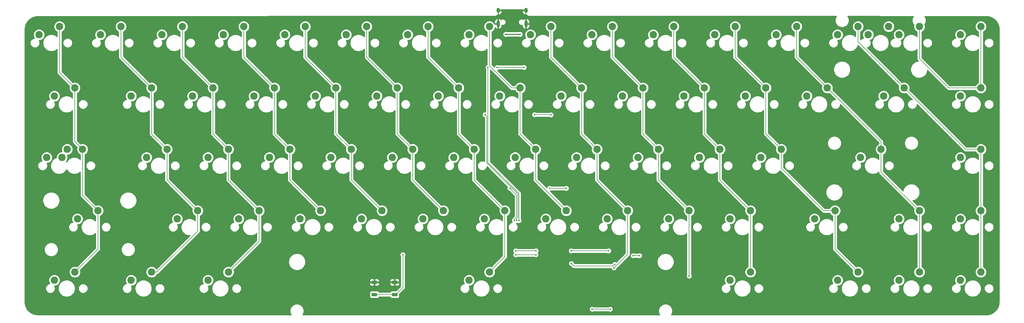
<source format=gtl>
%TF.GenerationSoftware,KiCad,Pcbnew,(5.1.6)-1*%
%TF.CreationDate,2021-02-08T15:12:05+09:00*%
%TF.ProjectId,Kyuu,4b797575-2e6b-4696-9361-645f70636258,rev?*%
%TF.SameCoordinates,Original*%
%TF.FileFunction,Copper,L1,Top*%
%TF.FilePolarity,Positive*%
%FSLAX46Y46*%
G04 Gerber Fmt 4.6, Leading zero omitted, Abs format (unit mm)*
G04 Created by KiCad (PCBNEW (5.1.6)-1) date 2021-02-08 15:12:05*
%MOMM*%
%LPD*%
G01*
G04 APERTURE LIST*
%TA.AperFunction,ComponentPad*%
%ADD10O,1.000000X2.100000*%
%TD*%
%TA.AperFunction,ComponentPad*%
%ADD11O,1.000000X1.600000*%
%TD*%
%TA.AperFunction,ComponentPad*%
%ADD12C,2.286000*%
%TD*%
%TA.AperFunction,SMDPad,CuDef*%
%ADD13R,1.700000X1.000000*%
%TD*%
%TA.AperFunction,ViaPad*%
%ADD14C,0.500000*%
%TD*%
%TA.AperFunction,Conductor*%
%ADD15C,0.300000*%
%TD*%
%TA.AperFunction,Conductor*%
%ADD16C,0.200000*%
%TD*%
%TA.AperFunction,Conductor*%
%ADD17C,0.150000*%
%TD*%
%TA.AperFunction,Conductor*%
%ADD18C,0.254000*%
%TD*%
G04 APERTURE END LIST*
D10*
%TO.P,USB1,13*%
%TO.N,GND*%
X229080000Y-98835000D03*
X237720000Y-98835000D03*
D11*
X229080000Y-94655000D03*
X237720000Y-94655000D03*
%TD*%
D12*
%TO.P,K42,1*%
%TO.N,/col13*%
X378777500Y-99695000D03*
%TO.P,K42,2*%
%TO.N,Net-(D44-Pad2)*%
X372427500Y-102235000D03*
%TD*%
%TO.P,K35,1*%
%TO.N,/col6*%
X221615000Y-137795000D03*
%TO.P,K35,2*%
%TO.N,Net-(D37-Pad2)*%
X215265000Y-140335000D03*
%TD*%
%TO.P,K59,1*%
%TO.N,/col2*%
X145415000Y-175895000D03*
%TO.P,K59,2*%
%TO.N,Net-(D61-Pad2)*%
X139065000Y-178435000D03*
%TD*%
%TO.P,K42,1*%
%TO.N,/col13*%
X378777500Y-137795000D03*
%TO.P,K42,2*%
%TO.N,Net-(D44-Pad2)*%
X372427500Y-140335000D03*
%TD*%
%TO.P,K17,1*%
%TO.N,/col2*%
X140652500Y-118745000D03*
%TO.P,K17,2*%
%TO.N,Net-(D18-Pad2)*%
X134302500Y-121285000D03*
%TD*%
%TO.P,K24,1*%
%TO.N,/col9*%
X274002500Y-118745000D03*
%TO.P,K24,2*%
%TO.N,Net-(D25-Pad2)*%
X267652500Y-121285000D03*
%TD*%
%TO.P,K2,1*%
%TO.N,/col2*%
X131127500Y-99695000D03*
%TO.P,K2,2*%
%TO.N,Net-(D3-Pad2)*%
X124777500Y-102235000D03*
%TD*%
%TO.P,K0,1*%
%TO.N,/col0*%
X93027500Y-99695000D03*
%TO.P,K0,2*%
%TO.N,Net-(D1-Pad2)*%
X86677500Y-102235000D03*
%TD*%
%TO.P,K1,1*%
%TO.N,/col1*%
X112077500Y-99695000D03*
%TO.P,K1,2*%
%TO.N,Net-(D2-Pad2)*%
X105727500Y-102235000D03*
%TD*%
%TO.P,K3,1*%
%TO.N,/col3*%
X150177500Y-99695000D03*
%TO.P,K3,2*%
%TO.N,Net-(D4-Pad2)*%
X143827500Y-102235000D03*
%TD*%
%TO.P,K4,1*%
%TO.N,/col4*%
X169227500Y-99695000D03*
%TO.P,K4,2*%
%TO.N,Net-(D5-Pad2)*%
X162877500Y-102235000D03*
%TD*%
%TO.P,K5,1*%
%TO.N,/col5*%
X188277500Y-99695000D03*
%TO.P,K5,2*%
%TO.N,Net-(D6-Pad2)*%
X181927500Y-102235000D03*
%TD*%
%TO.P,K6,1*%
%TO.N,/col6*%
X207327500Y-99695000D03*
%TO.P,K6,2*%
%TO.N,Net-(D7-Pad2)*%
X200977500Y-102235000D03*
%TD*%
%TO.P,K7,1*%
%TO.N,/col7*%
X226377500Y-99695000D03*
%TO.P,K7,2*%
%TO.N,Net-(D8-Pad2)*%
X220027500Y-102235000D03*
%TD*%
%TO.P,K8,1*%
%TO.N,/col8*%
X245427500Y-99695000D03*
%TO.P,K8,2*%
%TO.N,Net-(D9-Pad2)*%
X239077500Y-102235000D03*
%TD*%
%TO.P,K9,1*%
%TO.N,/col9*%
X264477500Y-99695000D03*
%TO.P,K9,2*%
%TO.N,Net-(D10-Pad2)*%
X258127500Y-102235000D03*
%TD*%
%TO.P,K10,1*%
%TO.N,/col10*%
X283527500Y-99695000D03*
%TO.P,K10,2*%
%TO.N,Net-(D11-Pad2)*%
X277177500Y-102235000D03*
%TD*%
%TO.P,K11,1*%
%TO.N,/col11*%
X302577500Y-99695000D03*
%TO.P,K11,2*%
%TO.N,Net-(D12-Pad2)*%
X296227500Y-102235000D03*
%TD*%
%TO.P,K12,1*%
%TO.N,/col12*%
X321627500Y-99695000D03*
%TO.P,K12,2*%
%TO.N,Net-(D13-Pad2)*%
X315277500Y-102235000D03*
%TD*%
%TO.P,K13,1*%
%TO.N,/col13*%
X350202500Y-99695000D03*
%TO.P,K13,2*%
%TO.N,Net-(D14-Pad2)*%
X343852500Y-102235000D03*
%TD*%
%TO.P,K13_1,1*%
%TO.N,/col13*%
X340677500Y-99695000D03*
%TO.P,K13_1,2*%
%TO.N,Net-(D14-Pad2)*%
X334327500Y-102235000D03*
%TD*%
%TO.P,K14,1*%
%TO.N,/col14*%
X359727500Y-99695000D03*
%TO.P,K14,2*%
%TO.N,Net-(D15-Pad2)*%
X353377500Y-102235000D03*
%TD*%
%TO.P,K15,1*%
%TO.N,/col0*%
X97790000Y-118745000D03*
%TO.P,K15,2*%
%TO.N,Net-(D16-Pad2)*%
X91440000Y-121285000D03*
%TD*%
%TO.P,K16,1*%
%TO.N,/col1*%
X121602500Y-118745000D03*
%TO.P,K16,2*%
%TO.N,Net-(D17-Pad2)*%
X115252500Y-121285000D03*
%TD*%
%TO.P,K18,1*%
%TO.N,/col3*%
X159702500Y-118745000D03*
%TO.P,K18,2*%
%TO.N,Net-(D19-Pad2)*%
X153352500Y-121285000D03*
%TD*%
%TO.P,K19,1*%
%TO.N,/col4*%
X178752500Y-118745000D03*
%TO.P,K19,2*%
%TO.N,Net-(D20-Pad2)*%
X172402500Y-121285000D03*
%TD*%
%TO.P,K20,1*%
%TO.N,/col5*%
X197802500Y-118745000D03*
%TO.P,K20,2*%
%TO.N,Net-(D21-Pad2)*%
X191452500Y-121285000D03*
%TD*%
%TO.P,K21,1*%
%TO.N,/col6*%
X216852500Y-118745000D03*
%TO.P,K21,2*%
%TO.N,Net-(D22-Pad2)*%
X210502500Y-121285000D03*
%TD*%
%TO.P,K22,1*%
%TO.N,/col7*%
X235902500Y-118745000D03*
%TO.P,K22,2*%
%TO.N,Net-(D23-Pad2)*%
X229552500Y-121285000D03*
%TD*%
%TO.P,K23,1*%
%TO.N,/col8*%
X254952500Y-118745000D03*
%TO.P,K23,2*%
%TO.N,Net-(D24-Pad2)*%
X248602500Y-121285000D03*
%TD*%
%TO.P,K25,1*%
%TO.N,/col10*%
X293052500Y-118745000D03*
%TO.P,K25,2*%
%TO.N,Net-(D26-Pad2)*%
X286702500Y-121285000D03*
%TD*%
%TO.P,K26,1*%
%TO.N,/col11*%
X312102500Y-118745000D03*
%TO.P,K26,2*%
%TO.N,Net-(D27-Pad2)*%
X305752500Y-121285000D03*
%TD*%
%TO.P,K29,1*%
%TO.N,/col0*%
X100171250Y-137795000D03*
%TO.P,K29,2*%
%TO.N,Net-(D31-Pad2)*%
X93821250Y-140335000D03*
%TD*%
%TO.P,K29_1,1*%
%TO.N,/col0*%
X95408750Y-137795000D03*
%TO.P,K29_1,2*%
%TO.N,Net-(D31-Pad2)*%
X89058750Y-140335000D03*
%TD*%
%TO.P,K30,1*%
%TO.N,/col1*%
X126365000Y-137795000D03*
%TO.P,K30,2*%
%TO.N,Net-(D32-Pad2)*%
X120015000Y-140335000D03*
%TD*%
%TO.P,K31,1*%
%TO.N,/col2*%
X145415000Y-137795000D03*
%TO.P,K31,2*%
%TO.N,Net-(D33-Pad2)*%
X139065000Y-140335000D03*
%TD*%
%TO.P,K32,1*%
%TO.N,/col3*%
X164465000Y-137795000D03*
%TO.P,K32,2*%
%TO.N,Net-(D34-Pad2)*%
X158115000Y-140335000D03*
%TD*%
%TO.P,K33,1*%
%TO.N,/col4*%
X183515000Y-137795000D03*
%TO.P,K33,2*%
%TO.N,Net-(D35-Pad2)*%
X177165000Y-140335000D03*
%TD*%
%TO.P,K34,1*%
%TO.N,/col5*%
X202565000Y-137795000D03*
%TO.P,K34,2*%
%TO.N,Net-(D36-Pad2)*%
X196215000Y-140335000D03*
%TD*%
%TO.P,K36,1*%
%TO.N,/col7*%
X240665000Y-137795000D03*
%TO.P,K36,2*%
%TO.N,Net-(D38-Pad2)*%
X234315000Y-140335000D03*
%TD*%
%TO.P,K37,1*%
%TO.N,/col8*%
X259715000Y-137795000D03*
%TO.P,K37,2*%
%TO.N,Net-(D39-Pad2)*%
X253365000Y-140335000D03*
%TD*%
%TO.P,K38,1*%
%TO.N,/col9*%
X278765000Y-137795000D03*
%TO.P,K38,2*%
%TO.N,Net-(D40-Pad2)*%
X272415000Y-140335000D03*
%TD*%
%TO.P,K39,1*%
%TO.N,/col10*%
X297815000Y-137795000D03*
%TO.P,K39,2*%
%TO.N,Net-(D41-Pad2)*%
X291465000Y-140335000D03*
%TD*%
%TO.P,K40,1*%
%TO.N,/col11*%
X316865000Y-137795000D03*
%TO.P,K40,2*%
%TO.N,Net-(D42-Pad2)*%
X310515000Y-140335000D03*
%TD*%
%TO.P,K41,1*%
%TO.N,/col12*%
X347821250Y-137795000D03*
%TO.P,K41,2*%
%TO.N,Net-(D43-Pad2)*%
X341471250Y-140335000D03*
%TD*%
%TO.P,K44,1*%
%TO.N,/col1*%
X135890000Y-156845000D03*
%TO.P,K44,2*%
%TO.N,Net-(D46-Pad2)*%
X129540000Y-159385000D03*
%TD*%
%TO.P,K45,1*%
%TO.N,/col2*%
X154940000Y-156845000D03*
%TO.P,K45,2*%
%TO.N,Net-(D47-Pad2)*%
X148590000Y-159385000D03*
%TD*%
%TO.P,K46,1*%
%TO.N,/col3*%
X173990000Y-156845000D03*
%TO.P,K46,2*%
%TO.N,Net-(D48-Pad2)*%
X167640000Y-159385000D03*
%TD*%
%TO.P,K47,1*%
%TO.N,/col4*%
X193040000Y-156845000D03*
%TO.P,K47,2*%
%TO.N,Net-(D49-Pad2)*%
X186690000Y-159385000D03*
%TD*%
%TO.P,K48,1*%
%TO.N,/col5*%
X212090000Y-156845000D03*
%TO.P,K48,2*%
%TO.N,Net-(D50-Pad2)*%
X205740000Y-159385000D03*
%TD*%
%TO.P,K49,1*%
%TO.N,/col6*%
X231140000Y-156845000D03*
%TO.P,K49,2*%
%TO.N,Net-(D51-Pad2)*%
X224790000Y-159385000D03*
%TD*%
%TO.P,K50,1*%
%TO.N,/col7*%
X250190000Y-156845000D03*
%TO.P,K50,2*%
%TO.N,Net-(D52-Pad2)*%
X243840000Y-159385000D03*
%TD*%
%TO.P,K51,1*%
%TO.N,/col8*%
X269240000Y-156845000D03*
%TO.P,K51,2*%
%TO.N,Net-(D53-Pad2)*%
X262890000Y-159385000D03*
%TD*%
%TO.P,K52,1*%
%TO.N,/col9*%
X288290000Y-156845000D03*
%TO.P,K52,2*%
%TO.N,Net-(D54-Pad2)*%
X281940000Y-159385000D03*
%TD*%
%TO.P,K53,1*%
%TO.N,/col10*%
X307340000Y-156845000D03*
%TO.P,K53,2*%
%TO.N,Net-(D55-Pad2)*%
X300990000Y-159385000D03*
%TD*%
%TO.P,K54,1*%
%TO.N,/col11*%
X333533750Y-156845000D03*
%TO.P,K54,2*%
%TO.N,Net-(D56-Pad2)*%
X327183750Y-159385000D03*
%TD*%
%TO.P,K55,1*%
%TO.N,/col12*%
X359727500Y-156845000D03*
%TO.P,K55,2*%
%TO.N,Net-(D57-Pad2)*%
X353377500Y-159385000D03*
%TD*%
%TO.P,K62,1*%
%TO.N,/col11*%
X340677500Y-175895000D03*
%TO.P,K62,2*%
%TO.N,Net-(D64-Pad2)*%
X334327500Y-178435000D03*
%TD*%
%TO.P,K63,1*%
%TO.N,/col12*%
X359727500Y-175895000D03*
%TO.P,K63,2*%
%TO.N,Net-(D65-Pad2)*%
X353377500Y-178435000D03*
%TD*%
%TO.P,K64,1*%
%TO.N,/col13*%
X378777500Y-175895000D03*
%TO.P,K64,2*%
%TO.N,Net-(D66-Pad2)*%
X372427500Y-178435000D03*
%TD*%
D13*
%TO.P,SW1,1*%
%TO.N,GND*%
X190687500Y-179075000D03*
X196987500Y-179075000D03*
%TO.P,SW1,2*%
%TO.N,Net-(R5-Pad2)*%
X190687500Y-182875000D03*
X196987500Y-182875000D03*
%TD*%
D12*
%TO.P,KOOPS1,1*%
%TO.N,/col14*%
X378777500Y-118745000D03*
%TO.P,KOOPS1,2*%
%TO.N,Net-(D30-Pad2)*%
X372427500Y-121285000D03*
%TD*%
%TO.P,K27,1*%
%TO.N,/col12*%
X331152500Y-118745000D03*
%TO.P,K27,2*%
%TO.N,Net-(D28-Pad2)*%
X324802500Y-121285000D03*
%TD*%
%TO.P,K28,1*%
%TO.N,/col13*%
X354965000Y-118745000D03*
%TO.P,K28,2*%
%TO.N,Net-(D29-Pad2)*%
X348615000Y-121285000D03*
%TD*%
%TO.P,K56,1*%
%TO.N,/col13*%
X378777500Y-156845000D03*
%TO.P,K56,2*%
%TO.N,Net-(D58-Pad2)*%
X372427500Y-159385000D03*
%TD*%
%TO.P,K57,1*%
%TO.N,/col0*%
X97790000Y-175895000D03*
%TO.P,K57,2*%
%TO.N,Net-(D59-Pad2)*%
X91440000Y-178435000D03*
%TD*%
%TO.P,K58,1*%
%TO.N,/col1*%
X121602500Y-175895000D03*
%TO.P,K58,2*%
%TO.N,Net-(D60-Pad2)*%
X115252500Y-178435000D03*
%TD*%
%TO.P,K61,1*%
%TO.N,/col10*%
X307340000Y-175895000D03*
%TO.P,K61,2*%
%TO.N,Net-(D63-Pad2)*%
X300990000Y-178435000D03*
%TD*%
%TO.P,K60,1*%
%TO.N,/col6*%
X226377500Y-175895000D03*
%TO.P,K60,2*%
%TO.N,Net-(D62-Pad2)*%
X220027500Y-178435000D03*
%TD*%
%TO.P,K43,1*%
%TO.N,/col0*%
X104933750Y-156845000D03*
%TO.P,K43,2*%
%TO.N,Net-(D45-Pad2)*%
X98583750Y-159385000D03*
%TD*%
D14*
%TO.N,GND*%
X229700000Y-101900000D03*
X261406250Y-185606250D03*
X253606250Y-180937500D03*
X275206250Y-177806250D03*
X269206250Y-181606250D03*
X255406250Y-168006250D03*
X232350000Y-106000000D03*
X234702400Y-105953600D03*
X230486000Y-111643200D03*
%TO.N,/col8*%
X265006250Y-174606250D03*
%TO.N,/col9*%
X288306250Y-177106250D03*
%TO.N,/col14*%
X272906250Y-170806250D03*
X270906250Y-170806250D03*
%TO.N,Net-(R5-Pad2)*%
X199506250Y-170506250D03*
X234506250Y-170506250D03*
X240756250Y-170506250D03*
X251756250Y-173256250D03*
X265256250Y-173506250D03*
%TO.N,/row0*%
X225906250Y-112400000D03*
X235506250Y-159906250D03*
X237090000Y-112354400D03*
X228758800Y-112405200D03*
%TO.N,/row1*%
X245450000Y-127100000D03*
X240350000Y-127050000D03*
X225000000Y-127056250D03*
X234800000Y-159900000D03*
%TO.N,/row2*%
X250200000Y-149900000D03*
X245000000Y-149900000D03*
X232698952Y-149901048D03*
X234100000Y-159900000D03*
%TO.N,/row3*%
X251706250Y-169306250D03*
X263306250Y-169306250D03*
X234500000Y-169306250D03*
X240800000Y-169300000D03*
%TO.N,/row4*%
X263806250Y-187406250D03*
X258206250Y-187406250D03*
%TO.N,VBUS*%
X231400400Y-102092800D03*
X235870800Y-102092800D03*
%TD*%
D15*
%TO.N,GND*%
X232396400Y-105953600D02*
X232350000Y-106000000D01*
X234702400Y-105953600D02*
X232396400Y-105953600D01*
X230486000Y-107864000D02*
X232350000Y-106000000D01*
X230486000Y-111643200D02*
X230486000Y-107864000D01*
D16*
%TO.N,/col0*%
X93027500Y-99695000D02*
X93027500Y-113982500D01*
X93027500Y-113982500D02*
X97790000Y-118745000D01*
X97790000Y-118745000D02*
X97790000Y-135413750D01*
X97790000Y-135413750D02*
X100171250Y-137795000D01*
X104933750Y-156845000D02*
X104933750Y-168751250D01*
X104933750Y-168751250D02*
X97790000Y-175895000D01*
X100171250Y-137795000D02*
X100171250Y-152082500D01*
X100171250Y-152082500D02*
X104933750Y-156845000D01*
%TO.N,/col1*%
X121602500Y-175895000D02*
X123218946Y-175895000D01*
X123218946Y-175895000D02*
X135890000Y-163223946D01*
X135890000Y-163223946D02*
X135890000Y-158461446D01*
X135890000Y-158461446D02*
X135890000Y-156845000D01*
X126365000Y-137795000D02*
X126365000Y-147320000D01*
X126365000Y-147320000D02*
X135890000Y-156845000D01*
X121602500Y-118745000D02*
X121602500Y-133032500D01*
X121602500Y-133032500D02*
X126365000Y-137795000D01*
X112077500Y-99695000D02*
X112077500Y-109220000D01*
X112077500Y-109220000D02*
X121602500Y-118745000D01*
%TO.N,/col2*%
X145415000Y-175895000D02*
X154940000Y-166370000D01*
X154940000Y-166370000D02*
X154940000Y-156845000D01*
X145415000Y-137795000D02*
X145415000Y-147320000D01*
X145415000Y-147320000D02*
X154940000Y-156845000D01*
X140652500Y-118745000D02*
X140652500Y-133032500D01*
X140652500Y-133032500D02*
X145415000Y-137795000D01*
X131127500Y-99695000D02*
X131127500Y-109220000D01*
X131127500Y-109220000D02*
X140652500Y-118745000D01*
%TO.N,/col3*%
X164465000Y-137795000D02*
X164465000Y-147320000D01*
X164465000Y-147320000D02*
X173990000Y-156845000D01*
X159702500Y-118745000D02*
X159702500Y-133032500D01*
X159702500Y-133032500D02*
X164465000Y-137795000D01*
X150177500Y-99695000D02*
X150177500Y-109220000D01*
X150177500Y-109220000D02*
X159702500Y-118745000D01*
%TO.N,/col4*%
X183515000Y-137795000D02*
X183515000Y-147320000D01*
X183515000Y-147320000D02*
X193040000Y-156845000D01*
X178752500Y-118745000D02*
X178752500Y-133032500D01*
X178752500Y-133032500D02*
X183515000Y-137795000D01*
X169227500Y-99695000D02*
X169227500Y-109220000D01*
X169227500Y-109220000D02*
X178752500Y-118745000D01*
%TO.N,/col6*%
X231140000Y-156845000D02*
X231140000Y-171132500D01*
X231140000Y-171132500D02*
X226377500Y-175895000D01*
X221615000Y-137795000D02*
X221615000Y-147320000D01*
X221615000Y-147320000D02*
X231140000Y-156845000D01*
X216852500Y-118745000D02*
X216852500Y-133032500D01*
X216852500Y-133032500D02*
X221615000Y-137795000D01*
X207327500Y-99695000D02*
X207327500Y-109220000D01*
X207327500Y-109220000D02*
X216852500Y-118745000D01*
%TO.N,/col7*%
X240665000Y-137795000D02*
X240665000Y-147320000D01*
X240665000Y-147320000D02*
X250190000Y-156845000D01*
X235902500Y-118745000D02*
X235902500Y-133032500D01*
X235902500Y-133032500D02*
X240665000Y-137795000D01*
X226377500Y-111852700D02*
X233269800Y-118745000D01*
X233269800Y-118745000D02*
X235902500Y-118745000D01*
X226377500Y-99695000D02*
X226377500Y-111852700D01*
%TO.N,/col8*%
X269240000Y-156845000D02*
X269240000Y-170372500D01*
X269240000Y-170372500D02*
X265006250Y-174606250D01*
X259715000Y-137795000D02*
X259715000Y-147320000D01*
X259715000Y-147320000D02*
X269240000Y-156845000D01*
X254952500Y-118745000D02*
X254952500Y-133032500D01*
X254952500Y-133032500D02*
X259715000Y-137795000D01*
X245427500Y-99695000D02*
X245427500Y-109220000D01*
X245427500Y-109220000D02*
X254952500Y-118745000D01*
%TO.N,/col9*%
X288290000Y-156845000D02*
X288290000Y-177090000D01*
X288290000Y-177090000D02*
X288306250Y-177106250D01*
X278765000Y-137795000D02*
X278765000Y-147320000D01*
X278765000Y-147320000D02*
X288290000Y-156845000D01*
X274002500Y-118745000D02*
X274002500Y-133032500D01*
X274002500Y-133032500D02*
X278765000Y-137795000D01*
X264477500Y-99695000D02*
X264477500Y-109220000D01*
X264477500Y-109220000D02*
X274002500Y-118745000D01*
%TO.N,/col10*%
X307340000Y-156845000D02*
X307340000Y-175895000D01*
X297815000Y-137795000D02*
X297815000Y-147320000D01*
X297815000Y-147320000D02*
X307340000Y-156845000D01*
X293052500Y-118745000D02*
X293052500Y-133032500D01*
X293052500Y-133032500D02*
X297815000Y-137795000D01*
X283527500Y-99695000D02*
X283527500Y-109220000D01*
X283527500Y-109220000D02*
X293052500Y-118745000D01*
%TO.N,/col11*%
X333533750Y-156845000D02*
X333533750Y-168751250D01*
X333533750Y-168751250D02*
X340677500Y-175895000D01*
X316865000Y-137795000D02*
X316865000Y-143655974D01*
X316865000Y-143655974D02*
X330054026Y-156845000D01*
X330054026Y-156845000D02*
X331917304Y-156845000D01*
X331917304Y-156845000D02*
X333533750Y-156845000D01*
X312102500Y-118745000D02*
X312102500Y-133032500D01*
X312102500Y-133032500D02*
X316865000Y-137795000D01*
X302577500Y-99695000D02*
X302577500Y-109220000D01*
X302577500Y-109220000D02*
X312102500Y-118745000D01*
%TO.N,/col12*%
X359727500Y-156845000D02*
X359727500Y-175895000D01*
X347821250Y-137795000D02*
X347821250Y-144938750D01*
X347821250Y-144938750D02*
X359727500Y-156845000D01*
X331152500Y-118745000D02*
X347821250Y-135413750D01*
X347821250Y-135413750D02*
X347821250Y-137795000D01*
X321627500Y-99695000D02*
X321627500Y-109220000D01*
X321627500Y-109220000D02*
X331152500Y-118745000D01*
%TO.N,/col13*%
X378777500Y-156845000D02*
X378777500Y-175895000D01*
X378777500Y-137795000D02*
X378777500Y-156845000D01*
X354965000Y-118745000D02*
X374015000Y-137795000D01*
X374015000Y-137795000D02*
X378777500Y-137795000D01*
X340677500Y-99695000D02*
X340677500Y-104457500D01*
X340677500Y-104457500D02*
X354965000Y-118745000D01*
%TO.N,/col14*%
X378777500Y-99695000D02*
X378777500Y-101311446D01*
X378777500Y-101311446D02*
X378777500Y-118745000D01*
X270906250Y-170806250D02*
X272906250Y-170806250D01*
X368776250Y-118745000D02*
X359727500Y-109696250D01*
X359727500Y-109696250D02*
X359727500Y-99695000D01*
X378777500Y-118745000D02*
X368776250Y-118745000D01*
D17*
%TO.N,/col5*%
X188277500Y-99695000D02*
X188277500Y-109220000D01*
X188277500Y-109220000D02*
X197802500Y-118745000D01*
D16*
X202565000Y-137795000D02*
X202565000Y-147320000D01*
X202565000Y-147320000D02*
X212090000Y-156845000D01*
X197802500Y-118745000D02*
X197802500Y-133032500D01*
X197802500Y-133032500D02*
X202565000Y-137795000D01*
%TO.N,Net-(R5-Pad2)*%
X196987500Y-182875000D02*
X190687500Y-182875000D01*
X199506250Y-170506250D02*
X199506250Y-180706250D01*
X197337500Y-182875000D02*
X196987500Y-182875000D01*
X199506250Y-180706250D02*
X197337500Y-182875000D01*
X240756250Y-170506250D02*
X234506250Y-170506250D01*
X264756250Y-174006250D02*
X252506250Y-174006250D01*
X252506250Y-174006250D02*
X251756250Y-173256250D01*
X265256250Y-173506250D02*
X264756250Y-174006250D01*
%TO.N,/row0*%
X225906250Y-141906250D02*
X225906250Y-112400000D01*
X235506250Y-151506250D02*
X225906250Y-141906250D01*
X225906250Y-112400000D02*
X225900000Y-112393750D01*
X235506250Y-159906250D02*
X235506250Y-151506250D01*
X237090000Y-112354400D02*
X228809600Y-112354400D01*
X228809600Y-112354400D02*
X228758800Y-112405200D01*
%TO.N,/row1*%
X240350000Y-127050000D02*
X245400000Y-127050000D01*
X245400000Y-127050000D02*
X245450000Y-127100000D01*
X225556240Y-142051228D02*
X225556240Y-127612490D01*
X225556240Y-127612490D02*
X225000000Y-127056250D01*
X235156240Y-151651228D02*
X225556240Y-142051228D01*
X234800000Y-159900000D02*
X234800000Y-159341435D01*
X234800000Y-159341435D02*
X235156240Y-158985195D01*
X235156240Y-158985195D02*
X235156240Y-151651228D01*
%TO.N,/row2*%
X245000000Y-149900000D02*
X250200000Y-149900000D01*
X234100000Y-159900000D02*
X234100000Y-159546447D01*
X234100000Y-159546447D02*
X234806230Y-158840217D01*
X234806230Y-158840217D02*
X234806230Y-152008326D01*
X234806230Y-152008326D02*
X232698952Y-149901048D01*
%TO.N,/row3*%
X251706250Y-169306250D02*
X263306250Y-169306250D01*
X234506250Y-169300000D02*
X234500000Y-169306250D01*
X240800000Y-169300000D02*
X234506250Y-169300000D01*
%TO.N,/row4*%
X258206250Y-187406250D02*
X263806250Y-187406250D01*
D15*
%TO.N,VBUS*%
X231400400Y-102092800D02*
X235870800Y-102092800D01*
%TD*%
D18*
%TO.N,GND*%
G36*
X236585000Y-94528000D02*
G01*
X237546250Y-94528000D01*
X237546251Y-94782000D01*
X236585000Y-94782000D01*
X236585000Y-95082000D01*
X236631585Y-95300987D01*
X236719997Y-95506678D01*
X236846839Y-95691169D01*
X237007236Y-95847369D01*
X237195024Y-95969276D01*
X237418126Y-96049119D01*
X237593000Y-95922954D01*
X237593000Y-95582202D01*
X237617070Y-95659960D01*
X237642002Y-95719271D01*
X237666115Y-95778952D01*
X237670769Y-95787704D01*
X237717182Y-95873542D01*
X237753148Y-95926862D01*
X237788402Y-95980736D01*
X237794667Y-95988418D01*
X237856869Y-96063607D01*
X237902519Y-96108939D01*
X237947549Y-96154923D01*
X237955188Y-96161242D01*
X238030809Y-96222918D01*
X238084397Y-96258522D01*
X238137512Y-96294891D01*
X238146233Y-96299606D01*
X238232394Y-96345418D01*
X238291862Y-96369929D01*
X238351030Y-96395288D01*
X238360499Y-96398219D01*
X238453917Y-96426424D01*
X238517037Y-96438922D01*
X238579993Y-96452304D01*
X238589852Y-96453340D01*
X238686969Y-96462862D01*
X238686977Y-96462862D01*
X238721138Y-96466238D01*
X333991317Y-96497795D01*
X333811219Y-96767330D01*
X333648470Y-97160243D01*
X333565500Y-97577357D01*
X333565500Y-98002643D01*
X333648470Y-98419757D01*
X333811219Y-98812670D01*
X334047496Y-99166282D01*
X334348218Y-99467004D01*
X334701830Y-99703281D01*
X335094743Y-99866030D01*
X335511857Y-99949000D01*
X335937143Y-99949000D01*
X336354257Y-99866030D01*
X336747170Y-99703281D01*
X337100782Y-99467004D01*
X337401504Y-99166282D01*
X337637781Y-98812670D01*
X337800530Y-98419757D01*
X337883500Y-98002643D01*
X337883500Y-97577357D01*
X337800530Y-97160243D01*
X337637781Y-96767330D01*
X337458450Y-96498943D01*
X357862034Y-96505702D01*
X357687219Y-96767330D01*
X357524470Y-97160243D01*
X357441500Y-97577357D01*
X357441500Y-98002643D01*
X357524470Y-98419757D01*
X357687219Y-98812670D01*
X357923496Y-99166282D01*
X358003852Y-99246638D01*
X357949500Y-99519882D01*
X357949500Y-99870118D01*
X358017828Y-100213623D01*
X358151857Y-100537199D01*
X358346437Y-100828409D01*
X358594091Y-101076063D01*
X358885301Y-101270643D01*
X358992501Y-101315046D01*
X358992501Y-102862175D01*
X358863326Y-102733000D01*
X358432751Y-102445299D01*
X357954322Y-102247127D01*
X357446424Y-102146100D01*
X356928576Y-102146100D01*
X356420678Y-102247127D01*
X355942249Y-102445299D01*
X355511674Y-102733000D01*
X355145500Y-103099174D01*
X354857799Y-103529749D01*
X354659627Y-104008178D01*
X354558600Y-104516076D01*
X354558600Y-105033924D01*
X354659627Y-105541822D01*
X354857799Y-106020251D01*
X355145500Y-106450826D01*
X355511674Y-106817000D01*
X355942249Y-107104701D01*
X356420678Y-107302873D01*
X356928576Y-107403900D01*
X357446424Y-107403900D01*
X357954322Y-107302873D01*
X358432751Y-107104701D01*
X358863326Y-106817000D01*
X358992500Y-106687826D01*
X358992500Y-109660145D01*
X358988944Y-109696250D01*
X359002520Y-109834087D01*
X359003135Y-109840334D01*
X359045163Y-109978882D01*
X359113413Y-110106569D01*
X359205262Y-110218487D01*
X359233308Y-110241504D01*
X359392904Y-110401100D01*
X359341576Y-110401100D01*
X358833678Y-110502127D01*
X358355249Y-110700299D01*
X357924674Y-110988000D01*
X357558500Y-111354174D01*
X357270799Y-111784749D01*
X357072627Y-112263178D01*
X356971600Y-112771076D01*
X356971600Y-113288924D01*
X357072627Y-113796822D01*
X357270799Y-114275251D01*
X357558500Y-114705826D01*
X357924674Y-115072000D01*
X358355249Y-115359701D01*
X358833678Y-115557873D01*
X359341576Y-115658900D01*
X359859424Y-115658900D01*
X360367322Y-115557873D01*
X360845751Y-115359701D01*
X361276326Y-115072000D01*
X361642500Y-114705826D01*
X361930201Y-114275251D01*
X362128373Y-113796822D01*
X362229400Y-113288924D01*
X362229400Y-113237596D01*
X368230996Y-119239193D01*
X368254012Y-119267238D01*
X368365930Y-119359087D01*
X368493617Y-119427337D01*
X368590136Y-119456616D01*
X368632164Y-119469365D01*
X368776250Y-119483556D01*
X368812355Y-119480000D01*
X377157454Y-119480000D01*
X377201857Y-119587199D01*
X377396437Y-119878409D01*
X377644091Y-120126063D01*
X377935301Y-120320643D01*
X378258877Y-120454672D01*
X378602382Y-120523000D01*
X378952618Y-120523000D01*
X379296123Y-120454672D01*
X379619699Y-120320643D01*
X379910909Y-120126063D01*
X380158563Y-119878409D01*
X380353143Y-119587199D01*
X380487172Y-119263623D01*
X380555500Y-118920118D01*
X380555500Y-118569882D01*
X380487172Y-118226377D01*
X380353143Y-117902801D01*
X380158563Y-117611591D01*
X379910909Y-117363937D01*
X379619699Y-117169357D01*
X379512500Y-117124954D01*
X379512500Y-104628652D01*
X379831600Y-104628652D01*
X379831600Y-104921348D01*
X379888702Y-105208421D01*
X380000712Y-105478838D01*
X380163326Y-105722206D01*
X380370294Y-105929174D01*
X380613662Y-106091788D01*
X380884079Y-106203798D01*
X381171152Y-106260900D01*
X381463848Y-106260900D01*
X381750921Y-106203798D01*
X382021338Y-106091788D01*
X382264706Y-105929174D01*
X382471674Y-105722206D01*
X382634288Y-105478838D01*
X382746298Y-105208421D01*
X382803400Y-104921348D01*
X382803400Y-104628652D01*
X382746298Y-104341579D01*
X382634288Y-104071162D01*
X382471674Y-103827794D01*
X382264706Y-103620826D01*
X382021338Y-103458212D01*
X381750921Y-103346202D01*
X381463848Y-103289100D01*
X381171152Y-103289100D01*
X380884079Y-103346202D01*
X380613662Y-103458212D01*
X380370294Y-103620826D01*
X380163326Y-103827794D01*
X380000712Y-104071162D01*
X379888702Y-104341579D01*
X379831600Y-104628652D01*
X379512500Y-104628652D01*
X379512500Y-101315046D01*
X379619699Y-101270643D01*
X379910909Y-101076063D01*
X380158563Y-100828409D01*
X380353143Y-100537199D01*
X380487172Y-100213623D01*
X380555500Y-99870118D01*
X380555500Y-99519882D01*
X380487172Y-99176377D01*
X380353143Y-98852801D01*
X380158563Y-98561591D01*
X379910909Y-98313937D01*
X379619699Y-98119357D01*
X379296123Y-97985328D01*
X378952618Y-97917000D01*
X378602382Y-97917000D01*
X378258877Y-97985328D01*
X377935301Y-98119357D01*
X377644091Y-98313937D01*
X377396437Y-98561591D01*
X377201857Y-98852801D01*
X377067828Y-99176377D01*
X376999500Y-99519882D01*
X376999500Y-99870118D01*
X377067828Y-100213623D01*
X377201857Y-100537199D01*
X377396437Y-100828409D01*
X377644091Y-101076063D01*
X377935301Y-101270643D01*
X378042500Y-101315046D01*
X378042500Y-102862174D01*
X377913326Y-102733000D01*
X377482751Y-102445299D01*
X377004322Y-102247127D01*
X376496424Y-102146100D01*
X375978576Y-102146100D01*
X375470678Y-102247127D01*
X374992249Y-102445299D01*
X374561674Y-102733000D01*
X374195500Y-103099174D01*
X373907799Y-103529749D01*
X373709627Y-104008178D01*
X373608600Y-104516076D01*
X373608600Y-105033924D01*
X373709627Y-105541822D01*
X373907799Y-106020251D01*
X374195500Y-106450826D01*
X374561674Y-106817000D01*
X374992249Y-107104701D01*
X375470678Y-107302873D01*
X375978576Y-107403900D01*
X376496424Y-107403900D01*
X377004322Y-107302873D01*
X377482751Y-107104701D01*
X377913326Y-106817000D01*
X378042500Y-106687826D01*
X378042501Y-117124954D01*
X377935301Y-117169357D01*
X377644091Y-117363937D01*
X377396437Y-117611591D01*
X377201857Y-117902801D01*
X377157454Y-118010000D01*
X369080697Y-118010000D01*
X360462500Y-109391804D01*
X360462500Y-104628652D01*
X360781600Y-104628652D01*
X360781600Y-104921348D01*
X360838702Y-105208421D01*
X360950712Y-105478838D01*
X361113326Y-105722206D01*
X361320294Y-105929174D01*
X361563662Y-106091788D01*
X361834079Y-106203798D01*
X362121152Y-106260900D01*
X362413848Y-106260900D01*
X362700921Y-106203798D01*
X362971338Y-106091788D01*
X363214706Y-105929174D01*
X363421674Y-105722206D01*
X363584288Y-105478838D01*
X363696298Y-105208421D01*
X363753400Y-104921348D01*
X363753400Y-104628652D01*
X369671600Y-104628652D01*
X369671600Y-104921348D01*
X369728702Y-105208421D01*
X369840712Y-105478838D01*
X370003326Y-105722206D01*
X370210294Y-105929174D01*
X370453662Y-106091788D01*
X370724079Y-106203798D01*
X371011152Y-106260900D01*
X371303848Y-106260900D01*
X371590921Y-106203798D01*
X371861338Y-106091788D01*
X372104706Y-105929174D01*
X372311674Y-105722206D01*
X372474288Y-105478838D01*
X372586298Y-105208421D01*
X372643400Y-104921348D01*
X372643400Y-104628652D01*
X372586298Y-104341579D01*
X372474288Y-104071162D01*
X372435425Y-104013000D01*
X372602618Y-104013000D01*
X372946123Y-103944672D01*
X373269699Y-103810643D01*
X373560909Y-103616063D01*
X373808563Y-103368409D01*
X374003143Y-103077199D01*
X374137172Y-102753623D01*
X374205500Y-102410118D01*
X374205500Y-102059882D01*
X374137172Y-101716377D01*
X374003143Y-101392801D01*
X373808563Y-101101591D01*
X373560909Y-100853937D01*
X373269699Y-100659357D01*
X372946123Y-100525328D01*
X372602618Y-100457000D01*
X372252382Y-100457000D01*
X371908877Y-100525328D01*
X371585301Y-100659357D01*
X371294091Y-100853937D01*
X371046437Y-101101591D01*
X370851857Y-101392801D01*
X370717828Y-101716377D01*
X370649500Y-102059882D01*
X370649500Y-102410118D01*
X370717828Y-102753623D01*
X370851857Y-103077199D01*
X370995522Y-103292209D01*
X370724079Y-103346202D01*
X370453662Y-103458212D01*
X370210294Y-103620826D01*
X370003326Y-103827794D01*
X369840712Y-104071162D01*
X369728702Y-104341579D01*
X369671600Y-104628652D01*
X363753400Y-104628652D01*
X363696298Y-104341579D01*
X363584288Y-104071162D01*
X363421674Y-103827794D01*
X363214706Y-103620826D01*
X362971338Y-103458212D01*
X362700921Y-103346202D01*
X362413848Y-103289100D01*
X362121152Y-103289100D01*
X361834079Y-103346202D01*
X361563662Y-103458212D01*
X361320294Y-103620826D01*
X361113326Y-103827794D01*
X360950712Y-104071162D01*
X360838702Y-104341579D01*
X360781600Y-104628652D01*
X360462500Y-104628652D01*
X360462500Y-101315046D01*
X360569699Y-101270643D01*
X360860909Y-101076063D01*
X361108563Y-100828409D01*
X361303143Y-100537199D01*
X361437172Y-100213623D01*
X361505500Y-99870118D01*
X361505500Y-99519882D01*
X361437172Y-99176377D01*
X361373489Y-99022631D01*
X361513781Y-98812670D01*
X361676530Y-98419757D01*
X361759500Y-98002643D01*
X361759500Y-97577357D01*
X361676530Y-97160243D01*
X361513781Y-96767330D01*
X361339735Y-96506854D01*
X380369932Y-96513157D01*
X381139670Y-96583886D01*
X381852915Y-96785042D01*
X382517571Y-97112814D01*
X383111355Y-97556214D01*
X383614398Y-98100404D01*
X384009844Y-98727146D01*
X384284455Y-99415465D01*
X384431769Y-100156059D01*
X384453921Y-100578752D01*
X384456864Y-185116800D01*
X384386707Y-185880312D01*
X384185551Y-186593557D01*
X383857779Y-187258213D01*
X383414379Y-187851998D01*
X382870192Y-188355038D01*
X382243447Y-188750486D01*
X381555132Y-189025095D01*
X380814533Y-189172411D01*
X380392502Y-189194528D01*
X282759221Y-189194528D01*
X282900781Y-188982670D01*
X283063530Y-188589757D01*
X283146500Y-188172643D01*
X283146500Y-187747357D01*
X283063530Y-187330243D01*
X282900781Y-186937330D01*
X282664504Y-186583718D01*
X282363782Y-186282996D01*
X282010170Y-186046719D01*
X281617257Y-185883970D01*
X281200143Y-185801000D01*
X280774857Y-185801000D01*
X280357743Y-185883970D01*
X279964830Y-186046719D01*
X279611218Y-186282996D01*
X279310496Y-186583718D01*
X279074219Y-186937330D01*
X278911470Y-187330243D01*
X278828500Y-187747357D01*
X278828500Y-188172643D01*
X278911470Y-188589757D01*
X279074219Y-188982670D01*
X279215779Y-189194528D01*
X168459221Y-189194528D01*
X168600781Y-188982670D01*
X168763530Y-188589757D01*
X168846500Y-188172643D01*
X168846500Y-187747357D01*
X168763530Y-187330243D01*
X168758909Y-187319085D01*
X257321250Y-187319085D01*
X257321250Y-187493415D01*
X257355260Y-187664395D01*
X257421973Y-187825455D01*
X257518826Y-187970405D01*
X257642095Y-188093674D01*
X257787045Y-188190527D01*
X257948105Y-188257240D01*
X258119085Y-188291250D01*
X258293415Y-188291250D01*
X258464395Y-188257240D01*
X258625455Y-188190527D01*
X258699203Y-188141250D01*
X263313297Y-188141250D01*
X263387045Y-188190527D01*
X263548105Y-188257240D01*
X263719085Y-188291250D01*
X263893415Y-188291250D01*
X264064395Y-188257240D01*
X264225455Y-188190527D01*
X264370405Y-188093674D01*
X264493674Y-187970405D01*
X264590527Y-187825455D01*
X264657240Y-187664395D01*
X264691250Y-187493415D01*
X264691250Y-187319085D01*
X264657240Y-187148105D01*
X264590527Y-186987045D01*
X264493674Y-186842095D01*
X264370405Y-186718826D01*
X264225455Y-186621973D01*
X264064395Y-186555260D01*
X263893415Y-186521250D01*
X263719085Y-186521250D01*
X263548105Y-186555260D01*
X263387045Y-186621973D01*
X263313297Y-186671250D01*
X258699203Y-186671250D01*
X258625455Y-186621973D01*
X258464395Y-186555260D01*
X258293415Y-186521250D01*
X258119085Y-186521250D01*
X257948105Y-186555260D01*
X257787045Y-186621973D01*
X257642095Y-186718826D01*
X257518826Y-186842095D01*
X257421973Y-186987045D01*
X257355260Y-187148105D01*
X257321250Y-187319085D01*
X168758909Y-187319085D01*
X168600781Y-186937330D01*
X168364504Y-186583718D01*
X168063782Y-186282996D01*
X167710170Y-186046719D01*
X167317257Y-185883970D01*
X166900143Y-185801000D01*
X166474857Y-185801000D01*
X166057743Y-185883970D01*
X165664830Y-186046719D01*
X165311218Y-186282996D01*
X165010496Y-186583718D01*
X164774219Y-186937330D01*
X164611470Y-187330243D01*
X164528500Y-187747357D01*
X164528500Y-188172643D01*
X164611470Y-188589757D01*
X164774219Y-188982670D01*
X164915779Y-189194528D01*
X86349459Y-189194528D01*
X85582420Y-189124047D01*
X84869175Y-188922891D01*
X84204519Y-188595119D01*
X83610734Y-188151719D01*
X83107694Y-187607532D01*
X82712246Y-186980787D01*
X82437637Y-186292472D01*
X82290321Y-185551873D01*
X82267744Y-185121065D01*
X82267744Y-180828652D01*
X88684100Y-180828652D01*
X88684100Y-181121348D01*
X88741202Y-181408421D01*
X88853212Y-181678838D01*
X89015826Y-181922206D01*
X89222794Y-182129174D01*
X89466162Y-182291788D01*
X89736579Y-182403798D01*
X90023652Y-182460900D01*
X90316348Y-182460900D01*
X90603421Y-182403798D01*
X90873838Y-182291788D01*
X91117206Y-182129174D01*
X91324174Y-181922206D01*
X91486788Y-181678838D01*
X91598798Y-181408421D01*
X91655900Y-181121348D01*
X91655900Y-180828652D01*
X91633508Y-180716076D01*
X92621100Y-180716076D01*
X92621100Y-181233924D01*
X92722127Y-181741822D01*
X92920299Y-182220251D01*
X93208000Y-182650826D01*
X93574174Y-183017000D01*
X94004749Y-183304701D01*
X94483178Y-183502873D01*
X94991076Y-183603900D01*
X95508924Y-183603900D01*
X96016822Y-183502873D01*
X96495251Y-183304701D01*
X96925826Y-183017000D01*
X97292000Y-182650826D01*
X97579701Y-182220251D01*
X97777873Y-181741822D01*
X97878900Y-181233924D01*
X97878900Y-180828652D01*
X98844100Y-180828652D01*
X98844100Y-181121348D01*
X98901202Y-181408421D01*
X99013212Y-181678838D01*
X99175826Y-181922206D01*
X99382794Y-182129174D01*
X99626162Y-182291788D01*
X99896579Y-182403798D01*
X100183652Y-182460900D01*
X100476348Y-182460900D01*
X100763421Y-182403798D01*
X101033838Y-182291788D01*
X101277206Y-182129174D01*
X101484174Y-181922206D01*
X101646788Y-181678838D01*
X101758798Y-181408421D01*
X101815900Y-181121348D01*
X101815900Y-180828652D01*
X112496600Y-180828652D01*
X112496600Y-181121348D01*
X112553702Y-181408421D01*
X112665712Y-181678838D01*
X112828326Y-181922206D01*
X113035294Y-182129174D01*
X113278662Y-182291788D01*
X113549079Y-182403798D01*
X113836152Y-182460900D01*
X114128848Y-182460900D01*
X114415921Y-182403798D01*
X114686338Y-182291788D01*
X114929706Y-182129174D01*
X115136674Y-181922206D01*
X115299288Y-181678838D01*
X115411298Y-181408421D01*
X115468400Y-181121348D01*
X115468400Y-180828652D01*
X115446008Y-180716076D01*
X116433600Y-180716076D01*
X116433600Y-181233924D01*
X116534627Y-181741822D01*
X116732799Y-182220251D01*
X117020500Y-182650826D01*
X117386674Y-183017000D01*
X117817249Y-183304701D01*
X118295678Y-183502873D01*
X118803576Y-183603900D01*
X119321424Y-183603900D01*
X119829322Y-183502873D01*
X120307751Y-183304701D01*
X120738326Y-183017000D01*
X121104500Y-182650826D01*
X121392201Y-182220251D01*
X121590373Y-181741822D01*
X121691400Y-181233924D01*
X121691400Y-180828652D01*
X122656600Y-180828652D01*
X122656600Y-181121348D01*
X122713702Y-181408421D01*
X122825712Y-181678838D01*
X122988326Y-181922206D01*
X123195294Y-182129174D01*
X123438662Y-182291788D01*
X123709079Y-182403798D01*
X123996152Y-182460900D01*
X124288848Y-182460900D01*
X124575921Y-182403798D01*
X124846338Y-182291788D01*
X125089706Y-182129174D01*
X125296674Y-181922206D01*
X125459288Y-181678838D01*
X125571298Y-181408421D01*
X125628400Y-181121348D01*
X125628400Y-180828652D01*
X136309100Y-180828652D01*
X136309100Y-181121348D01*
X136366202Y-181408421D01*
X136478212Y-181678838D01*
X136640826Y-181922206D01*
X136847794Y-182129174D01*
X137091162Y-182291788D01*
X137361579Y-182403798D01*
X137648652Y-182460900D01*
X137941348Y-182460900D01*
X138228421Y-182403798D01*
X138498838Y-182291788D01*
X138742206Y-182129174D01*
X138949174Y-181922206D01*
X139111788Y-181678838D01*
X139223798Y-181408421D01*
X139280900Y-181121348D01*
X139280900Y-180828652D01*
X139258508Y-180716076D01*
X140246100Y-180716076D01*
X140246100Y-181233924D01*
X140347127Y-181741822D01*
X140545299Y-182220251D01*
X140833000Y-182650826D01*
X141199174Y-183017000D01*
X141629749Y-183304701D01*
X142108178Y-183502873D01*
X142616076Y-183603900D01*
X143133924Y-183603900D01*
X143641822Y-183502873D01*
X144120251Y-183304701D01*
X144550826Y-183017000D01*
X144917000Y-182650826D01*
X145204701Y-182220251D01*
X145402873Y-181741822D01*
X145503900Y-181233924D01*
X145503900Y-180828652D01*
X146469100Y-180828652D01*
X146469100Y-181121348D01*
X146526202Y-181408421D01*
X146638212Y-181678838D01*
X146800826Y-181922206D01*
X147007794Y-182129174D01*
X147251162Y-182291788D01*
X147521579Y-182403798D01*
X147808652Y-182460900D01*
X148101348Y-182460900D01*
X148388421Y-182403798D01*
X148457945Y-182375000D01*
X189199428Y-182375000D01*
X189199428Y-183375000D01*
X189211688Y-183499482D01*
X189247998Y-183619180D01*
X189306963Y-183729494D01*
X189386315Y-183826185D01*
X189483006Y-183905537D01*
X189593320Y-183964502D01*
X189713018Y-184000812D01*
X189837500Y-184013072D01*
X191537500Y-184013072D01*
X191661982Y-184000812D01*
X191781680Y-183964502D01*
X191891994Y-183905537D01*
X191988685Y-183826185D01*
X192068037Y-183729494D01*
X192127002Y-183619180D01*
X192129787Y-183610000D01*
X195545213Y-183610000D01*
X195547998Y-183619180D01*
X195606963Y-183729494D01*
X195686315Y-183826185D01*
X195783006Y-183905537D01*
X195893320Y-183964502D01*
X196013018Y-184000812D01*
X196137500Y-184013072D01*
X197837500Y-184013072D01*
X197961982Y-184000812D01*
X198081680Y-183964502D01*
X198191994Y-183905537D01*
X198288685Y-183826185D01*
X198368037Y-183729494D01*
X198427002Y-183619180D01*
X198463312Y-183499482D01*
X198475572Y-183375000D01*
X198475572Y-182776374D01*
X200000443Y-181251504D01*
X200028488Y-181228488D01*
X200120337Y-181116570D01*
X200188587Y-180988884D01*
X200230615Y-180850335D01*
X200232750Y-180828652D01*
X217271600Y-180828652D01*
X217271600Y-181121348D01*
X217328702Y-181408421D01*
X217440712Y-181678838D01*
X217603326Y-181922206D01*
X217810294Y-182129174D01*
X218053662Y-182291788D01*
X218324079Y-182403798D01*
X218611152Y-182460900D01*
X218903848Y-182460900D01*
X219190921Y-182403798D01*
X219461338Y-182291788D01*
X219704706Y-182129174D01*
X219911674Y-181922206D01*
X220074288Y-181678838D01*
X220186298Y-181408421D01*
X220243400Y-181121348D01*
X220243400Y-180828652D01*
X220221008Y-180716076D01*
X221208600Y-180716076D01*
X221208600Y-181233924D01*
X221309627Y-181741822D01*
X221507799Y-182220251D01*
X221795500Y-182650826D01*
X222161674Y-183017000D01*
X222592249Y-183304701D01*
X223070678Y-183502873D01*
X223578576Y-183603900D01*
X224096424Y-183603900D01*
X224604322Y-183502873D01*
X225082751Y-183304701D01*
X225513326Y-183017000D01*
X225879500Y-182650826D01*
X226167201Y-182220251D01*
X226365373Y-181741822D01*
X226466400Y-181233924D01*
X226466400Y-180828652D01*
X227431600Y-180828652D01*
X227431600Y-181121348D01*
X227488702Y-181408421D01*
X227600712Y-181678838D01*
X227763326Y-181922206D01*
X227970294Y-182129174D01*
X228213662Y-182291788D01*
X228484079Y-182403798D01*
X228771152Y-182460900D01*
X229063848Y-182460900D01*
X229350921Y-182403798D01*
X229621338Y-182291788D01*
X229864706Y-182129174D01*
X230071674Y-181922206D01*
X230234288Y-181678838D01*
X230346298Y-181408421D01*
X230403400Y-181121348D01*
X230403400Y-180828652D01*
X298234100Y-180828652D01*
X298234100Y-181121348D01*
X298291202Y-181408421D01*
X298403212Y-181678838D01*
X298565826Y-181922206D01*
X298772794Y-182129174D01*
X299016162Y-182291788D01*
X299286579Y-182403798D01*
X299573652Y-182460900D01*
X299866348Y-182460900D01*
X300153421Y-182403798D01*
X300423838Y-182291788D01*
X300667206Y-182129174D01*
X300874174Y-181922206D01*
X301036788Y-181678838D01*
X301148798Y-181408421D01*
X301205900Y-181121348D01*
X301205900Y-180828652D01*
X301183508Y-180716076D01*
X302171100Y-180716076D01*
X302171100Y-181233924D01*
X302272127Y-181741822D01*
X302470299Y-182220251D01*
X302758000Y-182650826D01*
X303124174Y-183017000D01*
X303554749Y-183304701D01*
X304033178Y-183502873D01*
X304541076Y-183603900D01*
X305058924Y-183603900D01*
X305566822Y-183502873D01*
X306045251Y-183304701D01*
X306475826Y-183017000D01*
X306842000Y-182650826D01*
X307129701Y-182220251D01*
X307327873Y-181741822D01*
X307428900Y-181233924D01*
X307428900Y-180828652D01*
X308394100Y-180828652D01*
X308394100Y-181121348D01*
X308451202Y-181408421D01*
X308563212Y-181678838D01*
X308725826Y-181922206D01*
X308932794Y-182129174D01*
X309176162Y-182291788D01*
X309446579Y-182403798D01*
X309733652Y-182460900D01*
X310026348Y-182460900D01*
X310313421Y-182403798D01*
X310583838Y-182291788D01*
X310827206Y-182129174D01*
X311034174Y-181922206D01*
X311196788Y-181678838D01*
X311308798Y-181408421D01*
X311365900Y-181121348D01*
X311365900Y-180828652D01*
X331571600Y-180828652D01*
X331571600Y-181121348D01*
X331628702Y-181408421D01*
X331740712Y-181678838D01*
X331903326Y-181922206D01*
X332110294Y-182129174D01*
X332353662Y-182291788D01*
X332624079Y-182403798D01*
X332911152Y-182460900D01*
X333203848Y-182460900D01*
X333490921Y-182403798D01*
X333761338Y-182291788D01*
X334004706Y-182129174D01*
X334211674Y-181922206D01*
X334374288Y-181678838D01*
X334486298Y-181408421D01*
X334543400Y-181121348D01*
X334543400Y-180828652D01*
X334521008Y-180716076D01*
X335508600Y-180716076D01*
X335508600Y-181233924D01*
X335609627Y-181741822D01*
X335807799Y-182220251D01*
X336095500Y-182650826D01*
X336461674Y-183017000D01*
X336892249Y-183304701D01*
X337370678Y-183502873D01*
X337878576Y-183603900D01*
X338396424Y-183603900D01*
X338904322Y-183502873D01*
X339382751Y-183304701D01*
X339813326Y-183017000D01*
X340179500Y-182650826D01*
X340467201Y-182220251D01*
X340665373Y-181741822D01*
X340766400Y-181233924D01*
X340766400Y-180828652D01*
X341731600Y-180828652D01*
X341731600Y-181121348D01*
X341788702Y-181408421D01*
X341900712Y-181678838D01*
X342063326Y-181922206D01*
X342270294Y-182129174D01*
X342513662Y-182291788D01*
X342784079Y-182403798D01*
X343071152Y-182460900D01*
X343363848Y-182460900D01*
X343650921Y-182403798D01*
X343921338Y-182291788D01*
X344164706Y-182129174D01*
X344371674Y-181922206D01*
X344534288Y-181678838D01*
X344646298Y-181408421D01*
X344703400Y-181121348D01*
X344703400Y-180828652D01*
X350621600Y-180828652D01*
X350621600Y-181121348D01*
X350678702Y-181408421D01*
X350790712Y-181678838D01*
X350953326Y-181922206D01*
X351160294Y-182129174D01*
X351403662Y-182291788D01*
X351674079Y-182403798D01*
X351961152Y-182460900D01*
X352253848Y-182460900D01*
X352540921Y-182403798D01*
X352811338Y-182291788D01*
X353054706Y-182129174D01*
X353261674Y-181922206D01*
X353424288Y-181678838D01*
X353536298Y-181408421D01*
X353593400Y-181121348D01*
X353593400Y-180828652D01*
X353571008Y-180716076D01*
X354558600Y-180716076D01*
X354558600Y-181233924D01*
X354659627Y-181741822D01*
X354857799Y-182220251D01*
X355145500Y-182650826D01*
X355511674Y-183017000D01*
X355942249Y-183304701D01*
X356420678Y-183502873D01*
X356928576Y-183603900D01*
X357446424Y-183603900D01*
X357954322Y-183502873D01*
X358432751Y-183304701D01*
X358863326Y-183017000D01*
X359229500Y-182650826D01*
X359517201Y-182220251D01*
X359715373Y-181741822D01*
X359816400Y-181233924D01*
X359816400Y-180828652D01*
X360781600Y-180828652D01*
X360781600Y-181121348D01*
X360838702Y-181408421D01*
X360950712Y-181678838D01*
X361113326Y-181922206D01*
X361320294Y-182129174D01*
X361563662Y-182291788D01*
X361834079Y-182403798D01*
X362121152Y-182460900D01*
X362413848Y-182460900D01*
X362700921Y-182403798D01*
X362971338Y-182291788D01*
X363214706Y-182129174D01*
X363421674Y-181922206D01*
X363584288Y-181678838D01*
X363696298Y-181408421D01*
X363753400Y-181121348D01*
X363753400Y-180828652D01*
X369671600Y-180828652D01*
X369671600Y-181121348D01*
X369728702Y-181408421D01*
X369840712Y-181678838D01*
X370003326Y-181922206D01*
X370210294Y-182129174D01*
X370453662Y-182291788D01*
X370724079Y-182403798D01*
X371011152Y-182460900D01*
X371303848Y-182460900D01*
X371590921Y-182403798D01*
X371861338Y-182291788D01*
X372104706Y-182129174D01*
X372311674Y-181922206D01*
X372474288Y-181678838D01*
X372586298Y-181408421D01*
X372643400Y-181121348D01*
X372643400Y-180828652D01*
X372621008Y-180716076D01*
X373608600Y-180716076D01*
X373608600Y-181233924D01*
X373709627Y-181741822D01*
X373907799Y-182220251D01*
X374195500Y-182650826D01*
X374561674Y-183017000D01*
X374992249Y-183304701D01*
X375470678Y-183502873D01*
X375978576Y-183603900D01*
X376496424Y-183603900D01*
X377004322Y-183502873D01*
X377482751Y-183304701D01*
X377913326Y-183017000D01*
X378279500Y-182650826D01*
X378567201Y-182220251D01*
X378765373Y-181741822D01*
X378866400Y-181233924D01*
X378866400Y-180828652D01*
X379831600Y-180828652D01*
X379831600Y-181121348D01*
X379888702Y-181408421D01*
X380000712Y-181678838D01*
X380163326Y-181922206D01*
X380370294Y-182129174D01*
X380613662Y-182291788D01*
X380884079Y-182403798D01*
X381171152Y-182460900D01*
X381463848Y-182460900D01*
X381750921Y-182403798D01*
X382021338Y-182291788D01*
X382264706Y-182129174D01*
X382471674Y-181922206D01*
X382634288Y-181678838D01*
X382746298Y-181408421D01*
X382803400Y-181121348D01*
X382803400Y-180828652D01*
X382746298Y-180541579D01*
X382634288Y-180271162D01*
X382471674Y-180027794D01*
X382264706Y-179820826D01*
X382021338Y-179658212D01*
X381750921Y-179546202D01*
X381463848Y-179489100D01*
X381171152Y-179489100D01*
X380884079Y-179546202D01*
X380613662Y-179658212D01*
X380370294Y-179820826D01*
X380163326Y-180027794D01*
X380000712Y-180271162D01*
X379888702Y-180541579D01*
X379831600Y-180828652D01*
X378866400Y-180828652D01*
X378866400Y-180716076D01*
X378765373Y-180208178D01*
X378567201Y-179729749D01*
X378279500Y-179299174D01*
X377913326Y-178933000D01*
X377482751Y-178645299D01*
X377004322Y-178447127D01*
X376496424Y-178346100D01*
X375978576Y-178346100D01*
X375470678Y-178447127D01*
X374992249Y-178645299D01*
X374561674Y-178933000D01*
X374195500Y-179299174D01*
X373907799Y-179729749D01*
X373709627Y-180208178D01*
X373608600Y-180716076D01*
X372621008Y-180716076D01*
X372586298Y-180541579D01*
X372474288Y-180271162D01*
X372435425Y-180213000D01*
X372602618Y-180213000D01*
X372946123Y-180144672D01*
X373269699Y-180010643D01*
X373560909Y-179816063D01*
X373808563Y-179568409D01*
X374003143Y-179277199D01*
X374137172Y-178953623D01*
X374205500Y-178610118D01*
X374205500Y-178259882D01*
X374137172Y-177916377D01*
X374003143Y-177592801D01*
X373808563Y-177301591D01*
X373560909Y-177053937D01*
X373269699Y-176859357D01*
X372946123Y-176725328D01*
X372602618Y-176657000D01*
X372252382Y-176657000D01*
X371908877Y-176725328D01*
X371585301Y-176859357D01*
X371294091Y-177053937D01*
X371046437Y-177301591D01*
X370851857Y-177592801D01*
X370717828Y-177916377D01*
X370649500Y-178259882D01*
X370649500Y-178610118D01*
X370717828Y-178953623D01*
X370851857Y-179277199D01*
X370995522Y-179492209D01*
X370724079Y-179546202D01*
X370453662Y-179658212D01*
X370210294Y-179820826D01*
X370003326Y-180027794D01*
X369840712Y-180271162D01*
X369728702Y-180541579D01*
X369671600Y-180828652D01*
X363753400Y-180828652D01*
X363696298Y-180541579D01*
X363584288Y-180271162D01*
X363421674Y-180027794D01*
X363214706Y-179820826D01*
X362971338Y-179658212D01*
X362700921Y-179546202D01*
X362413848Y-179489100D01*
X362121152Y-179489100D01*
X361834079Y-179546202D01*
X361563662Y-179658212D01*
X361320294Y-179820826D01*
X361113326Y-180027794D01*
X360950712Y-180271162D01*
X360838702Y-180541579D01*
X360781600Y-180828652D01*
X359816400Y-180828652D01*
X359816400Y-180716076D01*
X359715373Y-180208178D01*
X359517201Y-179729749D01*
X359229500Y-179299174D01*
X358863326Y-178933000D01*
X358432751Y-178645299D01*
X357954322Y-178447127D01*
X357446424Y-178346100D01*
X356928576Y-178346100D01*
X356420678Y-178447127D01*
X355942249Y-178645299D01*
X355511674Y-178933000D01*
X355145500Y-179299174D01*
X354857799Y-179729749D01*
X354659627Y-180208178D01*
X354558600Y-180716076D01*
X353571008Y-180716076D01*
X353536298Y-180541579D01*
X353424288Y-180271162D01*
X353385425Y-180213000D01*
X353552618Y-180213000D01*
X353896123Y-180144672D01*
X354219699Y-180010643D01*
X354510909Y-179816063D01*
X354758563Y-179568409D01*
X354953143Y-179277199D01*
X355087172Y-178953623D01*
X355155500Y-178610118D01*
X355155500Y-178259882D01*
X355087172Y-177916377D01*
X354953143Y-177592801D01*
X354758563Y-177301591D01*
X354510909Y-177053937D01*
X354219699Y-176859357D01*
X353896123Y-176725328D01*
X353552618Y-176657000D01*
X353202382Y-176657000D01*
X352858877Y-176725328D01*
X352535301Y-176859357D01*
X352244091Y-177053937D01*
X351996437Y-177301591D01*
X351801857Y-177592801D01*
X351667828Y-177916377D01*
X351599500Y-178259882D01*
X351599500Y-178610118D01*
X351667828Y-178953623D01*
X351801857Y-179277199D01*
X351945522Y-179492209D01*
X351674079Y-179546202D01*
X351403662Y-179658212D01*
X351160294Y-179820826D01*
X350953326Y-180027794D01*
X350790712Y-180271162D01*
X350678702Y-180541579D01*
X350621600Y-180828652D01*
X344703400Y-180828652D01*
X344646298Y-180541579D01*
X344534288Y-180271162D01*
X344371674Y-180027794D01*
X344164706Y-179820826D01*
X343921338Y-179658212D01*
X343650921Y-179546202D01*
X343363848Y-179489100D01*
X343071152Y-179489100D01*
X342784079Y-179546202D01*
X342513662Y-179658212D01*
X342270294Y-179820826D01*
X342063326Y-180027794D01*
X341900712Y-180271162D01*
X341788702Y-180541579D01*
X341731600Y-180828652D01*
X340766400Y-180828652D01*
X340766400Y-180716076D01*
X340665373Y-180208178D01*
X340467201Y-179729749D01*
X340179500Y-179299174D01*
X339813326Y-178933000D01*
X339382751Y-178645299D01*
X338904322Y-178447127D01*
X338396424Y-178346100D01*
X337878576Y-178346100D01*
X337370678Y-178447127D01*
X336892249Y-178645299D01*
X336461674Y-178933000D01*
X336095500Y-179299174D01*
X335807799Y-179729749D01*
X335609627Y-180208178D01*
X335508600Y-180716076D01*
X334521008Y-180716076D01*
X334486298Y-180541579D01*
X334374288Y-180271162D01*
X334335425Y-180213000D01*
X334502618Y-180213000D01*
X334846123Y-180144672D01*
X335169699Y-180010643D01*
X335460909Y-179816063D01*
X335708563Y-179568409D01*
X335903143Y-179277199D01*
X336037172Y-178953623D01*
X336105500Y-178610118D01*
X336105500Y-178259882D01*
X336037172Y-177916377D01*
X335903143Y-177592801D01*
X335708563Y-177301591D01*
X335460909Y-177053937D01*
X335169699Y-176859357D01*
X334846123Y-176725328D01*
X334502618Y-176657000D01*
X334152382Y-176657000D01*
X333808877Y-176725328D01*
X333485301Y-176859357D01*
X333194091Y-177053937D01*
X332946437Y-177301591D01*
X332751857Y-177592801D01*
X332617828Y-177916377D01*
X332549500Y-178259882D01*
X332549500Y-178610118D01*
X332617828Y-178953623D01*
X332751857Y-179277199D01*
X332895522Y-179492209D01*
X332624079Y-179546202D01*
X332353662Y-179658212D01*
X332110294Y-179820826D01*
X331903326Y-180027794D01*
X331740712Y-180271162D01*
X331628702Y-180541579D01*
X331571600Y-180828652D01*
X311365900Y-180828652D01*
X311308798Y-180541579D01*
X311196788Y-180271162D01*
X311034174Y-180027794D01*
X310827206Y-179820826D01*
X310583838Y-179658212D01*
X310313421Y-179546202D01*
X310026348Y-179489100D01*
X309733652Y-179489100D01*
X309446579Y-179546202D01*
X309176162Y-179658212D01*
X308932794Y-179820826D01*
X308725826Y-180027794D01*
X308563212Y-180271162D01*
X308451202Y-180541579D01*
X308394100Y-180828652D01*
X307428900Y-180828652D01*
X307428900Y-180716076D01*
X307327873Y-180208178D01*
X307129701Y-179729749D01*
X306842000Y-179299174D01*
X306475826Y-178933000D01*
X306045251Y-178645299D01*
X305566822Y-178447127D01*
X305058924Y-178346100D01*
X304541076Y-178346100D01*
X304033178Y-178447127D01*
X303554749Y-178645299D01*
X303124174Y-178933000D01*
X302758000Y-179299174D01*
X302470299Y-179729749D01*
X302272127Y-180208178D01*
X302171100Y-180716076D01*
X301183508Y-180716076D01*
X301148798Y-180541579D01*
X301036788Y-180271162D01*
X300997925Y-180213000D01*
X301165118Y-180213000D01*
X301508623Y-180144672D01*
X301832199Y-180010643D01*
X302123409Y-179816063D01*
X302371063Y-179568409D01*
X302565643Y-179277199D01*
X302699672Y-178953623D01*
X302768000Y-178610118D01*
X302768000Y-178259882D01*
X302699672Y-177916377D01*
X302565643Y-177592801D01*
X302371063Y-177301591D01*
X302123409Y-177053937D01*
X301832199Y-176859357D01*
X301508623Y-176725328D01*
X301165118Y-176657000D01*
X300814882Y-176657000D01*
X300471377Y-176725328D01*
X300147801Y-176859357D01*
X299856591Y-177053937D01*
X299608937Y-177301591D01*
X299414357Y-177592801D01*
X299280328Y-177916377D01*
X299212000Y-178259882D01*
X299212000Y-178610118D01*
X299280328Y-178953623D01*
X299414357Y-179277199D01*
X299558022Y-179492209D01*
X299286579Y-179546202D01*
X299016162Y-179658212D01*
X298772794Y-179820826D01*
X298565826Y-180027794D01*
X298403212Y-180271162D01*
X298291202Y-180541579D01*
X298234100Y-180828652D01*
X230403400Y-180828652D01*
X230346298Y-180541579D01*
X230234288Y-180271162D01*
X230071674Y-180027794D01*
X229864706Y-179820826D01*
X229621338Y-179658212D01*
X229350921Y-179546202D01*
X229063848Y-179489100D01*
X228771152Y-179489100D01*
X228484079Y-179546202D01*
X228213662Y-179658212D01*
X227970294Y-179820826D01*
X227763326Y-180027794D01*
X227600712Y-180271162D01*
X227488702Y-180541579D01*
X227431600Y-180828652D01*
X226466400Y-180828652D01*
X226466400Y-180716076D01*
X226365373Y-180208178D01*
X226167201Y-179729749D01*
X225879500Y-179299174D01*
X225513326Y-178933000D01*
X225082751Y-178645299D01*
X224604322Y-178447127D01*
X224096424Y-178346100D01*
X223578576Y-178346100D01*
X223070678Y-178447127D01*
X222592249Y-178645299D01*
X222161674Y-178933000D01*
X221795500Y-179299174D01*
X221507799Y-179729749D01*
X221309627Y-180208178D01*
X221208600Y-180716076D01*
X220221008Y-180716076D01*
X220186298Y-180541579D01*
X220074288Y-180271162D01*
X220035425Y-180213000D01*
X220202618Y-180213000D01*
X220546123Y-180144672D01*
X220869699Y-180010643D01*
X221160909Y-179816063D01*
X221408563Y-179568409D01*
X221603143Y-179277199D01*
X221737172Y-178953623D01*
X221805500Y-178610118D01*
X221805500Y-178259882D01*
X221737172Y-177916377D01*
X221603143Y-177592801D01*
X221408563Y-177301591D01*
X221160909Y-177053937D01*
X220869699Y-176859357D01*
X220546123Y-176725328D01*
X220202618Y-176657000D01*
X219852382Y-176657000D01*
X219508877Y-176725328D01*
X219185301Y-176859357D01*
X218894091Y-177053937D01*
X218646437Y-177301591D01*
X218451857Y-177592801D01*
X218317828Y-177916377D01*
X218249500Y-178259882D01*
X218249500Y-178610118D01*
X218317828Y-178953623D01*
X218451857Y-179277199D01*
X218595522Y-179492209D01*
X218324079Y-179546202D01*
X218053662Y-179658212D01*
X217810294Y-179820826D01*
X217603326Y-180027794D01*
X217440712Y-180271162D01*
X217328702Y-180541579D01*
X217271600Y-180828652D01*
X200232750Y-180828652D01*
X200244806Y-180706250D01*
X200241250Y-180670145D01*
X200241250Y-170999203D01*
X200290527Y-170925455D01*
X200357240Y-170764395D01*
X200391250Y-170593415D01*
X200391250Y-170419085D01*
X200357240Y-170248105D01*
X200290527Y-170087045D01*
X200193674Y-169942095D01*
X200070405Y-169818826D01*
X199925455Y-169721973D01*
X199764395Y-169655260D01*
X199593415Y-169621250D01*
X199419085Y-169621250D01*
X199248105Y-169655260D01*
X199087045Y-169721973D01*
X198942095Y-169818826D01*
X198818826Y-169942095D01*
X198721973Y-170087045D01*
X198655260Y-170248105D01*
X198621250Y-170419085D01*
X198621250Y-170593415D01*
X198655260Y-170764395D01*
X198721973Y-170925455D01*
X198771250Y-170999203D01*
X198771251Y-180401802D01*
X197436126Y-181736928D01*
X196137500Y-181736928D01*
X196013018Y-181749188D01*
X195893320Y-181785498D01*
X195783006Y-181844463D01*
X195686315Y-181923815D01*
X195606963Y-182020506D01*
X195547998Y-182130820D01*
X195545213Y-182140000D01*
X192129787Y-182140000D01*
X192127002Y-182130820D01*
X192068037Y-182020506D01*
X191988685Y-181923815D01*
X191891994Y-181844463D01*
X191781680Y-181785498D01*
X191661982Y-181749188D01*
X191537500Y-181736928D01*
X189837500Y-181736928D01*
X189713018Y-181749188D01*
X189593320Y-181785498D01*
X189483006Y-181844463D01*
X189386315Y-181923815D01*
X189306963Y-182020506D01*
X189247998Y-182130820D01*
X189211688Y-182250518D01*
X189199428Y-182375000D01*
X148457945Y-182375000D01*
X148658838Y-182291788D01*
X148902206Y-182129174D01*
X149109174Y-181922206D01*
X149271788Y-181678838D01*
X149383798Y-181408421D01*
X149440900Y-181121348D01*
X149440900Y-180828652D01*
X149383798Y-180541579D01*
X149271788Y-180271162D01*
X149109174Y-180027794D01*
X148902206Y-179820826D01*
X148658838Y-179658212D01*
X148457946Y-179575000D01*
X189199428Y-179575000D01*
X189211688Y-179699482D01*
X189247998Y-179819180D01*
X189306963Y-179929494D01*
X189386315Y-180026185D01*
X189483006Y-180105537D01*
X189593320Y-180164502D01*
X189713018Y-180200812D01*
X189837500Y-180213072D01*
X190401750Y-180210000D01*
X190560500Y-180051250D01*
X190560500Y-179202000D01*
X190814500Y-179202000D01*
X190814500Y-180051250D01*
X190973250Y-180210000D01*
X191537500Y-180213072D01*
X191661982Y-180200812D01*
X191781680Y-180164502D01*
X191891994Y-180105537D01*
X191988685Y-180026185D01*
X192068037Y-179929494D01*
X192127002Y-179819180D01*
X192163312Y-179699482D01*
X192175572Y-179575000D01*
X195499428Y-179575000D01*
X195511688Y-179699482D01*
X195547998Y-179819180D01*
X195606963Y-179929494D01*
X195686315Y-180026185D01*
X195783006Y-180105537D01*
X195893320Y-180164502D01*
X196013018Y-180200812D01*
X196137500Y-180213072D01*
X196701750Y-180210000D01*
X196860500Y-180051250D01*
X196860500Y-179202000D01*
X197114500Y-179202000D01*
X197114500Y-180051250D01*
X197273250Y-180210000D01*
X197837500Y-180213072D01*
X197961982Y-180200812D01*
X198081680Y-180164502D01*
X198191994Y-180105537D01*
X198288685Y-180026185D01*
X198368037Y-179929494D01*
X198427002Y-179819180D01*
X198463312Y-179699482D01*
X198475572Y-179575000D01*
X198472500Y-179360750D01*
X198313750Y-179202000D01*
X197114500Y-179202000D01*
X196860500Y-179202000D01*
X195661250Y-179202000D01*
X195502500Y-179360750D01*
X195499428Y-179575000D01*
X192175572Y-179575000D01*
X192172500Y-179360750D01*
X192013750Y-179202000D01*
X190814500Y-179202000D01*
X190560500Y-179202000D01*
X189361250Y-179202000D01*
X189202500Y-179360750D01*
X189199428Y-179575000D01*
X148457946Y-179575000D01*
X148388421Y-179546202D01*
X148101348Y-179489100D01*
X147808652Y-179489100D01*
X147521579Y-179546202D01*
X147251162Y-179658212D01*
X147007794Y-179820826D01*
X146800826Y-180027794D01*
X146638212Y-180271162D01*
X146526202Y-180541579D01*
X146469100Y-180828652D01*
X145503900Y-180828652D01*
X145503900Y-180716076D01*
X145402873Y-180208178D01*
X145204701Y-179729749D01*
X144917000Y-179299174D01*
X144550826Y-178933000D01*
X144120251Y-178645299D01*
X143950535Y-178575000D01*
X189199428Y-178575000D01*
X189202500Y-178789250D01*
X189361250Y-178948000D01*
X190560500Y-178948000D01*
X190560500Y-178098750D01*
X190814500Y-178098750D01*
X190814500Y-178948000D01*
X192013750Y-178948000D01*
X192172500Y-178789250D01*
X192175572Y-178575000D01*
X195499428Y-178575000D01*
X195502500Y-178789250D01*
X195661250Y-178948000D01*
X196860500Y-178948000D01*
X196860500Y-178098750D01*
X197114500Y-178098750D01*
X197114500Y-178948000D01*
X198313750Y-178948000D01*
X198472500Y-178789250D01*
X198475572Y-178575000D01*
X198463312Y-178450518D01*
X198427002Y-178330820D01*
X198368037Y-178220506D01*
X198288685Y-178123815D01*
X198191994Y-178044463D01*
X198081680Y-177985498D01*
X197961982Y-177949188D01*
X197837500Y-177936928D01*
X197273250Y-177940000D01*
X197114500Y-178098750D01*
X196860500Y-178098750D01*
X196701750Y-177940000D01*
X196137500Y-177936928D01*
X196013018Y-177949188D01*
X195893320Y-177985498D01*
X195783006Y-178044463D01*
X195686315Y-178123815D01*
X195606963Y-178220506D01*
X195547998Y-178330820D01*
X195511688Y-178450518D01*
X195499428Y-178575000D01*
X192175572Y-178575000D01*
X192163312Y-178450518D01*
X192127002Y-178330820D01*
X192068037Y-178220506D01*
X191988685Y-178123815D01*
X191891994Y-178044463D01*
X191781680Y-177985498D01*
X191661982Y-177949188D01*
X191537500Y-177936928D01*
X190973250Y-177940000D01*
X190814500Y-178098750D01*
X190560500Y-178098750D01*
X190401750Y-177940000D01*
X189837500Y-177936928D01*
X189713018Y-177949188D01*
X189593320Y-177985498D01*
X189483006Y-178044463D01*
X189386315Y-178123815D01*
X189306963Y-178220506D01*
X189247998Y-178330820D01*
X189211688Y-178450518D01*
X189199428Y-178575000D01*
X143950535Y-178575000D01*
X143641822Y-178447127D01*
X143133924Y-178346100D01*
X142616076Y-178346100D01*
X142108178Y-178447127D01*
X141629749Y-178645299D01*
X141199174Y-178933000D01*
X140833000Y-179299174D01*
X140545299Y-179729749D01*
X140347127Y-180208178D01*
X140246100Y-180716076D01*
X139258508Y-180716076D01*
X139223798Y-180541579D01*
X139111788Y-180271162D01*
X139072925Y-180213000D01*
X139240118Y-180213000D01*
X139583623Y-180144672D01*
X139907199Y-180010643D01*
X140198409Y-179816063D01*
X140446063Y-179568409D01*
X140640643Y-179277199D01*
X140774672Y-178953623D01*
X140843000Y-178610118D01*
X140843000Y-178259882D01*
X140774672Y-177916377D01*
X140640643Y-177592801D01*
X140446063Y-177301591D01*
X140198409Y-177053937D01*
X139907199Y-176859357D01*
X139583623Y-176725328D01*
X139240118Y-176657000D01*
X138889882Y-176657000D01*
X138546377Y-176725328D01*
X138222801Y-176859357D01*
X137931591Y-177053937D01*
X137683937Y-177301591D01*
X137489357Y-177592801D01*
X137355328Y-177916377D01*
X137287000Y-178259882D01*
X137287000Y-178610118D01*
X137355328Y-178953623D01*
X137489357Y-179277199D01*
X137633022Y-179492209D01*
X137361579Y-179546202D01*
X137091162Y-179658212D01*
X136847794Y-179820826D01*
X136640826Y-180027794D01*
X136478212Y-180271162D01*
X136366202Y-180541579D01*
X136309100Y-180828652D01*
X125628400Y-180828652D01*
X125571298Y-180541579D01*
X125459288Y-180271162D01*
X125296674Y-180027794D01*
X125089706Y-179820826D01*
X124846338Y-179658212D01*
X124575921Y-179546202D01*
X124288848Y-179489100D01*
X123996152Y-179489100D01*
X123709079Y-179546202D01*
X123438662Y-179658212D01*
X123195294Y-179820826D01*
X122988326Y-180027794D01*
X122825712Y-180271162D01*
X122713702Y-180541579D01*
X122656600Y-180828652D01*
X121691400Y-180828652D01*
X121691400Y-180716076D01*
X121590373Y-180208178D01*
X121392201Y-179729749D01*
X121104500Y-179299174D01*
X120738326Y-178933000D01*
X120307751Y-178645299D01*
X119829322Y-178447127D01*
X119321424Y-178346100D01*
X118803576Y-178346100D01*
X118295678Y-178447127D01*
X117817249Y-178645299D01*
X117386674Y-178933000D01*
X117020500Y-179299174D01*
X116732799Y-179729749D01*
X116534627Y-180208178D01*
X116433600Y-180716076D01*
X115446008Y-180716076D01*
X115411298Y-180541579D01*
X115299288Y-180271162D01*
X115260425Y-180213000D01*
X115427618Y-180213000D01*
X115771123Y-180144672D01*
X116094699Y-180010643D01*
X116385909Y-179816063D01*
X116633563Y-179568409D01*
X116828143Y-179277199D01*
X116962172Y-178953623D01*
X117030500Y-178610118D01*
X117030500Y-178259882D01*
X116962172Y-177916377D01*
X116828143Y-177592801D01*
X116633563Y-177301591D01*
X116385909Y-177053937D01*
X116094699Y-176859357D01*
X115771123Y-176725328D01*
X115427618Y-176657000D01*
X115077382Y-176657000D01*
X114733877Y-176725328D01*
X114410301Y-176859357D01*
X114119091Y-177053937D01*
X113871437Y-177301591D01*
X113676857Y-177592801D01*
X113542828Y-177916377D01*
X113474500Y-178259882D01*
X113474500Y-178610118D01*
X113542828Y-178953623D01*
X113676857Y-179277199D01*
X113820522Y-179492209D01*
X113549079Y-179546202D01*
X113278662Y-179658212D01*
X113035294Y-179820826D01*
X112828326Y-180027794D01*
X112665712Y-180271162D01*
X112553702Y-180541579D01*
X112496600Y-180828652D01*
X101815900Y-180828652D01*
X101758798Y-180541579D01*
X101646788Y-180271162D01*
X101484174Y-180027794D01*
X101277206Y-179820826D01*
X101033838Y-179658212D01*
X100763421Y-179546202D01*
X100476348Y-179489100D01*
X100183652Y-179489100D01*
X99896579Y-179546202D01*
X99626162Y-179658212D01*
X99382794Y-179820826D01*
X99175826Y-180027794D01*
X99013212Y-180271162D01*
X98901202Y-180541579D01*
X98844100Y-180828652D01*
X97878900Y-180828652D01*
X97878900Y-180716076D01*
X97777873Y-180208178D01*
X97579701Y-179729749D01*
X97292000Y-179299174D01*
X96925826Y-178933000D01*
X96495251Y-178645299D01*
X96016822Y-178447127D01*
X95508924Y-178346100D01*
X94991076Y-178346100D01*
X94483178Y-178447127D01*
X94004749Y-178645299D01*
X93574174Y-178933000D01*
X93208000Y-179299174D01*
X92920299Y-179729749D01*
X92722127Y-180208178D01*
X92621100Y-180716076D01*
X91633508Y-180716076D01*
X91598798Y-180541579D01*
X91486788Y-180271162D01*
X91447925Y-180213000D01*
X91615118Y-180213000D01*
X91958623Y-180144672D01*
X92282199Y-180010643D01*
X92573409Y-179816063D01*
X92821063Y-179568409D01*
X93015643Y-179277199D01*
X93149672Y-178953623D01*
X93218000Y-178610118D01*
X93218000Y-178259882D01*
X93149672Y-177916377D01*
X93015643Y-177592801D01*
X92821063Y-177301591D01*
X92573409Y-177053937D01*
X92282199Y-176859357D01*
X91958623Y-176725328D01*
X91615118Y-176657000D01*
X91264882Y-176657000D01*
X90921377Y-176725328D01*
X90597801Y-176859357D01*
X90306591Y-177053937D01*
X90058937Y-177301591D01*
X89864357Y-177592801D01*
X89730328Y-177916377D01*
X89662000Y-178259882D01*
X89662000Y-178610118D01*
X89730328Y-178953623D01*
X89864357Y-179277199D01*
X90008022Y-179492209D01*
X89736579Y-179546202D01*
X89466162Y-179658212D01*
X89222794Y-179820826D01*
X89015826Y-180027794D01*
X88853212Y-180271162D01*
X88741202Y-180541579D01*
X88684100Y-180828652D01*
X82267744Y-180828652D01*
X82267744Y-168697357D01*
X88296750Y-168697357D01*
X88296750Y-169122643D01*
X88379720Y-169539757D01*
X88542469Y-169932670D01*
X88778746Y-170286282D01*
X89079468Y-170587004D01*
X89433080Y-170823281D01*
X89825993Y-170986030D01*
X90243107Y-171069000D01*
X90668393Y-171069000D01*
X91085507Y-170986030D01*
X91478420Y-170823281D01*
X91832032Y-170587004D01*
X92132754Y-170286282D01*
X92369031Y-169932670D01*
X92531780Y-169539757D01*
X92614750Y-169122643D01*
X92614750Y-168697357D01*
X92531780Y-168280243D01*
X92369031Y-167887330D01*
X92132754Y-167533718D01*
X91832032Y-167232996D01*
X91478420Y-166996719D01*
X91085507Y-166833970D01*
X90668393Y-166751000D01*
X90243107Y-166751000D01*
X89825993Y-166833970D01*
X89433080Y-166996719D01*
X89079468Y-167232996D01*
X88778746Y-167533718D01*
X88542469Y-167887330D01*
X88379720Y-168280243D01*
X88296750Y-168697357D01*
X82267744Y-168697357D01*
X82267744Y-161778652D01*
X95827850Y-161778652D01*
X95827850Y-162071348D01*
X95884952Y-162358421D01*
X95996962Y-162628838D01*
X96159576Y-162872206D01*
X96366544Y-163079174D01*
X96609912Y-163241788D01*
X96880329Y-163353798D01*
X97167402Y-163410900D01*
X97460098Y-163410900D01*
X97747171Y-163353798D01*
X98017588Y-163241788D01*
X98260956Y-163079174D01*
X98467924Y-162872206D01*
X98630538Y-162628838D01*
X98742548Y-162358421D01*
X98799650Y-162071348D01*
X98799650Y-161778652D01*
X98742548Y-161491579D01*
X98630538Y-161221162D01*
X98591675Y-161163000D01*
X98758868Y-161163000D01*
X99102373Y-161094672D01*
X99425949Y-160960643D01*
X99717159Y-160766063D01*
X99964813Y-160518409D01*
X100159393Y-160227199D01*
X100293422Y-159903623D01*
X100361750Y-159560118D01*
X100361750Y-159209882D01*
X100293422Y-158866377D01*
X100159393Y-158542801D01*
X99964813Y-158251591D01*
X99717159Y-158003937D01*
X99425949Y-157809357D01*
X99102373Y-157675328D01*
X98758868Y-157607000D01*
X98408632Y-157607000D01*
X98065127Y-157675328D01*
X97741551Y-157809357D01*
X97450341Y-158003937D01*
X97202687Y-158251591D01*
X97008107Y-158542801D01*
X96874078Y-158866377D01*
X96805750Y-159209882D01*
X96805750Y-159560118D01*
X96874078Y-159903623D01*
X97008107Y-160227199D01*
X97151772Y-160442209D01*
X96880329Y-160496202D01*
X96609912Y-160608212D01*
X96366544Y-160770826D01*
X96159576Y-160977794D01*
X95996962Y-161221162D01*
X95884952Y-161491579D01*
X95827850Y-161778652D01*
X82267744Y-161778652D01*
X82267744Y-153411076D01*
X87826850Y-153411076D01*
X87826850Y-153928924D01*
X87927877Y-154436822D01*
X88126049Y-154915251D01*
X88413750Y-155345826D01*
X88779924Y-155712000D01*
X89210499Y-155999701D01*
X89688928Y-156197873D01*
X90196826Y-156298900D01*
X90714674Y-156298900D01*
X91222572Y-156197873D01*
X91701001Y-155999701D01*
X92131576Y-155712000D01*
X92497750Y-155345826D01*
X92785451Y-154915251D01*
X92983623Y-154436822D01*
X93084650Y-153928924D01*
X93084650Y-153411076D01*
X92983623Y-152903178D01*
X92785451Y-152424749D01*
X92497750Y-151994174D01*
X92131576Y-151628000D01*
X91701001Y-151340299D01*
X91222572Y-151142127D01*
X90714674Y-151041100D01*
X90196826Y-151041100D01*
X89688928Y-151142127D01*
X89210499Y-151340299D01*
X88779924Y-151628000D01*
X88413750Y-151994174D01*
X88126049Y-152424749D01*
X87927877Y-152903178D01*
X87826850Y-153411076D01*
X82267744Y-153411076D01*
X82267744Y-142728652D01*
X86302850Y-142728652D01*
X86302850Y-143021348D01*
X86359952Y-143308421D01*
X86471962Y-143578838D01*
X86634576Y-143822206D01*
X86841544Y-144029174D01*
X87084912Y-144191788D01*
X87355329Y-144303798D01*
X87642402Y-144360900D01*
X87935098Y-144360900D01*
X88222171Y-144303798D01*
X88492588Y-144191788D01*
X88735956Y-144029174D01*
X88942924Y-143822206D01*
X89105538Y-143578838D01*
X89217548Y-143308421D01*
X89274650Y-143021348D01*
X89274650Y-142728652D01*
X89217548Y-142441579D01*
X89105538Y-142171162D01*
X89066675Y-142113000D01*
X89233868Y-142113000D01*
X89577373Y-142044672D01*
X89900949Y-141910643D01*
X90192159Y-141716063D01*
X90439813Y-141468409D01*
X90634393Y-141177199D01*
X90768422Y-140853623D01*
X90836750Y-140510118D01*
X90836750Y-140159882D01*
X90768422Y-139816377D01*
X90634393Y-139492801D01*
X90439813Y-139201591D01*
X90192159Y-138953937D01*
X89900949Y-138759357D01*
X89577373Y-138625328D01*
X89233868Y-138557000D01*
X88883632Y-138557000D01*
X88540127Y-138625328D01*
X88216551Y-138759357D01*
X87925341Y-138953937D01*
X87677687Y-139201591D01*
X87483107Y-139492801D01*
X87349078Y-139816377D01*
X87280750Y-140159882D01*
X87280750Y-140510118D01*
X87349078Y-140853623D01*
X87483107Y-141177199D01*
X87626772Y-141392209D01*
X87355329Y-141446202D01*
X87084912Y-141558212D01*
X86841544Y-141720826D01*
X86634576Y-141927794D01*
X86471962Y-142171162D01*
X86359952Y-142441579D01*
X86302850Y-142728652D01*
X82267744Y-142728652D01*
X82267744Y-123678652D01*
X88684100Y-123678652D01*
X88684100Y-123971348D01*
X88741202Y-124258421D01*
X88853212Y-124528838D01*
X89015826Y-124772206D01*
X89222794Y-124979174D01*
X89466162Y-125141788D01*
X89736579Y-125253798D01*
X90023652Y-125310900D01*
X90316348Y-125310900D01*
X90603421Y-125253798D01*
X90873838Y-125141788D01*
X91117206Y-124979174D01*
X91324174Y-124772206D01*
X91486788Y-124528838D01*
X91598798Y-124258421D01*
X91655900Y-123971348D01*
X91655900Y-123678652D01*
X91598798Y-123391579D01*
X91486788Y-123121162D01*
X91447925Y-123063000D01*
X91615118Y-123063000D01*
X91958623Y-122994672D01*
X92282199Y-122860643D01*
X92573409Y-122666063D01*
X92821063Y-122418409D01*
X93015643Y-122127199D01*
X93149672Y-121803623D01*
X93218000Y-121460118D01*
X93218000Y-121109882D01*
X93149672Y-120766377D01*
X93015643Y-120442801D01*
X92821063Y-120151591D01*
X92573409Y-119903937D01*
X92282199Y-119709357D01*
X91958623Y-119575328D01*
X91615118Y-119507000D01*
X91264882Y-119507000D01*
X90921377Y-119575328D01*
X90597801Y-119709357D01*
X90306591Y-119903937D01*
X90058937Y-120151591D01*
X89864357Y-120442801D01*
X89730328Y-120766377D01*
X89662000Y-121109882D01*
X89662000Y-121460118D01*
X89730328Y-121803623D01*
X89864357Y-122127199D01*
X90008022Y-122342209D01*
X89736579Y-122396202D01*
X89466162Y-122508212D01*
X89222794Y-122670826D01*
X89015826Y-122877794D01*
X88853212Y-123121162D01*
X88741202Y-123391579D01*
X88684100Y-123678652D01*
X82267744Y-123678652D01*
X82267744Y-104628652D01*
X83921600Y-104628652D01*
X83921600Y-104921348D01*
X83978702Y-105208421D01*
X84090712Y-105478838D01*
X84253326Y-105722206D01*
X84460294Y-105929174D01*
X84703662Y-106091788D01*
X84974079Y-106203798D01*
X85261152Y-106260900D01*
X85553848Y-106260900D01*
X85840921Y-106203798D01*
X86111338Y-106091788D01*
X86354706Y-105929174D01*
X86561674Y-105722206D01*
X86724288Y-105478838D01*
X86836298Y-105208421D01*
X86893400Y-104921348D01*
X86893400Y-104628652D01*
X86871008Y-104516076D01*
X87858600Y-104516076D01*
X87858600Y-105033924D01*
X87959627Y-105541822D01*
X88157799Y-106020251D01*
X88445500Y-106450826D01*
X88811674Y-106817000D01*
X89242249Y-107104701D01*
X89720678Y-107302873D01*
X90228576Y-107403900D01*
X90746424Y-107403900D01*
X91254322Y-107302873D01*
X91732751Y-107104701D01*
X92163326Y-106817000D01*
X92292500Y-106687826D01*
X92292501Y-113946385D01*
X92288944Y-113982500D01*
X92303135Y-114126585D01*
X92345164Y-114265133D01*
X92413414Y-114392820D01*
X92505263Y-114504738D01*
X92533308Y-114527754D01*
X96124731Y-118119178D01*
X96080328Y-118226377D01*
X96012000Y-118569882D01*
X96012000Y-118920118D01*
X96080328Y-119263623D01*
X96214357Y-119587199D01*
X96408937Y-119878409D01*
X96656591Y-120126063D01*
X96947801Y-120320643D01*
X97055000Y-120365046D01*
X97055000Y-121912174D01*
X96925826Y-121783000D01*
X96495251Y-121495299D01*
X96016822Y-121297127D01*
X95508924Y-121196100D01*
X94991076Y-121196100D01*
X94483178Y-121297127D01*
X94004749Y-121495299D01*
X93574174Y-121783000D01*
X93208000Y-122149174D01*
X92920299Y-122579749D01*
X92722127Y-123058178D01*
X92621100Y-123566076D01*
X92621100Y-124083924D01*
X92722127Y-124591822D01*
X92920299Y-125070251D01*
X93208000Y-125500826D01*
X93574174Y-125867000D01*
X94004749Y-126154701D01*
X94483178Y-126352873D01*
X94991076Y-126453900D01*
X95508924Y-126453900D01*
X96016822Y-126352873D01*
X96495251Y-126154701D01*
X96925826Y-125867000D01*
X97055000Y-125737826D01*
X97055001Y-135377635D01*
X97051444Y-135413750D01*
X97065635Y-135557835D01*
X97107664Y-135696383D01*
X97175914Y-135824070D01*
X97267763Y-135935988D01*
X97295807Y-135959003D01*
X98505981Y-137169178D01*
X98461578Y-137276377D01*
X98393250Y-137619882D01*
X98393250Y-137970118D01*
X98461578Y-138313623D01*
X98595607Y-138637199D01*
X98790187Y-138928409D01*
X99037841Y-139176063D01*
X99329051Y-139370643D01*
X99436250Y-139415046D01*
X99436250Y-140962174D01*
X99307076Y-140833000D01*
X98876501Y-140545299D01*
X98398072Y-140347127D01*
X97890174Y-140246100D01*
X97372326Y-140246100D01*
X96864428Y-140347127D01*
X96385999Y-140545299D01*
X95955424Y-140833000D01*
X95589250Y-141199174D01*
X95301549Y-141629749D01*
X95250000Y-141754199D01*
X95198451Y-141629749D01*
X95135374Y-141535348D01*
X95202313Y-141468409D01*
X95396893Y-141177199D01*
X95530922Y-140853623D01*
X95599250Y-140510118D01*
X95599250Y-140159882D01*
X95530922Y-139816377D01*
X95430112Y-139573000D01*
X95583868Y-139573000D01*
X95927373Y-139504672D01*
X96250949Y-139370643D01*
X96542159Y-139176063D01*
X96789813Y-138928409D01*
X96984393Y-138637199D01*
X97118422Y-138313623D01*
X97186750Y-137970118D01*
X97186750Y-137619882D01*
X97118422Y-137276377D01*
X96984393Y-136952801D01*
X96789813Y-136661591D01*
X96542159Y-136413937D01*
X96250949Y-136219357D01*
X95927373Y-136085328D01*
X95583868Y-136017000D01*
X95233632Y-136017000D01*
X94890127Y-136085328D01*
X94566551Y-136219357D01*
X94275341Y-136413937D01*
X94027687Y-136661591D01*
X93833107Y-136952801D01*
X93699078Y-137276377D01*
X93630750Y-137619882D01*
X93630750Y-137970118D01*
X93699078Y-138313623D01*
X93799888Y-138557000D01*
X93646132Y-138557000D01*
X93302627Y-138625328D01*
X92979051Y-138759357D01*
X92687841Y-138953937D01*
X92440187Y-139201591D01*
X92245607Y-139492801D01*
X92111578Y-139816377D01*
X92043250Y-140159882D01*
X92043250Y-140371432D01*
X91623499Y-140545299D01*
X91192924Y-140833000D01*
X90826750Y-141199174D01*
X90539049Y-141629749D01*
X90340877Y-142108178D01*
X90239850Y-142616076D01*
X90239850Y-143133924D01*
X90340877Y-143641822D01*
X90539049Y-144120251D01*
X90826750Y-144550826D01*
X91192924Y-144917000D01*
X91623499Y-145204701D01*
X92101928Y-145402873D01*
X92609826Y-145503900D01*
X93127674Y-145503900D01*
X93635572Y-145402873D01*
X94114001Y-145204701D01*
X94544576Y-144917000D01*
X94910750Y-144550826D01*
X95198451Y-144120251D01*
X95250000Y-143995801D01*
X95301549Y-144120251D01*
X95589250Y-144550826D01*
X95955424Y-144917000D01*
X96385999Y-145204701D01*
X96864428Y-145402873D01*
X97372326Y-145503900D01*
X97890174Y-145503900D01*
X98398072Y-145402873D01*
X98876501Y-145204701D01*
X99307076Y-144917000D01*
X99436250Y-144787826D01*
X99436251Y-152046385D01*
X99432694Y-152082500D01*
X99446885Y-152226585D01*
X99488914Y-152365133D01*
X99557164Y-152492820D01*
X99649013Y-152604738D01*
X99677058Y-152627754D01*
X103268481Y-156219178D01*
X103224078Y-156326377D01*
X103155750Y-156669882D01*
X103155750Y-157020118D01*
X103224078Y-157363623D01*
X103358107Y-157687199D01*
X103552687Y-157978409D01*
X103800341Y-158226063D01*
X104091551Y-158420643D01*
X104198750Y-158465046D01*
X104198750Y-160012174D01*
X104069576Y-159883000D01*
X103639001Y-159595299D01*
X103160572Y-159397127D01*
X102652674Y-159296100D01*
X102134826Y-159296100D01*
X101626928Y-159397127D01*
X101148499Y-159595299D01*
X100717924Y-159883000D01*
X100351750Y-160249174D01*
X100064049Y-160679749D01*
X99865877Y-161158178D01*
X99764850Y-161666076D01*
X99764850Y-162183924D01*
X99865877Y-162691822D01*
X100064049Y-163170251D01*
X100351750Y-163600826D01*
X100717924Y-163967000D01*
X101148499Y-164254701D01*
X101626928Y-164452873D01*
X102134826Y-164553900D01*
X102652674Y-164553900D01*
X103160572Y-164452873D01*
X103639001Y-164254701D01*
X104069576Y-163967000D01*
X104198751Y-163837825D01*
X104198751Y-168446802D01*
X98415823Y-174229731D01*
X98308623Y-174185328D01*
X97965118Y-174117000D01*
X97614882Y-174117000D01*
X97271377Y-174185328D01*
X96947801Y-174319357D01*
X96656591Y-174513937D01*
X96408937Y-174761591D01*
X96214357Y-175052801D01*
X96080328Y-175376377D01*
X96012000Y-175719882D01*
X96012000Y-176070118D01*
X96080328Y-176413623D01*
X96214357Y-176737199D01*
X96408937Y-177028409D01*
X96656591Y-177276063D01*
X96947801Y-177470643D01*
X97271377Y-177604672D01*
X97614882Y-177673000D01*
X97965118Y-177673000D01*
X98308623Y-177604672D01*
X98632199Y-177470643D01*
X98923409Y-177276063D01*
X99171063Y-177028409D01*
X99365643Y-176737199D01*
X99499672Y-176413623D01*
X99568000Y-176070118D01*
X99568000Y-175719882D01*
X99499672Y-175376377D01*
X99455269Y-175269177D01*
X105427943Y-169296504D01*
X105455988Y-169273488D01*
X105547837Y-169161570D01*
X105616087Y-169033883D01*
X105645366Y-168937364D01*
X105658115Y-168895336D01*
X105666317Y-168812057D01*
X105668750Y-168787355D01*
X105668750Y-168787348D01*
X105672305Y-168751251D01*
X105668750Y-168715154D01*
X105668750Y-168697357D01*
X112172750Y-168697357D01*
X112172750Y-169122643D01*
X112255720Y-169539757D01*
X112418469Y-169932670D01*
X112654746Y-170286282D01*
X112955468Y-170587004D01*
X113309080Y-170823281D01*
X113701993Y-170986030D01*
X114119107Y-171069000D01*
X114544393Y-171069000D01*
X114961507Y-170986030D01*
X115354420Y-170823281D01*
X115708032Y-170587004D01*
X116008754Y-170286282D01*
X116245031Y-169932670D01*
X116407780Y-169539757D01*
X116490750Y-169122643D01*
X116490750Y-168697357D01*
X116407780Y-168280243D01*
X116245031Y-167887330D01*
X116008754Y-167533718D01*
X115708032Y-167232996D01*
X115354420Y-166996719D01*
X114961507Y-166833970D01*
X114544393Y-166751000D01*
X114119107Y-166751000D01*
X113701993Y-166833970D01*
X113309080Y-166996719D01*
X112955468Y-167232996D01*
X112654746Y-167533718D01*
X112418469Y-167887330D01*
X112255720Y-168280243D01*
X112172750Y-168697357D01*
X105668750Y-168697357D01*
X105668750Y-161778652D01*
X105987850Y-161778652D01*
X105987850Y-162071348D01*
X106044952Y-162358421D01*
X106156962Y-162628838D01*
X106319576Y-162872206D01*
X106526544Y-163079174D01*
X106769912Y-163241788D01*
X107040329Y-163353798D01*
X107327402Y-163410900D01*
X107620098Y-163410900D01*
X107907171Y-163353798D01*
X108177588Y-163241788D01*
X108420956Y-163079174D01*
X108627924Y-162872206D01*
X108790538Y-162628838D01*
X108902548Y-162358421D01*
X108959650Y-162071348D01*
X108959650Y-161778652D01*
X126784100Y-161778652D01*
X126784100Y-162071348D01*
X126841202Y-162358421D01*
X126953212Y-162628838D01*
X127115826Y-162872206D01*
X127322794Y-163079174D01*
X127566162Y-163241788D01*
X127836579Y-163353798D01*
X128123652Y-163410900D01*
X128416348Y-163410900D01*
X128703421Y-163353798D01*
X128973838Y-163241788D01*
X129217206Y-163079174D01*
X129424174Y-162872206D01*
X129586788Y-162628838D01*
X129698798Y-162358421D01*
X129755900Y-162071348D01*
X129755900Y-161778652D01*
X129698798Y-161491579D01*
X129586788Y-161221162D01*
X129547925Y-161163000D01*
X129715118Y-161163000D01*
X130058623Y-161094672D01*
X130382199Y-160960643D01*
X130673409Y-160766063D01*
X130921063Y-160518409D01*
X131115643Y-160227199D01*
X131249672Y-159903623D01*
X131318000Y-159560118D01*
X131318000Y-159209882D01*
X131249672Y-158866377D01*
X131115643Y-158542801D01*
X130921063Y-158251591D01*
X130673409Y-158003937D01*
X130382199Y-157809357D01*
X130058623Y-157675328D01*
X129715118Y-157607000D01*
X129364882Y-157607000D01*
X129021377Y-157675328D01*
X128697801Y-157809357D01*
X128406591Y-158003937D01*
X128158937Y-158251591D01*
X127964357Y-158542801D01*
X127830328Y-158866377D01*
X127762000Y-159209882D01*
X127762000Y-159560118D01*
X127830328Y-159903623D01*
X127964357Y-160227199D01*
X128108022Y-160442209D01*
X127836579Y-160496202D01*
X127566162Y-160608212D01*
X127322794Y-160770826D01*
X127115826Y-160977794D01*
X126953212Y-161221162D01*
X126841202Y-161491579D01*
X126784100Y-161778652D01*
X108959650Y-161778652D01*
X108902548Y-161491579D01*
X108790538Y-161221162D01*
X108627924Y-160977794D01*
X108420956Y-160770826D01*
X108177588Y-160608212D01*
X107907171Y-160496202D01*
X107620098Y-160439100D01*
X107327402Y-160439100D01*
X107040329Y-160496202D01*
X106769912Y-160608212D01*
X106526544Y-160770826D01*
X106319576Y-160977794D01*
X106156962Y-161221162D01*
X106044952Y-161491579D01*
X105987850Y-161778652D01*
X105668750Y-161778652D01*
X105668750Y-158465046D01*
X105775949Y-158420643D01*
X106067159Y-158226063D01*
X106314813Y-157978409D01*
X106509393Y-157687199D01*
X106643422Y-157363623D01*
X106711750Y-157020118D01*
X106711750Y-156669882D01*
X106643422Y-156326377D01*
X106509393Y-156002801D01*
X106314813Y-155711591D01*
X106067159Y-155463937D01*
X105775949Y-155269357D01*
X105452373Y-155135328D01*
X105108868Y-155067000D01*
X104758632Y-155067000D01*
X104415127Y-155135328D01*
X104307928Y-155179731D01*
X102539273Y-153411076D01*
X111702850Y-153411076D01*
X111702850Y-153928924D01*
X111803877Y-154436822D01*
X112002049Y-154915251D01*
X112289750Y-155345826D01*
X112655924Y-155712000D01*
X113086499Y-155999701D01*
X113564928Y-156197873D01*
X114072826Y-156298900D01*
X114590674Y-156298900D01*
X115098572Y-156197873D01*
X115577001Y-155999701D01*
X116007576Y-155712000D01*
X116373750Y-155345826D01*
X116661451Y-154915251D01*
X116859623Y-154436822D01*
X116960650Y-153928924D01*
X116960650Y-153411076D01*
X116859623Y-152903178D01*
X116661451Y-152424749D01*
X116373750Y-151994174D01*
X116007576Y-151628000D01*
X115577001Y-151340299D01*
X115098572Y-151142127D01*
X114590674Y-151041100D01*
X114072826Y-151041100D01*
X113564928Y-151142127D01*
X113086499Y-151340299D01*
X112655924Y-151628000D01*
X112289750Y-151994174D01*
X112002049Y-152424749D01*
X111803877Y-152903178D01*
X111702850Y-153411076D01*
X102539273Y-153411076D01*
X100906250Y-151778054D01*
X100906250Y-142728652D01*
X101225350Y-142728652D01*
X101225350Y-143021348D01*
X101282452Y-143308421D01*
X101394462Y-143578838D01*
X101557076Y-143822206D01*
X101764044Y-144029174D01*
X102007412Y-144191788D01*
X102277829Y-144303798D01*
X102564902Y-144360900D01*
X102857598Y-144360900D01*
X103144671Y-144303798D01*
X103415088Y-144191788D01*
X103658456Y-144029174D01*
X103865424Y-143822206D01*
X104028038Y-143578838D01*
X104140048Y-143308421D01*
X104197150Y-143021348D01*
X104197150Y-142728652D01*
X117259100Y-142728652D01*
X117259100Y-143021348D01*
X117316202Y-143308421D01*
X117428212Y-143578838D01*
X117590826Y-143822206D01*
X117797794Y-144029174D01*
X118041162Y-144191788D01*
X118311579Y-144303798D01*
X118598652Y-144360900D01*
X118891348Y-144360900D01*
X119178421Y-144303798D01*
X119448838Y-144191788D01*
X119692206Y-144029174D01*
X119899174Y-143822206D01*
X120061788Y-143578838D01*
X120173798Y-143308421D01*
X120230900Y-143021348D01*
X120230900Y-142728652D01*
X120173798Y-142441579D01*
X120061788Y-142171162D01*
X120022925Y-142113000D01*
X120190118Y-142113000D01*
X120533623Y-142044672D01*
X120857199Y-141910643D01*
X121148409Y-141716063D01*
X121396063Y-141468409D01*
X121590643Y-141177199D01*
X121724672Y-140853623D01*
X121793000Y-140510118D01*
X121793000Y-140159882D01*
X121724672Y-139816377D01*
X121590643Y-139492801D01*
X121396063Y-139201591D01*
X121148409Y-138953937D01*
X120857199Y-138759357D01*
X120533623Y-138625328D01*
X120190118Y-138557000D01*
X119839882Y-138557000D01*
X119496377Y-138625328D01*
X119172801Y-138759357D01*
X118881591Y-138953937D01*
X118633937Y-139201591D01*
X118439357Y-139492801D01*
X118305328Y-139816377D01*
X118237000Y-140159882D01*
X118237000Y-140510118D01*
X118305328Y-140853623D01*
X118439357Y-141177199D01*
X118583022Y-141392209D01*
X118311579Y-141446202D01*
X118041162Y-141558212D01*
X117797794Y-141720826D01*
X117590826Y-141927794D01*
X117428212Y-142171162D01*
X117316202Y-142441579D01*
X117259100Y-142728652D01*
X104197150Y-142728652D01*
X104140048Y-142441579D01*
X104028038Y-142171162D01*
X103865424Y-141927794D01*
X103658456Y-141720826D01*
X103415088Y-141558212D01*
X103144671Y-141446202D01*
X102857598Y-141389100D01*
X102564902Y-141389100D01*
X102277829Y-141446202D01*
X102007412Y-141558212D01*
X101764044Y-141720826D01*
X101557076Y-141927794D01*
X101394462Y-142171162D01*
X101282452Y-142441579D01*
X101225350Y-142728652D01*
X100906250Y-142728652D01*
X100906250Y-139415046D01*
X101013449Y-139370643D01*
X101304659Y-139176063D01*
X101552313Y-138928409D01*
X101746893Y-138637199D01*
X101880922Y-138313623D01*
X101949250Y-137970118D01*
X101949250Y-137619882D01*
X101880922Y-137276377D01*
X101746893Y-136952801D01*
X101552313Y-136661591D01*
X101304659Y-136413937D01*
X101013449Y-136219357D01*
X100689873Y-136085328D01*
X100346368Y-136017000D01*
X99996132Y-136017000D01*
X99652627Y-136085328D01*
X99545428Y-136129731D01*
X98525000Y-135109304D01*
X98525000Y-123678652D01*
X98844100Y-123678652D01*
X98844100Y-123971348D01*
X98901202Y-124258421D01*
X99013212Y-124528838D01*
X99175826Y-124772206D01*
X99382794Y-124979174D01*
X99626162Y-125141788D01*
X99896579Y-125253798D01*
X100183652Y-125310900D01*
X100476348Y-125310900D01*
X100763421Y-125253798D01*
X101033838Y-125141788D01*
X101277206Y-124979174D01*
X101484174Y-124772206D01*
X101646788Y-124528838D01*
X101758798Y-124258421D01*
X101815900Y-123971348D01*
X101815900Y-123678652D01*
X112496600Y-123678652D01*
X112496600Y-123971348D01*
X112553702Y-124258421D01*
X112665712Y-124528838D01*
X112828326Y-124772206D01*
X113035294Y-124979174D01*
X113278662Y-125141788D01*
X113549079Y-125253798D01*
X113836152Y-125310900D01*
X114128848Y-125310900D01*
X114415921Y-125253798D01*
X114686338Y-125141788D01*
X114929706Y-124979174D01*
X115136674Y-124772206D01*
X115299288Y-124528838D01*
X115411298Y-124258421D01*
X115468400Y-123971348D01*
X115468400Y-123678652D01*
X115411298Y-123391579D01*
X115299288Y-123121162D01*
X115260425Y-123063000D01*
X115427618Y-123063000D01*
X115771123Y-122994672D01*
X116094699Y-122860643D01*
X116385909Y-122666063D01*
X116633563Y-122418409D01*
X116828143Y-122127199D01*
X116962172Y-121803623D01*
X117030500Y-121460118D01*
X117030500Y-121109882D01*
X116962172Y-120766377D01*
X116828143Y-120442801D01*
X116633563Y-120151591D01*
X116385909Y-119903937D01*
X116094699Y-119709357D01*
X115771123Y-119575328D01*
X115427618Y-119507000D01*
X115077382Y-119507000D01*
X114733877Y-119575328D01*
X114410301Y-119709357D01*
X114119091Y-119903937D01*
X113871437Y-120151591D01*
X113676857Y-120442801D01*
X113542828Y-120766377D01*
X113474500Y-121109882D01*
X113474500Y-121460118D01*
X113542828Y-121803623D01*
X113676857Y-122127199D01*
X113820522Y-122342209D01*
X113549079Y-122396202D01*
X113278662Y-122508212D01*
X113035294Y-122670826D01*
X112828326Y-122877794D01*
X112665712Y-123121162D01*
X112553702Y-123391579D01*
X112496600Y-123678652D01*
X101815900Y-123678652D01*
X101758798Y-123391579D01*
X101646788Y-123121162D01*
X101484174Y-122877794D01*
X101277206Y-122670826D01*
X101033838Y-122508212D01*
X100763421Y-122396202D01*
X100476348Y-122339100D01*
X100183652Y-122339100D01*
X99896579Y-122396202D01*
X99626162Y-122508212D01*
X99382794Y-122670826D01*
X99175826Y-122877794D01*
X99013212Y-123121162D01*
X98901202Y-123391579D01*
X98844100Y-123678652D01*
X98525000Y-123678652D01*
X98525000Y-120365046D01*
X98632199Y-120320643D01*
X98923409Y-120126063D01*
X99171063Y-119878409D01*
X99365643Y-119587199D01*
X99499672Y-119263623D01*
X99568000Y-118920118D01*
X99568000Y-118569882D01*
X99499672Y-118226377D01*
X99365643Y-117902801D01*
X99171063Y-117611591D01*
X98923409Y-117363937D01*
X98632199Y-117169357D01*
X98308623Y-117035328D01*
X97965118Y-116967000D01*
X97614882Y-116967000D01*
X97271377Y-117035328D01*
X97164178Y-117079731D01*
X93762500Y-113678054D01*
X93762500Y-104628652D01*
X94081600Y-104628652D01*
X94081600Y-104921348D01*
X94138702Y-105208421D01*
X94250712Y-105478838D01*
X94413326Y-105722206D01*
X94620294Y-105929174D01*
X94863662Y-106091788D01*
X95134079Y-106203798D01*
X95421152Y-106260900D01*
X95713848Y-106260900D01*
X96000921Y-106203798D01*
X96271338Y-106091788D01*
X96514706Y-105929174D01*
X96721674Y-105722206D01*
X96884288Y-105478838D01*
X96996298Y-105208421D01*
X97053400Y-104921348D01*
X97053400Y-104628652D01*
X102971600Y-104628652D01*
X102971600Y-104921348D01*
X103028702Y-105208421D01*
X103140712Y-105478838D01*
X103303326Y-105722206D01*
X103510294Y-105929174D01*
X103753662Y-106091788D01*
X104024079Y-106203798D01*
X104311152Y-106260900D01*
X104603848Y-106260900D01*
X104890921Y-106203798D01*
X105161338Y-106091788D01*
X105404706Y-105929174D01*
X105611674Y-105722206D01*
X105774288Y-105478838D01*
X105886298Y-105208421D01*
X105943400Y-104921348D01*
X105943400Y-104628652D01*
X105921008Y-104516076D01*
X106908600Y-104516076D01*
X106908600Y-105033924D01*
X107009627Y-105541822D01*
X107207799Y-106020251D01*
X107495500Y-106450826D01*
X107861674Y-106817000D01*
X108292249Y-107104701D01*
X108770678Y-107302873D01*
X109278576Y-107403900D01*
X109796424Y-107403900D01*
X110304322Y-107302873D01*
X110782751Y-107104701D01*
X111213326Y-106817000D01*
X111342501Y-106687825D01*
X111342501Y-109183885D01*
X111338944Y-109220000D01*
X111353135Y-109364085D01*
X111368161Y-109413617D01*
X111395164Y-109502633D01*
X111463414Y-109630320D01*
X111555263Y-109742238D01*
X111583308Y-109765254D01*
X119937231Y-118119178D01*
X119892828Y-118226377D01*
X119824500Y-118569882D01*
X119824500Y-118920118D01*
X119892828Y-119263623D01*
X120026857Y-119587199D01*
X120221437Y-119878409D01*
X120469091Y-120126063D01*
X120760301Y-120320643D01*
X120867500Y-120365046D01*
X120867500Y-121912174D01*
X120738326Y-121783000D01*
X120307751Y-121495299D01*
X119829322Y-121297127D01*
X119321424Y-121196100D01*
X118803576Y-121196100D01*
X118295678Y-121297127D01*
X117817249Y-121495299D01*
X117386674Y-121783000D01*
X117020500Y-122149174D01*
X116732799Y-122579749D01*
X116534627Y-123058178D01*
X116433600Y-123566076D01*
X116433600Y-124083924D01*
X116534627Y-124591822D01*
X116732799Y-125070251D01*
X117020500Y-125500826D01*
X117386674Y-125867000D01*
X117817249Y-126154701D01*
X118295678Y-126352873D01*
X118803576Y-126453900D01*
X119321424Y-126453900D01*
X119829322Y-126352873D01*
X120307751Y-126154701D01*
X120738326Y-125867000D01*
X120867500Y-125737826D01*
X120867501Y-132996385D01*
X120863944Y-133032500D01*
X120878135Y-133176585D01*
X120920164Y-133315133D01*
X120988414Y-133442820D01*
X121080263Y-133554738D01*
X121108308Y-133577754D01*
X124699731Y-137169178D01*
X124655328Y-137276377D01*
X124587000Y-137619882D01*
X124587000Y-137970118D01*
X124655328Y-138313623D01*
X124789357Y-138637199D01*
X124983937Y-138928409D01*
X125231591Y-139176063D01*
X125522801Y-139370643D01*
X125630000Y-139415046D01*
X125630000Y-140962174D01*
X125500826Y-140833000D01*
X125070251Y-140545299D01*
X124591822Y-140347127D01*
X124083924Y-140246100D01*
X123566076Y-140246100D01*
X123058178Y-140347127D01*
X122579749Y-140545299D01*
X122149174Y-140833000D01*
X121783000Y-141199174D01*
X121495299Y-141629749D01*
X121297127Y-142108178D01*
X121196100Y-142616076D01*
X121196100Y-143133924D01*
X121297127Y-143641822D01*
X121495299Y-144120251D01*
X121783000Y-144550826D01*
X122149174Y-144917000D01*
X122579749Y-145204701D01*
X123058178Y-145402873D01*
X123566076Y-145503900D01*
X124083924Y-145503900D01*
X124591822Y-145402873D01*
X125070251Y-145204701D01*
X125500826Y-144917000D01*
X125630001Y-144787825D01*
X125630001Y-147283885D01*
X125626444Y-147320000D01*
X125640635Y-147464085D01*
X125682664Y-147602633D01*
X125750914Y-147730320D01*
X125842763Y-147842238D01*
X125870808Y-147865254D01*
X134224731Y-156219178D01*
X134180328Y-156326377D01*
X134112000Y-156669882D01*
X134112000Y-157020118D01*
X134180328Y-157363623D01*
X134314357Y-157687199D01*
X134508937Y-157978409D01*
X134756591Y-158226063D01*
X135047801Y-158420643D01*
X135155000Y-158465046D01*
X135155000Y-158497550D01*
X135155001Y-158497560D01*
X135155001Y-160012175D01*
X135025826Y-159883000D01*
X134595251Y-159595299D01*
X134116822Y-159397127D01*
X133608924Y-159296100D01*
X133091076Y-159296100D01*
X132583178Y-159397127D01*
X132104749Y-159595299D01*
X131674174Y-159883000D01*
X131308000Y-160249174D01*
X131020299Y-160679749D01*
X130822127Y-161158178D01*
X130721100Y-161666076D01*
X130721100Y-162183924D01*
X130822127Y-162691822D01*
X131020299Y-163170251D01*
X131308000Y-163600826D01*
X131674174Y-163967000D01*
X132104749Y-164254701D01*
X132583178Y-164452873D01*
X133091076Y-164553900D01*
X133520599Y-164553900D01*
X123115480Y-174959020D01*
X122983563Y-174761591D01*
X122735909Y-174513937D01*
X122444699Y-174319357D01*
X122121123Y-174185328D01*
X121777618Y-174117000D01*
X121427382Y-174117000D01*
X121083877Y-174185328D01*
X120760301Y-174319357D01*
X120469091Y-174513937D01*
X120221437Y-174761591D01*
X120026857Y-175052801D01*
X119892828Y-175376377D01*
X119824500Y-175719882D01*
X119824500Y-176070118D01*
X119892828Y-176413623D01*
X120026857Y-176737199D01*
X120221437Y-177028409D01*
X120469091Y-177276063D01*
X120760301Y-177470643D01*
X121083877Y-177604672D01*
X121427382Y-177673000D01*
X121777618Y-177673000D01*
X122121123Y-177604672D01*
X122444699Y-177470643D01*
X122735909Y-177276063D01*
X122983563Y-177028409D01*
X123178143Y-176737199D01*
X123221164Y-176633338D01*
X123255051Y-176630000D01*
X123363031Y-176619365D01*
X123501579Y-176577337D01*
X123629266Y-176509087D01*
X123741184Y-176417238D01*
X123764205Y-176389187D01*
X136384198Y-163769195D01*
X136412237Y-163746184D01*
X136435250Y-163718143D01*
X136435253Y-163718140D01*
X136504086Y-163634267D01*
X136504087Y-163634266D01*
X136572337Y-163506579D01*
X136614365Y-163368031D01*
X136625000Y-163260051D01*
X136625000Y-163260042D01*
X136628555Y-163223947D01*
X136625000Y-163187852D01*
X136625000Y-161778652D01*
X136944100Y-161778652D01*
X136944100Y-162071348D01*
X137001202Y-162358421D01*
X137113212Y-162628838D01*
X137275826Y-162872206D01*
X137482794Y-163079174D01*
X137726162Y-163241788D01*
X137996579Y-163353798D01*
X138283652Y-163410900D01*
X138576348Y-163410900D01*
X138863421Y-163353798D01*
X139133838Y-163241788D01*
X139377206Y-163079174D01*
X139584174Y-162872206D01*
X139746788Y-162628838D01*
X139858798Y-162358421D01*
X139915900Y-162071348D01*
X139915900Y-161778652D01*
X145834100Y-161778652D01*
X145834100Y-162071348D01*
X145891202Y-162358421D01*
X146003212Y-162628838D01*
X146165826Y-162872206D01*
X146372794Y-163079174D01*
X146616162Y-163241788D01*
X146886579Y-163353798D01*
X147173652Y-163410900D01*
X147466348Y-163410900D01*
X147753421Y-163353798D01*
X148023838Y-163241788D01*
X148267206Y-163079174D01*
X148474174Y-162872206D01*
X148636788Y-162628838D01*
X148748798Y-162358421D01*
X148805900Y-162071348D01*
X148805900Y-161778652D01*
X148748798Y-161491579D01*
X148636788Y-161221162D01*
X148597925Y-161163000D01*
X148765118Y-161163000D01*
X149108623Y-161094672D01*
X149432199Y-160960643D01*
X149723409Y-160766063D01*
X149971063Y-160518409D01*
X150165643Y-160227199D01*
X150299672Y-159903623D01*
X150368000Y-159560118D01*
X150368000Y-159209882D01*
X150299672Y-158866377D01*
X150165643Y-158542801D01*
X149971063Y-158251591D01*
X149723409Y-158003937D01*
X149432199Y-157809357D01*
X149108623Y-157675328D01*
X148765118Y-157607000D01*
X148414882Y-157607000D01*
X148071377Y-157675328D01*
X147747801Y-157809357D01*
X147456591Y-158003937D01*
X147208937Y-158251591D01*
X147014357Y-158542801D01*
X146880328Y-158866377D01*
X146812000Y-159209882D01*
X146812000Y-159560118D01*
X146880328Y-159903623D01*
X147014357Y-160227199D01*
X147158022Y-160442209D01*
X146886579Y-160496202D01*
X146616162Y-160608212D01*
X146372794Y-160770826D01*
X146165826Y-160977794D01*
X146003212Y-161221162D01*
X145891202Y-161491579D01*
X145834100Y-161778652D01*
X139915900Y-161778652D01*
X139858798Y-161491579D01*
X139746788Y-161221162D01*
X139584174Y-160977794D01*
X139377206Y-160770826D01*
X139133838Y-160608212D01*
X138863421Y-160496202D01*
X138576348Y-160439100D01*
X138283652Y-160439100D01*
X137996579Y-160496202D01*
X137726162Y-160608212D01*
X137482794Y-160770826D01*
X137275826Y-160977794D01*
X137113212Y-161221162D01*
X137001202Y-161491579D01*
X136944100Y-161778652D01*
X136625000Y-161778652D01*
X136625000Y-158465046D01*
X136732199Y-158420643D01*
X137023409Y-158226063D01*
X137271063Y-157978409D01*
X137465643Y-157687199D01*
X137599672Y-157363623D01*
X137668000Y-157020118D01*
X137668000Y-156669882D01*
X137599672Y-156326377D01*
X137465643Y-156002801D01*
X137271063Y-155711591D01*
X137023409Y-155463937D01*
X136732199Y-155269357D01*
X136408623Y-155135328D01*
X136065118Y-155067000D01*
X135714882Y-155067000D01*
X135371377Y-155135328D01*
X135264178Y-155179731D01*
X127100000Y-147015554D01*
X127100000Y-142728652D01*
X127419100Y-142728652D01*
X127419100Y-143021348D01*
X127476202Y-143308421D01*
X127588212Y-143578838D01*
X127750826Y-143822206D01*
X127957794Y-144029174D01*
X128201162Y-144191788D01*
X128471579Y-144303798D01*
X128758652Y-144360900D01*
X129051348Y-144360900D01*
X129338421Y-144303798D01*
X129608838Y-144191788D01*
X129852206Y-144029174D01*
X130059174Y-143822206D01*
X130221788Y-143578838D01*
X130333798Y-143308421D01*
X130390900Y-143021348D01*
X130390900Y-142728652D01*
X136309100Y-142728652D01*
X136309100Y-143021348D01*
X136366202Y-143308421D01*
X136478212Y-143578838D01*
X136640826Y-143822206D01*
X136847794Y-144029174D01*
X137091162Y-144191788D01*
X137361579Y-144303798D01*
X137648652Y-144360900D01*
X137941348Y-144360900D01*
X138228421Y-144303798D01*
X138498838Y-144191788D01*
X138742206Y-144029174D01*
X138949174Y-143822206D01*
X139111788Y-143578838D01*
X139223798Y-143308421D01*
X139280900Y-143021348D01*
X139280900Y-142728652D01*
X139223798Y-142441579D01*
X139111788Y-142171162D01*
X139072925Y-142113000D01*
X139240118Y-142113000D01*
X139583623Y-142044672D01*
X139907199Y-141910643D01*
X140198409Y-141716063D01*
X140446063Y-141468409D01*
X140640643Y-141177199D01*
X140774672Y-140853623D01*
X140843000Y-140510118D01*
X140843000Y-140159882D01*
X140774672Y-139816377D01*
X140640643Y-139492801D01*
X140446063Y-139201591D01*
X140198409Y-138953937D01*
X139907199Y-138759357D01*
X139583623Y-138625328D01*
X139240118Y-138557000D01*
X138889882Y-138557000D01*
X138546377Y-138625328D01*
X138222801Y-138759357D01*
X137931591Y-138953937D01*
X137683937Y-139201591D01*
X137489357Y-139492801D01*
X137355328Y-139816377D01*
X137287000Y-140159882D01*
X137287000Y-140510118D01*
X137355328Y-140853623D01*
X137489357Y-141177199D01*
X137633022Y-141392209D01*
X137361579Y-141446202D01*
X137091162Y-141558212D01*
X136847794Y-141720826D01*
X136640826Y-141927794D01*
X136478212Y-142171162D01*
X136366202Y-142441579D01*
X136309100Y-142728652D01*
X130390900Y-142728652D01*
X130333798Y-142441579D01*
X130221788Y-142171162D01*
X130059174Y-141927794D01*
X129852206Y-141720826D01*
X129608838Y-141558212D01*
X129338421Y-141446202D01*
X129051348Y-141389100D01*
X128758652Y-141389100D01*
X128471579Y-141446202D01*
X128201162Y-141558212D01*
X127957794Y-141720826D01*
X127750826Y-141927794D01*
X127588212Y-142171162D01*
X127476202Y-142441579D01*
X127419100Y-142728652D01*
X127100000Y-142728652D01*
X127100000Y-139415046D01*
X127207199Y-139370643D01*
X127498409Y-139176063D01*
X127746063Y-138928409D01*
X127940643Y-138637199D01*
X128074672Y-138313623D01*
X128143000Y-137970118D01*
X128143000Y-137619882D01*
X128074672Y-137276377D01*
X127940643Y-136952801D01*
X127746063Y-136661591D01*
X127498409Y-136413937D01*
X127207199Y-136219357D01*
X126883623Y-136085328D01*
X126540118Y-136017000D01*
X126189882Y-136017000D01*
X125846377Y-136085328D01*
X125739178Y-136129731D01*
X122337500Y-132728054D01*
X122337500Y-123678652D01*
X122656600Y-123678652D01*
X122656600Y-123971348D01*
X122713702Y-124258421D01*
X122825712Y-124528838D01*
X122988326Y-124772206D01*
X123195294Y-124979174D01*
X123438662Y-125141788D01*
X123709079Y-125253798D01*
X123996152Y-125310900D01*
X124288848Y-125310900D01*
X124575921Y-125253798D01*
X124846338Y-125141788D01*
X125089706Y-124979174D01*
X125296674Y-124772206D01*
X125459288Y-124528838D01*
X125571298Y-124258421D01*
X125628400Y-123971348D01*
X125628400Y-123678652D01*
X131546600Y-123678652D01*
X131546600Y-123971348D01*
X131603702Y-124258421D01*
X131715712Y-124528838D01*
X131878326Y-124772206D01*
X132085294Y-124979174D01*
X132328662Y-125141788D01*
X132599079Y-125253798D01*
X132886152Y-125310900D01*
X133178848Y-125310900D01*
X133465921Y-125253798D01*
X133736338Y-125141788D01*
X133979706Y-124979174D01*
X134186674Y-124772206D01*
X134349288Y-124528838D01*
X134461298Y-124258421D01*
X134518400Y-123971348D01*
X134518400Y-123678652D01*
X134461298Y-123391579D01*
X134349288Y-123121162D01*
X134310425Y-123063000D01*
X134477618Y-123063000D01*
X134821123Y-122994672D01*
X135144699Y-122860643D01*
X135435909Y-122666063D01*
X135683563Y-122418409D01*
X135878143Y-122127199D01*
X136012172Y-121803623D01*
X136080500Y-121460118D01*
X136080500Y-121109882D01*
X136012172Y-120766377D01*
X135878143Y-120442801D01*
X135683563Y-120151591D01*
X135435909Y-119903937D01*
X135144699Y-119709357D01*
X134821123Y-119575328D01*
X134477618Y-119507000D01*
X134127382Y-119507000D01*
X133783877Y-119575328D01*
X133460301Y-119709357D01*
X133169091Y-119903937D01*
X132921437Y-120151591D01*
X132726857Y-120442801D01*
X132592828Y-120766377D01*
X132524500Y-121109882D01*
X132524500Y-121460118D01*
X132592828Y-121803623D01*
X132726857Y-122127199D01*
X132870522Y-122342209D01*
X132599079Y-122396202D01*
X132328662Y-122508212D01*
X132085294Y-122670826D01*
X131878326Y-122877794D01*
X131715712Y-123121162D01*
X131603702Y-123391579D01*
X131546600Y-123678652D01*
X125628400Y-123678652D01*
X125571298Y-123391579D01*
X125459288Y-123121162D01*
X125296674Y-122877794D01*
X125089706Y-122670826D01*
X124846338Y-122508212D01*
X124575921Y-122396202D01*
X124288848Y-122339100D01*
X123996152Y-122339100D01*
X123709079Y-122396202D01*
X123438662Y-122508212D01*
X123195294Y-122670826D01*
X122988326Y-122877794D01*
X122825712Y-123121162D01*
X122713702Y-123391579D01*
X122656600Y-123678652D01*
X122337500Y-123678652D01*
X122337500Y-120365046D01*
X122444699Y-120320643D01*
X122735909Y-120126063D01*
X122983563Y-119878409D01*
X123178143Y-119587199D01*
X123312172Y-119263623D01*
X123380500Y-118920118D01*
X123380500Y-118569882D01*
X123312172Y-118226377D01*
X123178143Y-117902801D01*
X122983563Y-117611591D01*
X122735909Y-117363937D01*
X122444699Y-117169357D01*
X122121123Y-117035328D01*
X121777618Y-116967000D01*
X121427382Y-116967000D01*
X121083877Y-117035328D01*
X120976678Y-117079731D01*
X112812500Y-108915554D01*
X112812500Y-104628652D01*
X113131600Y-104628652D01*
X113131600Y-104921348D01*
X113188702Y-105208421D01*
X113300712Y-105478838D01*
X113463326Y-105722206D01*
X113670294Y-105929174D01*
X113913662Y-106091788D01*
X114184079Y-106203798D01*
X114471152Y-106260900D01*
X114763848Y-106260900D01*
X115050921Y-106203798D01*
X115321338Y-106091788D01*
X115564706Y-105929174D01*
X115771674Y-105722206D01*
X115934288Y-105478838D01*
X116046298Y-105208421D01*
X116103400Y-104921348D01*
X116103400Y-104628652D01*
X122021600Y-104628652D01*
X122021600Y-104921348D01*
X122078702Y-105208421D01*
X122190712Y-105478838D01*
X122353326Y-105722206D01*
X122560294Y-105929174D01*
X122803662Y-106091788D01*
X123074079Y-106203798D01*
X123361152Y-106260900D01*
X123653848Y-106260900D01*
X123940921Y-106203798D01*
X124211338Y-106091788D01*
X124454706Y-105929174D01*
X124661674Y-105722206D01*
X124824288Y-105478838D01*
X124936298Y-105208421D01*
X124993400Y-104921348D01*
X124993400Y-104628652D01*
X124971008Y-104516076D01*
X125958600Y-104516076D01*
X125958600Y-105033924D01*
X126059627Y-105541822D01*
X126257799Y-106020251D01*
X126545500Y-106450826D01*
X126911674Y-106817000D01*
X127342249Y-107104701D01*
X127820678Y-107302873D01*
X128328576Y-107403900D01*
X128846424Y-107403900D01*
X129354322Y-107302873D01*
X129832751Y-107104701D01*
X130263326Y-106817000D01*
X130392501Y-106687825D01*
X130392501Y-109183885D01*
X130388944Y-109220000D01*
X130403135Y-109364085D01*
X130418161Y-109413617D01*
X130445164Y-109502633D01*
X130513414Y-109630320D01*
X130605263Y-109742238D01*
X130633308Y-109765254D01*
X138987231Y-118119178D01*
X138942828Y-118226377D01*
X138874500Y-118569882D01*
X138874500Y-118920118D01*
X138942828Y-119263623D01*
X139076857Y-119587199D01*
X139271437Y-119878409D01*
X139519091Y-120126063D01*
X139810301Y-120320643D01*
X139917500Y-120365046D01*
X139917500Y-121912174D01*
X139788326Y-121783000D01*
X139357751Y-121495299D01*
X138879322Y-121297127D01*
X138371424Y-121196100D01*
X137853576Y-121196100D01*
X137345678Y-121297127D01*
X136867249Y-121495299D01*
X136436674Y-121783000D01*
X136070500Y-122149174D01*
X135782799Y-122579749D01*
X135584627Y-123058178D01*
X135483600Y-123566076D01*
X135483600Y-124083924D01*
X135584627Y-124591822D01*
X135782799Y-125070251D01*
X136070500Y-125500826D01*
X136436674Y-125867000D01*
X136867249Y-126154701D01*
X137345678Y-126352873D01*
X137853576Y-126453900D01*
X138371424Y-126453900D01*
X138879322Y-126352873D01*
X139357751Y-126154701D01*
X139788326Y-125867000D01*
X139917500Y-125737826D01*
X139917501Y-132996385D01*
X139913944Y-133032500D01*
X139928135Y-133176585D01*
X139970164Y-133315133D01*
X140038414Y-133442820D01*
X140130263Y-133554738D01*
X140158308Y-133577754D01*
X143749731Y-137169178D01*
X143705328Y-137276377D01*
X143637000Y-137619882D01*
X143637000Y-137970118D01*
X143705328Y-138313623D01*
X143839357Y-138637199D01*
X144033937Y-138928409D01*
X144281591Y-139176063D01*
X144572801Y-139370643D01*
X144680000Y-139415046D01*
X144680000Y-140962174D01*
X144550826Y-140833000D01*
X144120251Y-140545299D01*
X143641822Y-140347127D01*
X143133924Y-140246100D01*
X142616076Y-140246100D01*
X142108178Y-140347127D01*
X141629749Y-140545299D01*
X141199174Y-140833000D01*
X140833000Y-141199174D01*
X140545299Y-141629749D01*
X140347127Y-142108178D01*
X140246100Y-142616076D01*
X140246100Y-143133924D01*
X140347127Y-143641822D01*
X140545299Y-144120251D01*
X140833000Y-144550826D01*
X141199174Y-144917000D01*
X141629749Y-145204701D01*
X142108178Y-145402873D01*
X142616076Y-145503900D01*
X143133924Y-145503900D01*
X143641822Y-145402873D01*
X144120251Y-145204701D01*
X144550826Y-144917000D01*
X144680001Y-144787825D01*
X144680001Y-147283885D01*
X144676444Y-147320000D01*
X144690635Y-147464085D01*
X144732664Y-147602633D01*
X144800914Y-147730320D01*
X144892763Y-147842238D01*
X144920808Y-147865254D01*
X153274731Y-156219178D01*
X153230328Y-156326377D01*
X153162000Y-156669882D01*
X153162000Y-157020118D01*
X153230328Y-157363623D01*
X153364357Y-157687199D01*
X153558937Y-157978409D01*
X153806591Y-158226063D01*
X154097801Y-158420643D01*
X154205001Y-158465046D01*
X154205001Y-160012175D01*
X154075826Y-159883000D01*
X153645251Y-159595299D01*
X153166822Y-159397127D01*
X152658924Y-159296100D01*
X152141076Y-159296100D01*
X151633178Y-159397127D01*
X151154749Y-159595299D01*
X150724174Y-159883000D01*
X150358000Y-160249174D01*
X150070299Y-160679749D01*
X149872127Y-161158178D01*
X149771100Y-161666076D01*
X149771100Y-162183924D01*
X149872127Y-162691822D01*
X150070299Y-163170251D01*
X150358000Y-163600826D01*
X150724174Y-163967000D01*
X151154749Y-164254701D01*
X151633178Y-164452873D01*
X152141076Y-164553900D01*
X152658924Y-164553900D01*
X153166822Y-164452873D01*
X153645251Y-164254701D01*
X154075826Y-163967000D01*
X154205000Y-163837826D01*
X154205000Y-166065553D01*
X146040823Y-174229731D01*
X145933623Y-174185328D01*
X145590118Y-174117000D01*
X145239882Y-174117000D01*
X144896377Y-174185328D01*
X144572801Y-174319357D01*
X144281591Y-174513937D01*
X144033937Y-174761591D01*
X143839357Y-175052801D01*
X143705328Y-175376377D01*
X143637000Y-175719882D01*
X143637000Y-176070118D01*
X143705328Y-176413623D01*
X143839357Y-176737199D01*
X144033937Y-177028409D01*
X144281591Y-177276063D01*
X144572801Y-177470643D01*
X144896377Y-177604672D01*
X145239882Y-177673000D01*
X145590118Y-177673000D01*
X145933623Y-177604672D01*
X146257199Y-177470643D01*
X146548409Y-177276063D01*
X146796063Y-177028409D01*
X146990643Y-176737199D01*
X147124672Y-176413623D01*
X147193000Y-176070118D01*
X147193000Y-175719882D01*
X147124672Y-175376377D01*
X147080269Y-175269177D01*
X149888370Y-172461076D01*
X164058600Y-172461076D01*
X164058600Y-172978924D01*
X164159627Y-173486822D01*
X164357799Y-173965251D01*
X164645500Y-174395826D01*
X165011674Y-174762000D01*
X165442249Y-175049701D01*
X165920678Y-175247873D01*
X166428576Y-175348900D01*
X166946424Y-175348900D01*
X167454322Y-175247873D01*
X167932751Y-175049701D01*
X168363326Y-174762000D01*
X168729500Y-174395826D01*
X169017201Y-173965251D01*
X169215373Y-173486822D01*
X169316400Y-172978924D01*
X169316400Y-172461076D01*
X169215373Y-171953178D01*
X169017201Y-171474749D01*
X168729500Y-171044174D01*
X168363326Y-170678000D01*
X167932751Y-170390299D01*
X167454322Y-170192127D01*
X166946424Y-170091100D01*
X166428576Y-170091100D01*
X165920678Y-170192127D01*
X165442249Y-170390299D01*
X165011674Y-170678000D01*
X164645500Y-171044174D01*
X164357799Y-171474749D01*
X164159627Y-171953178D01*
X164058600Y-172461076D01*
X149888370Y-172461076D01*
X155434198Y-166915249D01*
X155462237Y-166892238D01*
X155485250Y-166864197D01*
X155485253Y-166864194D01*
X155554086Y-166780321D01*
X155554087Y-166780320D01*
X155622337Y-166652633D01*
X155664365Y-166514085D01*
X155675000Y-166406105D01*
X155675000Y-166406098D01*
X155678555Y-166370001D01*
X155675000Y-166333904D01*
X155675000Y-161778652D01*
X155994100Y-161778652D01*
X155994100Y-162071348D01*
X156051202Y-162358421D01*
X156163212Y-162628838D01*
X156325826Y-162872206D01*
X156532794Y-163079174D01*
X156776162Y-163241788D01*
X157046579Y-163353798D01*
X157333652Y-163410900D01*
X157626348Y-163410900D01*
X157913421Y-163353798D01*
X158183838Y-163241788D01*
X158427206Y-163079174D01*
X158634174Y-162872206D01*
X158796788Y-162628838D01*
X158908798Y-162358421D01*
X158965900Y-162071348D01*
X158965900Y-161778652D01*
X164884100Y-161778652D01*
X164884100Y-162071348D01*
X164941202Y-162358421D01*
X165053212Y-162628838D01*
X165215826Y-162872206D01*
X165422794Y-163079174D01*
X165666162Y-163241788D01*
X165936579Y-163353798D01*
X166223652Y-163410900D01*
X166516348Y-163410900D01*
X166803421Y-163353798D01*
X167073838Y-163241788D01*
X167317206Y-163079174D01*
X167524174Y-162872206D01*
X167686788Y-162628838D01*
X167798798Y-162358421D01*
X167855900Y-162071348D01*
X167855900Y-161778652D01*
X167833508Y-161666076D01*
X168821100Y-161666076D01*
X168821100Y-162183924D01*
X168922127Y-162691822D01*
X169120299Y-163170251D01*
X169408000Y-163600826D01*
X169774174Y-163967000D01*
X170204749Y-164254701D01*
X170683178Y-164452873D01*
X171191076Y-164553900D01*
X171708924Y-164553900D01*
X172216822Y-164452873D01*
X172695251Y-164254701D01*
X173125826Y-163967000D01*
X173492000Y-163600826D01*
X173779701Y-163170251D01*
X173977873Y-162691822D01*
X174078900Y-162183924D01*
X174078900Y-161778652D01*
X175044100Y-161778652D01*
X175044100Y-162071348D01*
X175101202Y-162358421D01*
X175213212Y-162628838D01*
X175375826Y-162872206D01*
X175582794Y-163079174D01*
X175826162Y-163241788D01*
X176096579Y-163353798D01*
X176383652Y-163410900D01*
X176676348Y-163410900D01*
X176963421Y-163353798D01*
X177233838Y-163241788D01*
X177477206Y-163079174D01*
X177684174Y-162872206D01*
X177846788Y-162628838D01*
X177958798Y-162358421D01*
X178015900Y-162071348D01*
X178015900Y-161778652D01*
X183934100Y-161778652D01*
X183934100Y-162071348D01*
X183991202Y-162358421D01*
X184103212Y-162628838D01*
X184265826Y-162872206D01*
X184472794Y-163079174D01*
X184716162Y-163241788D01*
X184986579Y-163353798D01*
X185273652Y-163410900D01*
X185566348Y-163410900D01*
X185853421Y-163353798D01*
X186123838Y-163241788D01*
X186367206Y-163079174D01*
X186574174Y-162872206D01*
X186736788Y-162628838D01*
X186848798Y-162358421D01*
X186905900Y-162071348D01*
X186905900Y-161778652D01*
X186883508Y-161666076D01*
X187871100Y-161666076D01*
X187871100Y-162183924D01*
X187972127Y-162691822D01*
X188170299Y-163170251D01*
X188458000Y-163600826D01*
X188824174Y-163967000D01*
X189254749Y-164254701D01*
X189733178Y-164452873D01*
X190241076Y-164553900D01*
X190758924Y-164553900D01*
X191266822Y-164452873D01*
X191745251Y-164254701D01*
X192175826Y-163967000D01*
X192542000Y-163600826D01*
X192829701Y-163170251D01*
X193027873Y-162691822D01*
X193128900Y-162183924D01*
X193128900Y-161778652D01*
X194094100Y-161778652D01*
X194094100Y-162071348D01*
X194151202Y-162358421D01*
X194263212Y-162628838D01*
X194425826Y-162872206D01*
X194632794Y-163079174D01*
X194876162Y-163241788D01*
X195146579Y-163353798D01*
X195433652Y-163410900D01*
X195726348Y-163410900D01*
X196013421Y-163353798D01*
X196283838Y-163241788D01*
X196527206Y-163079174D01*
X196734174Y-162872206D01*
X196896788Y-162628838D01*
X197008798Y-162358421D01*
X197065900Y-162071348D01*
X197065900Y-161778652D01*
X202984100Y-161778652D01*
X202984100Y-162071348D01*
X203041202Y-162358421D01*
X203153212Y-162628838D01*
X203315826Y-162872206D01*
X203522794Y-163079174D01*
X203766162Y-163241788D01*
X204036579Y-163353798D01*
X204323652Y-163410900D01*
X204616348Y-163410900D01*
X204903421Y-163353798D01*
X205173838Y-163241788D01*
X205417206Y-163079174D01*
X205624174Y-162872206D01*
X205786788Y-162628838D01*
X205898798Y-162358421D01*
X205955900Y-162071348D01*
X205955900Y-161778652D01*
X205933508Y-161666076D01*
X206921100Y-161666076D01*
X206921100Y-162183924D01*
X207022127Y-162691822D01*
X207220299Y-163170251D01*
X207508000Y-163600826D01*
X207874174Y-163967000D01*
X208304749Y-164254701D01*
X208783178Y-164452873D01*
X209291076Y-164553900D01*
X209808924Y-164553900D01*
X210316822Y-164452873D01*
X210795251Y-164254701D01*
X211225826Y-163967000D01*
X211592000Y-163600826D01*
X211879701Y-163170251D01*
X212077873Y-162691822D01*
X212178900Y-162183924D01*
X212178900Y-161778652D01*
X213144100Y-161778652D01*
X213144100Y-162071348D01*
X213201202Y-162358421D01*
X213313212Y-162628838D01*
X213475826Y-162872206D01*
X213682794Y-163079174D01*
X213926162Y-163241788D01*
X214196579Y-163353798D01*
X214483652Y-163410900D01*
X214776348Y-163410900D01*
X215063421Y-163353798D01*
X215333838Y-163241788D01*
X215577206Y-163079174D01*
X215784174Y-162872206D01*
X215946788Y-162628838D01*
X216058798Y-162358421D01*
X216115900Y-162071348D01*
X216115900Y-161778652D01*
X222034100Y-161778652D01*
X222034100Y-162071348D01*
X222091202Y-162358421D01*
X222203212Y-162628838D01*
X222365826Y-162872206D01*
X222572794Y-163079174D01*
X222816162Y-163241788D01*
X223086579Y-163353798D01*
X223373652Y-163410900D01*
X223666348Y-163410900D01*
X223953421Y-163353798D01*
X224223838Y-163241788D01*
X224467206Y-163079174D01*
X224674174Y-162872206D01*
X224836788Y-162628838D01*
X224948798Y-162358421D01*
X225005900Y-162071348D01*
X225005900Y-161778652D01*
X224948798Y-161491579D01*
X224836788Y-161221162D01*
X224797925Y-161163000D01*
X224965118Y-161163000D01*
X225308623Y-161094672D01*
X225632199Y-160960643D01*
X225923409Y-160766063D01*
X226171063Y-160518409D01*
X226365643Y-160227199D01*
X226499672Y-159903623D01*
X226568000Y-159560118D01*
X226568000Y-159209882D01*
X226499672Y-158866377D01*
X226365643Y-158542801D01*
X226171063Y-158251591D01*
X225923409Y-158003937D01*
X225632199Y-157809357D01*
X225308623Y-157675328D01*
X224965118Y-157607000D01*
X224614882Y-157607000D01*
X224271377Y-157675328D01*
X223947801Y-157809357D01*
X223656591Y-158003937D01*
X223408937Y-158251591D01*
X223214357Y-158542801D01*
X223080328Y-158866377D01*
X223012000Y-159209882D01*
X223012000Y-159560118D01*
X223080328Y-159903623D01*
X223214357Y-160227199D01*
X223358022Y-160442209D01*
X223086579Y-160496202D01*
X222816162Y-160608212D01*
X222572794Y-160770826D01*
X222365826Y-160977794D01*
X222203212Y-161221162D01*
X222091202Y-161491579D01*
X222034100Y-161778652D01*
X216115900Y-161778652D01*
X216058798Y-161491579D01*
X215946788Y-161221162D01*
X215784174Y-160977794D01*
X215577206Y-160770826D01*
X215333838Y-160608212D01*
X215063421Y-160496202D01*
X214776348Y-160439100D01*
X214483652Y-160439100D01*
X214196579Y-160496202D01*
X213926162Y-160608212D01*
X213682794Y-160770826D01*
X213475826Y-160977794D01*
X213313212Y-161221162D01*
X213201202Y-161491579D01*
X213144100Y-161778652D01*
X212178900Y-161778652D01*
X212178900Y-161666076D01*
X212077873Y-161158178D01*
X211879701Y-160679749D01*
X211592000Y-160249174D01*
X211225826Y-159883000D01*
X210795251Y-159595299D01*
X210316822Y-159397127D01*
X209808924Y-159296100D01*
X209291076Y-159296100D01*
X208783178Y-159397127D01*
X208304749Y-159595299D01*
X207874174Y-159883000D01*
X207508000Y-160249174D01*
X207220299Y-160679749D01*
X207022127Y-161158178D01*
X206921100Y-161666076D01*
X205933508Y-161666076D01*
X205898798Y-161491579D01*
X205786788Y-161221162D01*
X205747925Y-161163000D01*
X205915118Y-161163000D01*
X206258623Y-161094672D01*
X206582199Y-160960643D01*
X206873409Y-160766063D01*
X207121063Y-160518409D01*
X207315643Y-160227199D01*
X207449672Y-159903623D01*
X207518000Y-159560118D01*
X207518000Y-159209882D01*
X207449672Y-158866377D01*
X207315643Y-158542801D01*
X207121063Y-158251591D01*
X206873409Y-158003937D01*
X206582199Y-157809357D01*
X206258623Y-157675328D01*
X205915118Y-157607000D01*
X205564882Y-157607000D01*
X205221377Y-157675328D01*
X204897801Y-157809357D01*
X204606591Y-158003937D01*
X204358937Y-158251591D01*
X204164357Y-158542801D01*
X204030328Y-158866377D01*
X203962000Y-159209882D01*
X203962000Y-159560118D01*
X204030328Y-159903623D01*
X204164357Y-160227199D01*
X204308022Y-160442209D01*
X204036579Y-160496202D01*
X203766162Y-160608212D01*
X203522794Y-160770826D01*
X203315826Y-160977794D01*
X203153212Y-161221162D01*
X203041202Y-161491579D01*
X202984100Y-161778652D01*
X197065900Y-161778652D01*
X197008798Y-161491579D01*
X196896788Y-161221162D01*
X196734174Y-160977794D01*
X196527206Y-160770826D01*
X196283838Y-160608212D01*
X196013421Y-160496202D01*
X195726348Y-160439100D01*
X195433652Y-160439100D01*
X195146579Y-160496202D01*
X194876162Y-160608212D01*
X194632794Y-160770826D01*
X194425826Y-160977794D01*
X194263212Y-161221162D01*
X194151202Y-161491579D01*
X194094100Y-161778652D01*
X193128900Y-161778652D01*
X193128900Y-161666076D01*
X193027873Y-161158178D01*
X192829701Y-160679749D01*
X192542000Y-160249174D01*
X192175826Y-159883000D01*
X191745251Y-159595299D01*
X191266822Y-159397127D01*
X190758924Y-159296100D01*
X190241076Y-159296100D01*
X189733178Y-159397127D01*
X189254749Y-159595299D01*
X188824174Y-159883000D01*
X188458000Y-160249174D01*
X188170299Y-160679749D01*
X187972127Y-161158178D01*
X187871100Y-161666076D01*
X186883508Y-161666076D01*
X186848798Y-161491579D01*
X186736788Y-161221162D01*
X186697925Y-161163000D01*
X186865118Y-161163000D01*
X187208623Y-161094672D01*
X187532199Y-160960643D01*
X187823409Y-160766063D01*
X188071063Y-160518409D01*
X188265643Y-160227199D01*
X188399672Y-159903623D01*
X188468000Y-159560118D01*
X188468000Y-159209882D01*
X188399672Y-158866377D01*
X188265643Y-158542801D01*
X188071063Y-158251591D01*
X187823409Y-158003937D01*
X187532199Y-157809357D01*
X187208623Y-157675328D01*
X186865118Y-157607000D01*
X186514882Y-157607000D01*
X186171377Y-157675328D01*
X185847801Y-157809357D01*
X185556591Y-158003937D01*
X185308937Y-158251591D01*
X185114357Y-158542801D01*
X184980328Y-158866377D01*
X184912000Y-159209882D01*
X184912000Y-159560118D01*
X184980328Y-159903623D01*
X185114357Y-160227199D01*
X185258022Y-160442209D01*
X184986579Y-160496202D01*
X184716162Y-160608212D01*
X184472794Y-160770826D01*
X184265826Y-160977794D01*
X184103212Y-161221162D01*
X183991202Y-161491579D01*
X183934100Y-161778652D01*
X178015900Y-161778652D01*
X177958798Y-161491579D01*
X177846788Y-161221162D01*
X177684174Y-160977794D01*
X177477206Y-160770826D01*
X177233838Y-160608212D01*
X176963421Y-160496202D01*
X176676348Y-160439100D01*
X176383652Y-160439100D01*
X176096579Y-160496202D01*
X175826162Y-160608212D01*
X175582794Y-160770826D01*
X175375826Y-160977794D01*
X175213212Y-161221162D01*
X175101202Y-161491579D01*
X175044100Y-161778652D01*
X174078900Y-161778652D01*
X174078900Y-161666076D01*
X173977873Y-161158178D01*
X173779701Y-160679749D01*
X173492000Y-160249174D01*
X173125826Y-159883000D01*
X172695251Y-159595299D01*
X172216822Y-159397127D01*
X171708924Y-159296100D01*
X171191076Y-159296100D01*
X170683178Y-159397127D01*
X170204749Y-159595299D01*
X169774174Y-159883000D01*
X169408000Y-160249174D01*
X169120299Y-160679749D01*
X168922127Y-161158178D01*
X168821100Y-161666076D01*
X167833508Y-161666076D01*
X167798798Y-161491579D01*
X167686788Y-161221162D01*
X167647925Y-161163000D01*
X167815118Y-161163000D01*
X168158623Y-161094672D01*
X168482199Y-160960643D01*
X168773409Y-160766063D01*
X169021063Y-160518409D01*
X169215643Y-160227199D01*
X169349672Y-159903623D01*
X169418000Y-159560118D01*
X169418000Y-159209882D01*
X169349672Y-158866377D01*
X169215643Y-158542801D01*
X169021063Y-158251591D01*
X168773409Y-158003937D01*
X168482199Y-157809357D01*
X168158623Y-157675328D01*
X167815118Y-157607000D01*
X167464882Y-157607000D01*
X167121377Y-157675328D01*
X166797801Y-157809357D01*
X166506591Y-158003937D01*
X166258937Y-158251591D01*
X166064357Y-158542801D01*
X165930328Y-158866377D01*
X165862000Y-159209882D01*
X165862000Y-159560118D01*
X165930328Y-159903623D01*
X166064357Y-160227199D01*
X166208022Y-160442209D01*
X165936579Y-160496202D01*
X165666162Y-160608212D01*
X165422794Y-160770826D01*
X165215826Y-160977794D01*
X165053212Y-161221162D01*
X164941202Y-161491579D01*
X164884100Y-161778652D01*
X158965900Y-161778652D01*
X158908798Y-161491579D01*
X158796788Y-161221162D01*
X158634174Y-160977794D01*
X158427206Y-160770826D01*
X158183838Y-160608212D01*
X157913421Y-160496202D01*
X157626348Y-160439100D01*
X157333652Y-160439100D01*
X157046579Y-160496202D01*
X156776162Y-160608212D01*
X156532794Y-160770826D01*
X156325826Y-160977794D01*
X156163212Y-161221162D01*
X156051202Y-161491579D01*
X155994100Y-161778652D01*
X155675000Y-161778652D01*
X155675000Y-158465046D01*
X155782199Y-158420643D01*
X156073409Y-158226063D01*
X156321063Y-157978409D01*
X156515643Y-157687199D01*
X156649672Y-157363623D01*
X156718000Y-157020118D01*
X156718000Y-156669882D01*
X156649672Y-156326377D01*
X156515643Y-156002801D01*
X156321063Y-155711591D01*
X156073409Y-155463937D01*
X155782199Y-155269357D01*
X155458623Y-155135328D01*
X155115118Y-155067000D01*
X154764882Y-155067000D01*
X154421377Y-155135328D01*
X154314178Y-155179731D01*
X146150000Y-147015554D01*
X146150000Y-142728652D01*
X146469100Y-142728652D01*
X146469100Y-143021348D01*
X146526202Y-143308421D01*
X146638212Y-143578838D01*
X146800826Y-143822206D01*
X147007794Y-144029174D01*
X147251162Y-144191788D01*
X147521579Y-144303798D01*
X147808652Y-144360900D01*
X148101348Y-144360900D01*
X148388421Y-144303798D01*
X148658838Y-144191788D01*
X148902206Y-144029174D01*
X149109174Y-143822206D01*
X149271788Y-143578838D01*
X149383798Y-143308421D01*
X149440900Y-143021348D01*
X149440900Y-142728652D01*
X155359100Y-142728652D01*
X155359100Y-143021348D01*
X155416202Y-143308421D01*
X155528212Y-143578838D01*
X155690826Y-143822206D01*
X155897794Y-144029174D01*
X156141162Y-144191788D01*
X156411579Y-144303798D01*
X156698652Y-144360900D01*
X156991348Y-144360900D01*
X157278421Y-144303798D01*
X157548838Y-144191788D01*
X157792206Y-144029174D01*
X157999174Y-143822206D01*
X158161788Y-143578838D01*
X158273798Y-143308421D01*
X158330900Y-143021348D01*
X158330900Y-142728652D01*
X158273798Y-142441579D01*
X158161788Y-142171162D01*
X158122925Y-142113000D01*
X158290118Y-142113000D01*
X158633623Y-142044672D01*
X158957199Y-141910643D01*
X159248409Y-141716063D01*
X159496063Y-141468409D01*
X159690643Y-141177199D01*
X159824672Y-140853623D01*
X159893000Y-140510118D01*
X159893000Y-140159882D01*
X159824672Y-139816377D01*
X159690643Y-139492801D01*
X159496063Y-139201591D01*
X159248409Y-138953937D01*
X158957199Y-138759357D01*
X158633623Y-138625328D01*
X158290118Y-138557000D01*
X157939882Y-138557000D01*
X157596377Y-138625328D01*
X157272801Y-138759357D01*
X156981591Y-138953937D01*
X156733937Y-139201591D01*
X156539357Y-139492801D01*
X156405328Y-139816377D01*
X156337000Y-140159882D01*
X156337000Y-140510118D01*
X156405328Y-140853623D01*
X156539357Y-141177199D01*
X156683022Y-141392209D01*
X156411579Y-141446202D01*
X156141162Y-141558212D01*
X155897794Y-141720826D01*
X155690826Y-141927794D01*
X155528212Y-142171162D01*
X155416202Y-142441579D01*
X155359100Y-142728652D01*
X149440900Y-142728652D01*
X149383798Y-142441579D01*
X149271788Y-142171162D01*
X149109174Y-141927794D01*
X148902206Y-141720826D01*
X148658838Y-141558212D01*
X148388421Y-141446202D01*
X148101348Y-141389100D01*
X147808652Y-141389100D01*
X147521579Y-141446202D01*
X147251162Y-141558212D01*
X147007794Y-141720826D01*
X146800826Y-141927794D01*
X146638212Y-142171162D01*
X146526202Y-142441579D01*
X146469100Y-142728652D01*
X146150000Y-142728652D01*
X146150000Y-139415046D01*
X146257199Y-139370643D01*
X146548409Y-139176063D01*
X146796063Y-138928409D01*
X146990643Y-138637199D01*
X147124672Y-138313623D01*
X147193000Y-137970118D01*
X147193000Y-137619882D01*
X147124672Y-137276377D01*
X146990643Y-136952801D01*
X146796063Y-136661591D01*
X146548409Y-136413937D01*
X146257199Y-136219357D01*
X145933623Y-136085328D01*
X145590118Y-136017000D01*
X145239882Y-136017000D01*
X144896377Y-136085328D01*
X144789178Y-136129731D01*
X141387500Y-132728054D01*
X141387500Y-123678652D01*
X141706600Y-123678652D01*
X141706600Y-123971348D01*
X141763702Y-124258421D01*
X141875712Y-124528838D01*
X142038326Y-124772206D01*
X142245294Y-124979174D01*
X142488662Y-125141788D01*
X142759079Y-125253798D01*
X143046152Y-125310900D01*
X143338848Y-125310900D01*
X143625921Y-125253798D01*
X143896338Y-125141788D01*
X144139706Y-124979174D01*
X144346674Y-124772206D01*
X144509288Y-124528838D01*
X144621298Y-124258421D01*
X144678400Y-123971348D01*
X144678400Y-123678652D01*
X150596600Y-123678652D01*
X150596600Y-123971348D01*
X150653702Y-124258421D01*
X150765712Y-124528838D01*
X150928326Y-124772206D01*
X151135294Y-124979174D01*
X151378662Y-125141788D01*
X151649079Y-125253798D01*
X151936152Y-125310900D01*
X152228848Y-125310900D01*
X152515921Y-125253798D01*
X152786338Y-125141788D01*
X153029706Y-124979174D01*
X153236674Y-124772206D01*
X153399288Y-124528838D01*
X153511298Y-124258421D01*
X153568400Y-123971348D01*
X153568400Y-123678652D01*
X153511298Y-123391579D01*
X153399288Y-123121162D01*
X153360425Y-123063000D01*
X153527618Y-123063000D01*
X153871123Y-122994672D01*
X154194699Y-122860643D01*
X154485909Y-122666063D01*
X154733563Y-122418409D01*
X154928143Y-122127199D01*
X155062172Y-121803623D01*
X155130500Y-121460118D01*
X155130500Y-121109882D01*
X155062172Y-120766377D01*
X154928143Y-120442801D01*
X154733563Y-120151591D01*
X154485909Y-119903937D01*
X154194699Y-119709357D01*
X153871123Y-119575328D01*
X153527618Y-119507000D01*
X153177382Y-119507000D01*
X152833877Y-119575328D01*
X152510301Y-119709357D01*
X152219091Y-119903937D01*
X151971437Y-120151591D01*
X151776857Y-120442801D01*
X151642828Y-120766377D01*
X151574500Y-121109882D01*
X151574500Y-121460118D01*
X151642828Y-121803623D01*
X151776857Y-122127199D01*
X151920522Y-122342209D01*
X151649079Y-122396202D01*
X151378662Y-122508212D01*
X151135294Y-122670826D01*
X150928326Y-122877794D01*
X150765712Y-123121162D01*
X150653702Y-123391579D01*
X150596600Y-123678652D01*
X144678400Y-123678652D01*
X144621298Y-123391579D01*
X144509288Y-123121162D01*
X144346674Y-122877794D01*
X144139706Y-122670826D01*
X143896338Y-122508212D01*
X143625921Y-122396202D01*
X143338848Y-122339100D01*
X143046152Y-122339100D01*
X142759079Y-122396202D01*
X142488662Y-122508212D01*
X142245294Y-122670826D01*
X142038326Y-122877794D01*
X141875712Y-123121162D01*
X141763702Y-123391579D01*
X141706600Y-123678652D01*
X141387500Y-123678652D01*
X141387500Y-120365046D01*
X141494699Y-120320643D01*
X141785909Y-120126063D01*
X142033563Y-119878409D01*
X142228143Y-119587199D01*
X142362172Y-119263623D01*
X142430500Y-118920118D01*
X142430500Y-118569882D01*
X142362172Y-118226377D01*
X142228143Y-117902801D01*
X142033563Y-117611591D01*
X141785909Y-117363937D01*
X141494699Y-117169357D01*
X141171123Y-117035328D01*
X140827618Y-116967000D01*
X140477382Y-116967000D01*
X140133877Y-117035328D01*
X140026678Y-117079731D01*
X131862500Y-108915554D01*
X131862500Y-104628652D01*
X132181600Y-104628652D01*
X132181600Y-104921348D01*
X132238702Y-105208421D01*
X132350712Y-105478838D01*
X132513326Y-105722206D01*
X132720294Y-105929174D01*
X132963662Y-106091788D01*
X133234079Y-106203798D01*
X133521152Y-106260900D01*
X133813848Y-106260900D01*
X134100921Y-106203798D01*
X134371338Y-106091788D01*
X134614706Y-105929174D01*
X134821674Y-105722206D01*
X134984288Y-105478838D01*
X135096298Y-105208421D01*
X135153400Y-104921348D01*
X135153400Y-104628652D01*
X141071600Y-104628652D01*
X141071600Y-104921348D01*
X141128702Y-105208421D01*
X141240712Y-105478838D01*
X141403326Y-105722206D01*
X141610294Y-105929174D01*
X141853662Y-106091788D01*
X142124079Y-106203798D01*
X142411152Y-106260900D01*
X142703848Y-106260900D01*
X142990921Y-106203798D01*
X143261338Y-106091788D01*
X143504706Y-105929174D01*
X143711674Y-105722206D01*
X143874288Y-105478838D01*
X143986298Y-105208421D01*
X144043400Y-104921348D01*
X144043400Y-104628652D01*
X144021008Y-104516076D01*
X145008600Y-104516076D01*
X145008600Y-105033924D01*
X145109627Y-105541822D01*
X145307799Y-106020251D01*
X145595500Y-106450826D01*
X145961674Y-106817000D01*
X146392249Y-107104701D01*
X146870678Y-107302873D01*
X147378576Y-107403900D01*
X147896424Y-107403900D01*
X148404322Y-107302873D01*
X148882751Y-107104701D01*
X149313326Y-106817000D01*
X149442501Y-106687825D01*
X149442501Y-109183885D01*
X149438944Y-109220000D01*
X149453135Y-109364085D01*
X149468161Y-109413617D01*
X149495164Y-109502633D01*
X149563414Y-109630320D01*
X149655263Y-109742238D01*
X149683308Y-109765254D01*
X158037231Y-118119178D01*
X157992828Y-118226377D01*
X157924500Y-118569882D01*
X157924500Y-118920118D01*
X157992828Y-119263623D01*
X158126857Y-119587199D01*
X158321437Y-119878409D01*
X158569091Y-120126063D01*
X158860301Y-120320643D01*
X158967500Y-120365046D01*
X158967500Y-121912174D01*
X158838326Y-121783000D01*
X158407751Y-121495299D01*
X157929322Y-121297127D01*
X157421424Y-121196100D01*
X156903576Y-121196100D01*
X156395678Y-121297127D01*
X155917249Y-121495299D01*
X155486674Y-121783000D01*
X155120500Y-122149174D01*
X154832799Y-122579749D01*
X154634627Y-123058178D01*
X154533600Y-123566076D01*
X154533600Y-124083924D01*
X154634627Y-124591822D01*
X154832799Y-125070251D01*
X155120500Y-125500826D01*
X155486674Y-125867000D01*
X155917249Y-126154701D01*
X156395678Y-126352873D01*
X156903576Y-126453900D01*
X157421424Y-126453900D01*
X157929322Y-126352873D01*
X158407751Y-126154701D01*
X158838326Y-125867000D01*
X158967500Y-125737826D01*
X158967501Y-132996385D01*
X158963944Y-133032500D01*
X158978135Y-133176585D01*
X159020164Y-133315133D01*
X159088414Y-133442820D01*
X159180263Y-133554738D01*
X159208308Y-133577754D01*
X162799731Y-137169178D01*
X162755328Y-137276377D01*
X162687000Y-137619882D01*
X162687000Y-137970118D01*
X162755328Y-138313623D01*
X162889357Y-138637199D01*
X163083937Y-138928409D01*
X163331591Y-139176063D01*
X163622801Y-139370643D01*
X163730000Y-139415046D01*
X163730000Y-140962174D01*
X163600826Y-140833000D01*
X163170251Y-140545299D01*
X162691822Y-140347127D01*
X162183924Y-140246100D01*
X161666076Y-140246100D01*
X161158178Y-140347127D01*
X160679749Y-140545299D01*
X160249174Y-140833000D01*
X159883000Y-141199174D01*
X159595299Y-141629749D01*
X159397127Y-142108178D01*
X159296100Y-142616076D01*
X159296100Y-143133924D01*
X159397127Y-143641822D01*
X159595299Y-144120251D01*
X159883000Y-144550826D01*
X160249174Y-144917000D01*
X160679749Y-145204701D01*
X161158178Y-145402873D01*
X161666076Y-145503900D01*
X162183924Y-145503900D01*
X162691822Y-145402873D01*
X163170251Y-145204701D01*
X163600826Y-144917000D01*
X163730001Y-144787825D01*
X163730001Y-147283885D01*
X163726444Y-147320000D01*
X163740635Y-147464085D01*
X163782664Y-147602633D01*
X163850914Y-147730320D01*
X163942763Y-147842238D01*
X163970808Y-147865254D01*
X172324731Y-156219178D01*
X172280328Y-156326377D01*
X172212000Y-156669882D01*
X172212000Y-157020118D01*
X172280328Y-157363623D01*
X172414357Y-157687199D01*
X172608937Y-157978409D01*
X172856591Y-158226063D01*
X173147801Y-158420643D01*
X173471377Y-158554672D01*
X173814882Y-158623000D01*
X174165118Y-158623000D01*
X174508623Y-158554672D01*
X174832199Y-158420643D01*
X175123409Y-158226063D01*
X175371063Y-157978409D01*
X175565643Y-157687199D01*
X175699672Y-157363623D01*
X175768000Y-157020118D01*
X175768000Y-156669882D01*
X175699672Y-156326377D01*
X175565643Y-156002801D01*
X175371063Y-155711591D01*
X175123409Y-155463937D01*
X174832199Y-155269357D01*
X174508623Y-155135328D01*
X174165118Y-155067000D01*
X173814882Y-155067000D01*
X173471377Y-155135328D01*
X173364178Y-155179731D01*
X165200000Y-147015554D01*
X165200000Y-142728652D01*
X165519100Y-142728652D01*
X165519100Y-143021348D01*
X165576202Y-143308421D01*
X165688212Y-143578838D01*
X165850826Y-143822206D01*
X166057794Y-144029174D01*
X166301162Y-144191788D01*
X166571579Y-144303798D01*
X166858652Y-144360900D01*
X167151348Y-144360900D01*
X167438421Y-144303798D01*
X167708838Y-144191788D01*
X167952206Y-144029174D01*
X168159174Y-143822206D01*
X168321788Y-143578838D01*
X168433798Y-143308421D01*
X168490900Y-143021348D01*
X168490900Y-142728652D01*
X174409100Y-142728652D01*
X174409100Y-143021348D01*
X174466202Y-143308421D01*
X174578212Y-143578838D01*
X174740826Y-143822206D01*
X174947794Y-144029174D01*
X175191162Y-144191788D01*
X175461579Y-144303798D01*
X175748652Y-144360900D01*
X176041348Y-144360900D01*
X176328421Y-144303798D01*
X176598838Y-144191788D01*
X176842206Y-144029174D01*
X177049174Y-143822206D01*
X177211788Y-143578838D01*
X177323798Y-143308421D01*
X177380900Y-143021348D01*
X177380900Y-142728652D01*
X177323798Y-142441579D01*
X177211788Y-142171162D01*
X177172925Y-142113000D01*
X177340118Y-142113000D01*
X177683623Y-142044672D01*
X178007199Y-141910643D01*
X178298409Y-141716063D01*
X178546063Y-141468409D01*
X178740643Y-141177199D01*
X178874672Y-140853623D01*
X178943000Y-140510118D01*
X178943000Y-140159882D01*
X178874672Y-139816377D01*
X178740643Y-139492801D01*
X178546063Y-139201591D01*
X178298409Y-138953937D01*
X178007199Y-138759357D01*
X177683623Y-138625328D01*
X177340118Y-138557000D01*
X176989882Y-138557000D01*
X176646377Y-138625328D01*
X176322801Y-138759357D01*
X176031591Y-138953937D01*
X175783937Y-139201591D01*
X175589357Y-139492801D01*
X175455328Y-139816377D01*
X175387000Y-140159882D01*
X175387000Y-140510118D01*
X175455328Y-140853623D01*
X175589357Y-141177199D01*
X175733022Y-141392209D01*
X175461579Y-141446202D01*
X175191162Y-141558212D01*
X174947794Y-141720826D01*
X174740826Y-141927794D01*
X174578212Y-142171162D01*
X174466202Y-142441579D01*
X174409100Y-142728652D01*
X168490900Y-142728652D01*
X168433798Y-142441579D01*
X168321788Y-142171162D01*
X168159174Y-141927794D01*
X167952206Y-141720826D01*
X167708838Y-141558212D01*
X167438421Y-141446202D01*
X167151348Y-141389100D01*
X166858652Y-141389100D01*
X166571579Y-141446202D01*
X166301162Y-141558212D01*
X166057794Y-141720826D01*
X165850826Y-141927794D01*
X165688212Y-142171162D01*
X165576202Y-142441579D01*
X165519100Y-142728652D01*
X165200000Y-142728652D01*
X165200000Y-139415046D01*
X165307199Y-139370643D01*
X165598409Y-139176063D01*
X165846063Y-138928409D01*
X166040643Y-138637199D01*
X166174672Y-138313623D01*
X166243000Y-137970118D01*
X166243000Y-137619882D01*
X166174672Y-137276377D01*
X166040643Y-136952801D01*
X165846063Y-136661591D01*
X165598409Y-136413937D01*
X165307199Y-136219357D01*
X164983623Y-136085328D01*
X164640118Y-136017000D01*
X164289882Y-136017000D01*
X163946377Y-136085328D01*
X163839178Y-136129731D01*
X160437500Y-132728054D01*
X160437500Y-123678652D01*
X160756600Y-123678652D01*
X160756600Y-123971348D01*
X160813702Y-124258421D01*
X160925712Y-124528838D01*
X161088326Y-124772206D01*
X161295294Y-124979174D01*
X161538662Y-125141788D01*
X161809079Y-125253798D01*
X162096152Y-125310900D01*
X162388848Y-125310900D01*
X162675921Y-125253798D01*
X162946338Y-125141788D01*
X163189706Y-124979174D01*
X163396674Y-124772206D01*
X163559288Y-124528838D01*
X163671298Y-124258421D01*
X163728400Y-123971348D01*
X163728400Y-123678652D01*
X169646600Y-123678652D01*
X169646600Y-123971348D01*
X169703702Y-124258421D01*
X169815712Y-124528838D01*
X169978326Y-124772206D01*
X170185294Y-124979174D01*
X170428662Y-125141788D01*
X170699079Y-125253798D01*
X170986152Y-125310900D01*
X171278848Y-125310900D01*
X171565921Y-125253798D01*
X171836338Y-125141788D01*
X172079706Y-124979174D01*
X172286674Y-124772206D01*
X172449288Y-124528838D01*
X172561298Y-124258421D01*
X172618400Y-123971348D01*
X172618400Y-123678652D01*
X172561298Y-123391579D01*
X172449288Y-123121162D01*
X172410425Y-123063000D01*
X172577618Y-123063000D01*
X172921123Y-122994672D01*
X173244699Y-122860643D01*
X173535909Y-122666063D01*
X173783563Y-122418409D01*
X173978143Y-122127199D01*
X174112172Y-121803623D01*
X174180500Y-121460118D01*
X174180500Y-121109882D01*
X174112172Y-120766377D01*
X173978143Y-120442801D01*
X173783563Y-120151591D01*
X173535909Y-119903937D01*
X173244699Y-119709357D01*
X172921123Y-119575328D01*
X172577618Y-119507000D01*
X172227382Y-119507000D01*
X171883877Y-119575328D01*
X171560301Y-119709357D01*
X171269091Y-119903937D01*
X171021437Y-120151591D01*
X170826857Y-120442801D01*
X170692828Y-120766377D01*
X170624500Y-121109882D01*
X170624500Y-121460118D01*
X170692828Y-121803623D01*
X170826857Y-122127199D01*
X170970522Y-122342209D01*
X170699079Y-122396202D01*
X170428662Y-122508212D01*
X170185294Y-122670826D01*
X169978326Y-122877794D01*
X169815712Y-123121162D01*
X169703702Y-123391579D01*
X169646600Y-123678652D01*
X163728400Y-123678652D01*
X163671298Y-123391579D01*
X163559288Y-123121162D01*
X163396674Y-122877794D01*
X163189706Y-122670826D01*
X162946338Y-122508212D01*
X162675921Y-122396202D01*
X162388848Y-122339100D01*
X162096152Y-122339100D01*
X161809079Y-122396202D01*
X161538662Y-122508212D01*
X161295294Y-122670826D01*
X161088326Y-122877794D01*
X160925712Y-123121162D01*
X160813702Y-123391579D01*
X160756600Y-123678652D01*
X160437500Y-123678652D01*
X160437500Y-120365046D01*
X160544699Y-120320643D01*
X160835909Y-120126063D01*
X161083563Y-119878409D01*
X161278143Y-119587199D01*
X161412172Y-119263623D01*
X161480500Y-118920118D01*
X161480500Y-118569882D01*
X161412172Y-118226377D01*
X161278143Y-117902801D01*
X161083563Y-117611591D01*
X160835909Y-117363937D01*
X160544699Y-117169357D01*
X160221123Y-117035328D01*
X159877618Y-116967000D01*
X159527382Y-116967000D01*
X159183877Y-117035328D01*
X159076678Y-117079731D01*
X150912500Y-108915554D01*
X150912500Y-104628652D01*
X151231600Y-104628652D01*
X151231600Y-104921348D01*
X151288702Y-105208421D01*
X151400712Y-105478838D01*
X151563326Y-105722206D01*
X151770294Y-105929174D01*
X152013662Y-106091788D01*
X152284079Y-106203798D01*
X152571152Y-106260900D01*
X152863848Y-106260900D01*
X153150921Y-106203798D01*
X153421338Y-106091788D01*
X153664706Y-105929174D01*
X153871674Y-105722206D01*
X154034288Y-105478838D01*
X154146298Y-105208421D01*
X154203400Y-104921348D01*
X154203400Y-104628652D01*
X160121600Y-104628652D01*
X160121600Y-104921348D01*
X160178702Y-105208421D01*
X160290712Y-105478838D01*
X160453326Y-105722206D01*
X160660294Y-105929174D01*
X160903662Y-106091788D01*
X161174079Y-106203798D01*
X161461152Y-106260900D01*
X161753848Y-106260900D01*
X162040921Y-106203798D01*
X162311338Y-106091788D01*
X162554706Y-105929174D01*
X162761674Y-105722206D01*
X162924288Y-105478838D01*
X163036298Y-105208421D01*
X163093400Y-104921348D01*
X163093400Y-104628652D01*
X163071008Y-104516076D01*
X164058600Y-104516076D01*
X164058600Y-105033924D01*
X164159627Y-105541822D01*
X164357799Y-106020251D01*
X164645500Y-106450826D01*
X165011674Y-106817000D01*
X165442249Y-107104701D01*
X165920678Y-107302873D01*
X166428576Y-107403900D01*
X166946424Y-107403900D01*
X167454322Y-107302873D01*
X167932751Y-107104701D01*
X168363326Y-106817000D01*
X168492501Y-106687825D01*
X168492501Y-109183885D01*
X168488944Y-109220000D01*
X168503135Y-109364085D01*
X168518161Y-109413617D01*
X168545164Y-109502633D01*
X168613414Y-109630320D01*
X168705263Y-109742238D01*
X168733308Y-109765254D01*
X177087231Y-118119178D01*
X177042828Y-118226377D01*
X176974500Y-118569882D01*
X176974500Y-118920118D01*
X177042828Y-119263623D01*
X177176857Y-119587199D01*
X177371437Y-119878409D01*
X177619091Y-120126063D01*
X177910301Y-120320643D01*
X178017500Y-120365046D01*
X178017500Y-121912174D01*
X177888326Y-121783000D01*
X177457751Y-121495299D01*
X176979322Y-121297127D01*
X176471424Y-121196100D01*
X175953576Y-121196100D01*
X175445678Y-121297127D01*
X174967249Y-121495299D01*
X174536674Y-121783000D01*
X174170500Y-122149174D01*
X173882799Y-122579749D01*
X173684627Y-123058178D01*
X173583600Y-123566076D01*
X173583600Y-124083924D01*
X173684627Y-124591822D01*
X173882799Y-125070251D01*
X174170500Y-125500826D01*
X174536674Y-125867000D01*
X174967249Y-126154701D01*
X175445678Y-126352873D01*
X175953576Y-126453900D01*
X176471424Y-126453900D01*
X176979322Y-126352873D01*
X177457751Y-126154701D01*
X177888326Y-125867000D01*
X178017500Y-125737826D01*
X178017501Y-132996385D01*
X178013944Y-133032500D01*
X178028135Y-133176585D01*
X178070164Y-133315133D01*
X178138414Y-133442820D01*
X178230263Y-133554738D01*
X178258308Y-133577754D01*
X181849731Y-137169178D01*
X181805328Y-137276377D01*
X181737000Y-137619882D01*
X181737000Y-137970118D01*
X181805328Y-138313623D01*
X181939357Y-138637199D01*
X182133937Y-138928409D01*
X182381591Y-139176063D01*
X182672801Y-139370643D01*
X182780000Y-139415046D01*
X182780000Y-140962174D01*
X182650826Y-140833000D01*
X182220251Y-140545299D01*
X181741822Y-140347127D01*
X181233924Y-140246100D01*
X180716076Y-140246100D01*
X180208178Y-140347127D01*
X179729749Y-140545299D01*
X179299174Y-140833000D01*
X178933000Y-141199174D01*
X178645299Y-141629749D01*
X178447127Y-142108178D01*
X178346100Y-142616076D01*
X178346100Y-143133924D01*
X178447127Y-143641822D01*
X178645299Y-144120251D01*
X178933000Y-144550826D01*
X179299174Y-144917000D01*
X179729749Y-145204701D01*
X180208178Y-145402873D01*
X180716076Y-145503900D01*
X181233924Y-145503900D01*
X181741822Y-145402873D01*
X182220251Y-145204701D01*
X182650826Y-144917000D01*
X182780001Y-144787825D01*
X182780001Y-147283885D01*
X182776444Y-147320000D01*
X182790635Y-147464085D01*
X182832664Y-147602633D01*
X182900914Y-147730320D01*
X182992763Y-147842238D01*
X183020808Y-147865254D01*
X191374731Y-156219178D01*
X191330328Y-156326377D01*
X191262000Y-156669882D01*
X191262000Y-157020118D01*
X191330328Y-157363623D01*
X191464357Y-157687199D01*
X191658937Y-157978409D01*
X191906591Y-158226063D01*
X192197801Y-158420643D01*
X192521377Y-158554672D01*
X192864882Y-158623000D01*
X193215118Y-158623000D01*
X193558623Y-158554672D01*
X193882199Y-158420643D01*
X194173409Y-158226063D01*
X194421063Y-157978409D01*
X194615643Y-157687199D01*
X194749672Y-157363623D01*
X194818000Y-157020118D01*
X194818000Y-156669882D01*
X194749672Y-156326377D01*
X194615643Y-156002801D01*
X194421063Y-155711591D01*
X194173409Y-155463937D01*
X193882199Y-155269357D01*
X193558623Y-155135328D01*
X193215118Y-155067000D01*
X192864882Y-155067000D01*
X192521377Y-155135328D01*
X192414178Y-155179731D01*
X184250000Y-147015554D01*
X184250000Y-142728652D01*
X184569100Y-142728652D01*
X184569100Y-143021348D01*
X184626202Y-143308421D01*
X184738212Y-143578838D01*
X184900826Y-143822206D01*
X185107794Y-144029174D01*
X185351162Y-144191788D01*
X185621579Y-144303798D01*
X185908652Y-144360900D01*
X186201348Y-144360900D01*
X186488421Y-144303798D01*
X186758838Y-144191788D01*
X187002206Y-144029174D01*
X187209174Y-143822206D01*
X187371788Y-143578838D01*
X187483798Y-143308421D01*
X187540900Y-143021348D01*
X187540900Y-142728652D01*
X193459100Y-142728652D01*
X193459100Y-143021348D01*
X193516202Y-143308421D01*
X193628212Y-143578838D01*
X193790826Y-143822206D01*
X193997794Y-144029174D01*
X194241162Y-144191788D01*
X194511579Y-144303798D01*
X194798652Y-144360900D01*
X195091348Y-144360900D01*
X195378421Y-144303798D01*
X195648838Y-144191788D01*
X195892206Y-144029174D01*
X196099174Y-143822206D01*
X196261788Y-143578838D01*
X196373798Y-143308421D01*
X196430900Y-143021348D01*
X196430900Y-142728652D01*
X196373798Y-142441579D01*
X196261788Y-142171162D01*
X196222925Y-142113000D01*
X196390118Y-142113000D01*
X196733623Y-142044672D01*
X197057199Y-141910643D01*
X197348409Y-141716063D01*
X197596063Y-141468409D01*
X197790643Y-141177199D01*
X197924672Y-140853623D01*
X197993000Y-140510118D01*
X197993000Y-140159882D01*
X197924672Y-139816377D01*
X197790643Y-139492801D01*
X197596063Y-139201591D01*
X197348409Y-138953937D01*
X197057199Y-138759357D01*
X196733623Y-138625328D01*
X196390118Y-138557000D01*
X196039882Y-138557000D01*
X195696377Y-138625328D01*
X195372801Y-138759357D01*
X195081591Y-138953937D01*
X194833937Y-139201591D01*
X194639357Y-139492801D01*
X194505328Y-139816377D01*
X194437000Y-140159882D01*
X194437000Y-140510118D01*
X194505328Y-140853623D01*
X194639357Y-141177199D01*
X194783022Y-141392209D01*
X194511579Y-141446202D01*
X194241162Y-141558212D01*
X193997794Y-141720826D01*
X193790826Y-141927794D01*
X193628212Y-142171162D01*
X193516202Y-142441579D01*
X193459100Y-142728652D01*
X187540900Y-142728652D01*
X187483798Y-142441579D01*
X187371788Y-142171162D01*
X187209174Y-141927794D01*
X187002206Y-141720826D01*
X186758838Y-141558212D01*
X186488421Y-141446202D01*
X186201348Y-141389100D01*
X185908652Y-141389100D01*
X185621579Y-141446202D01*
X185351162Y-141558212D01*
X185107794Y-141720826D01*
X184900826Y-141927794D01*
X184738212Y-142171162D01*
X184626202Y-142441579D01*
X184569100Y-142728652D01*
X184250000Y-142728652D01*
X184250000Y-139415046D01*
X184357199Y-139370643D01*
X184648409Y-139176063D01*
X184896063Y-138928409D01*
X185090643Y-138637199D01*
X185224672Y-138313623D01*
X185293000Y-137970118D01*
X185293000Y-137619882D01*
X185224672Y-137276377D01*
X185090643Y-136952801D01*
X184896063Y-136661591D01*
X184648409Y-136413937D01*
X184357199Y-136219357D01*
X184033623Y-136085328D01*
X183690118Y-136017000D01*
X183339882Y-136017000D01*
X182996377Y-136085328D01*
X182889178Y-136129731D01*
X179487500Y-132728054D01*
X179487500Y-123678652D01*
X179806600Y-123678652D01*
X179806600Y-123971348D01*
X179863702Y-124258421D01*
X179975712Y-124528838D01*
X180138326Y-124772206D01*
X180345294Y-124979174D01*
X180588662Y-125141788D01*
X180859079Y-125253798D01*
X181146152Y-125310900D01*
X181438848Y-125310900D01*
X181725921Y-125253798D01*
X181996338Y-125141788D01*
X182239706Y-124979174D01*
X182446674Y-124772206D01*
X182609288Y-124528838D01*
X182721298Y-124258421D01*
X182778400Y-123971348D01*
X182778400Y-123678652D01*
X188696600Y-123678652D01*
X188696600Y-123971348D01*
X188753702Y-124258421D01*
X188865712Y-124528838D01*
X189028326Y-124772206D01*
X189235294Y-124979174D01*
X189478662Y-125141788D01*
X189749079Y-125253798D01*
X190036152Y-125310900D01*
X190328848Y-125310900D01*
X190615921Y-125253798D01*
X190886338Y-125141788D01*
X191129706Y-124979174D01*
X191336674Y-124772206D01*
X191499288Y-124528838D01*
X191611298Y-124258421D01*
X191668400Y-123971348D01*
X191668400Y-123678652D01*
X191611298Y-123391579D01*
X191499288Y-123121162D01*
X191460425Y-123063000D01*
X191627618Y-123063000D01*
X191971123Y-122994672D01*
X192294699Y-122860643D01*
X192585909Y-122666063D01*
X192833563Y-122418409D01*
X193028143Y-122127199D01*
X193162172Y-121803623D01*
X193230500Y-121460118D01*
X193230500Y-121109882D01*
X193162172Y-120766377D01*
X193028143Y-120442801D01*
X192833563Y-120151591D01*
X192585909Y-119903937D01*
X192294699Y-119709357D01*
X191971123Y-119575328D01*
X191627618Y-119507000D01*
X191277382Y-119507000D01*
X190933877Y-119575328D01*
X190610301Y-119709357D01*
X190319091Y-119903937D01*
X190071437Y-120151591D01*
X189876857Y-120442801D01*
X189742828Y-120766377D01*
X189674500Y-121109882D01*
X189674500Y-121460118D01*
X189742828Y-121803623D01*
X189876857Y-122127199D01*
X190020522Y-122342209D01*
X189749079Y-122396202D01*
X189478662Y-122508212D01*
X189235294Y-122670826D01*
X189028326Y-122877794D01*
X188865712Y-123121162D01*
X188753702Y-123391579D01*
X188696600Y-123678652D01*
X182778400Y-123678652D01*
X182721298Y-123391579D01*
X182609288Y-123121162D01*
X182446674Y-122877794D01*
X182239706Y-122670826D01*
X181996338Y-122508212D01*
X181725921Y-122396202D01*
X181438848Y-122339100D01*
X181146152Y-122339100D01*
X180859079Y-122396202D01*
X180588662Y-122508212D01*
X180345294Y-122670826D01*
X180138326Y-122877794D01*
X179975712Y-123121162D01*
X179863702Y-123391579D01*
X179806600Y-123678652D01*
X179487500Y-123678652D01*
X179487500Y-120365046D01*
X179594699Y-120320643D01*
X179885909Y-120126063D01*
X180133563Y-119878409D01*
X180328143Y-119587199D01*
X180462172Y-119263623D01*
X180530500Y-118920118D01*
X180530500Y-118569882D01*
X180462172Y-118226377D01*
X180328143Y-117902801D01*
X180133563Y-117611591D01*
X179885909Y-117363937D01*
X179594699Y-117169357D01*
X179271123Y-117035328D01*
X178927618Y-116967000D01*
X178577382Y-116967000D01*
X178233877Y-117035328D01*
X178126678Y-117079731D01*
X169962500Y-108915554D01*
X169962500Y-104628652D01*
X170281600Y-104628652D01*
X170281600Y-104921348D01*
X170338702Y-105208421D01*
X170450712Y-105478838D01*
X170613326Y-105722206D01*
X170820294Y-105929174D01*
X171063662Y-106091788D01*
X171334079Y-106203798D01*
X171621152Y-106260900D01*
X171913848Y-106260900D01*
X172200921Y-106203798D01*
X172471338Y-106091788D01*
X172714706Y-105929174D01*
X172921674Y-105722206D01*
X173084288Y-105478838D01*
X173196298Y-105208421D01*
X173253400Y-104921348D01*
X173253400Y-104628652D01*
X179171600Y-104628652D01*
X179171600Y-104921348D01*
X179228702Y-105208421D01*
X179340712Y-105478838D01*
X179503326Y-105722206D01*
X179710294Y-105929174D01*
X179953662Y-106091788D01*
X180224079Y-106203798D01*
X180511152Y-106260900D01*
X180803848Y-106260900D01*
X181090921Y-106203798D01*
X181361338Y-106091788D01*
X181604706Y-105929174D01*
X181811674Y-105722206D01*
X181974288Y-105478838D01*
X182086298Y-105208421D01*
X182143400Y-104921348D01*
X182143400Y-104628652D01*
X182121008Y-104516076D01*
X183108600Y-104516076D01*
X183108600Y-105033924D01*
X183209627Y-105541822D01*
X183407799Y-106020251D01*
X183695500Y-106450826D01*
X184061674Y-106817000D01*
X184492249Y-107104701D01*
X184970678Y-107302873D01*
X185478576Y-107403900D01*
X185996424Y-107403900D01*
X186504322Y-107302873D01*
X186982751Y-107104701D01*
X187413326Y-106817000D01*
X187567501Y-106662825D01*
X187567501Y-109185115D01*
X187564065Y-109220000D01*
X187577774Y-109359184D01*
X187618372Y-109493019D01*
X187684301Y-109616363D01*
X187773026Y-109724475D01*
X187800117Y-109746708D01*
X196147586Y-118094178D01*
X196092828Y-118226377D01*
X196024500Y-118569882D01*
X196024500Y-118920118D01*
X196092828Y-119263623D01*
X196226857Y-119587199D01*
X196421437Y-119878409D01*
X196669091Y-120126063D01*
X196960301Y-120320643D01*
X197067500Y-120365046D01*
X197067500Y-121912174D01*
X196938326Y-121783000D01*
X196507751Y-121495299D01*
X196029322Y-121297127D01*
X195521424Y-121196100D01*
X195003576Y-121196100D01*
X194495678Y-121297127D01*
X194017249Y-121495299D01*
X193586674Y-121783000D01*
X193220500Y-122149174D01*
X192932799Y-122579749D01*
X192734627Y-123058178D01*
X192633600Y-123566076D01*
X192633600Y-124083924D01*
X192734627Y-124591822D01*
X192932799Y-125070251D01*
X193220500Y-125500826D01*
X193586674Y-125867000D01*
X194017249Y-126154701D01*
X194495678Y-126352873D01*
X195003576Y-126453900D01*
X195521424Y-126453900D01*
X196029322Y-126352873D01*
X196507751Y-126154701D01*
X196938326Y-125867000D01*
X197067500Y-125737826D01*
X197067501Y-132996385D01*
X197063944Y-133032500D01*
X197078135Y-133176585D01*
X197120164Y-133315133D01*
X197188414Y-133442820D01*
X197280263Y-133554738D01*
X197308308Y-133577754D01*
X200899731Y-137169178D01*
X200855328Y-137276377D01*
X200787000Y-137619882D01*
X200787000Y-137970118D01*
X200855328Y-138313623D01*
X200989357Y-138637199D01*
X201183937Y-138928409D01*
X201431591Y-139176063D01*
X201722801Y-139370643D01*
X201830000Y-139415046D01*
X201830000Y-140962174D01*
X201700826Y-140833000D01*
X201270251Y-140545299D01*
X200791822Y-140347127D01*
X200283924Y-140246100D01*
X199766076Y-140246100D01*
X199258178Y-140347127D01*
X198779749Y-140545299D01*
X198349174Y-140833000D01*
X197983000Y-141199174D01*
X197695299Y-141629749D01*
X197497127Y-142108178D01*
X197396100Y-142616076D01*
X197396100Y-143133924D01*
X197497127Y-143641822D01*
X197695299Y-144120251D01*
X197983000Y-144550826D01*
X198349174Y-144917000D01*
X198779749Y-145204701D01*
X199258178Y-145402873D01*
X199766076Y-145503900D01*
X200283924Y-145503900D01*
X200791822Y-145402873D01*
X201270251Y-145204701D01*
X201700826Y-144917000D01*
X201830001Y-144787825D01*
X201830001Y-147283885D01*
X201826444Y-147320000D01*
X201840635Y-147464085D01*
X201882664Y-147602633D01*
X201950914Y-147730320D01*
X202042763Y-147842238D01*
X202070808Y-147865254D01*
X210424731Y-156219178D01*
X210380328Y-156326377D01*
X210312000Y-156669882D01*
X210312000Y-157020118D01*
X210380328Y-157363623D01*
X210514357Y-157687199D01*
X210708937Y-157978409D01*
X210956591Y-158226063D01*
X211247801Y-158420643D01*
X211571377Y-158554672D01*
X211914882Y-158623000D01*
X212265118Y-158623000D01*
X212608623Y-158554672D01*
X212932199Y-158420643D01*
X213223409Y-158226063D01*
X213471063Y-157978409D01*
X213665643Y-157687199D01*
X213799672Y-157363623D01*
X213868000Y-157020118D01*
X213868000Y-156669882D01*
X213799672Y-156326377D01*
X213665643Y-156002801D01*
X213471063Y-155711591D01*
X213223409Y-155463937D01*
X212932199Y-155269357D01*
X212608623Y-155135328D01*
X212265118Y-155067000D01*
X211914882Y-155067000D01*
X211571377Y-155135328D01*
X211464178Y-155179731D01*
X203300000Y-147015554D01*
X203300000Y-142728652D01*
X203619100Y-142728652D01*
X203619100Y-143021348D01*
X203676202Y-143308421D01*
X203788212Y-143578838D01*
X203950826Y-143822206D01*
X204157794Y-144029174D01*
X204401162Y-144191788D01*
X204671579Y-144303798D01*
X204958652Y-144360900D01*
X205251348Y-144360900D01*
X205538421Y-144303798D01*
X205808838Y-144191788D01*
X206052206Y-144029174D01*
X206259174Y-143822206D01*
X206421788Y-143578838D01*
X206533798Y-143308421D01*
X206590900Y-143021348D01*
X206590900Y-142728652D01*
X212509100Y-142728652D01*
X212509100Y-143021348D01*
X212566202Y-143308421D01*
X212678212Y-143578838D01*
X212840826Y-143822206D01*
X213047794Y-144029174D01*
X213291162Y-144191788D01*
X213561579Y-144303798D01*
X213848652Y-144360900D01*
X214141348Y-144360900D01*
X214428421Y-144303798D01*
X214698838Y-144191788D01*
X214942206Y-144029174D01*
X215149174Y-143822206D01*
X215311788Y-143578838D01*
X215423798Y-143308421D01*
X215480900Y-143021348D01*
X215480900Y-142728652D01*
X215423798Y-142441579D01*
X215311788Y-142171162D01*
X215272925Y-142113000D01*
X215440118Y-142113000D01*
X215783623Y-142044672D01*
X216107199Y-141910643D01*
X216398409Y-141716063D01*
X216646063Y-141468409D01*
X216840643Y-141177199D01*
X216974672Y-140853623D01*
X217043000Y-140510118D01*
X217043000Y-140159882D01*
X216974672Y-139816377D01*
X216840643Y-139492801D01*
X216646063Y-139201591D01*
X216398409Y-138953937D01*
X216107199Y-138759357D01*
X215783623Y-138625328D01*
X215440118Y-138557000D01*
X215089882Y-138557000D01*
X214746377Y-138625328D01*
X214422801Y-138759357D01*
X214131591Y-138953937D01*
X213883937Y-139201591D01*
X213689357Y-139492801D01*
X213555328Y-139816377D01*
X213487000Y-140159882D01*
X213487000Y-140510118D01*
X213555328Y-140853623D01*
X213689357Y-141177199D01*
X213833022Y-141392209D01*
X213561579Y-141446202D01*
X213291162Y-141558212D01*
X213047794Y-141720826D01*
X212840826Y-141927794D01*
X212678212Y-142171162D01*
X212566202Y-142441579D01*
X212509100Y-142728652D01*
X206590900Y-142728652D01*
X206533798Y-142441579D01*
X206421788Y-142171162D01*
X206259174Y-141927794D01*
X206052206Y-141720826D01*
X205808838Y-141558212D01*
X205538421Y-141446202D01*
X205251348Y-141389100D01*
X204958652Y-141389100D01*
X204671579Y-141446202D01*
X204401162Y-141558212D01*
X204157794Y-141720826D01*
X203950826Y-141927794D01*
X203788212Y-142171162D01*
X203676202Y-142441579D01*
X203619100Y-142728652D01*
X203300000Y-142728652D01*
X203300000Y-139415046D01*
X203407199Y-139370643D01*
X203698409Y-139176063D01*
X203946063Y-138928409D01*
X204140643Y-138637199D01*
X204274672Y-138313623D01*
X204343000Y-137970118D01*
X204343000Y-137619882D01*
X204274672Y-137276377D01*
X204140643Y-136952801D01*
X203946063Y-136661591D01*
X203698409Y-136413937D01*
X203407199Y-136219357D01*
X203083623Y-136085328D01*
X202740118Y-136017000D01*
X202389882Y-136017000D01*
X202046377Y-136085328D01*
X201939178Y-136129731D01*
X198537500Y-132728054D01*
X198537500Y-123678652D01*
X198856600Y-123678652D01*
X198856600Y-123971348D01*
X198913702Y-124258421D01*
X199025712Y-124528838D01*
X199188326Y-124772206D01*
X199395294Y-124979174D01*
X199638662Y-125141788D01*
X199909079Y-125253798D01*
X200196152Y-125310900D01*
X200488848Y-125310900D01*
X200775921Y-125253798D01*
X201046338Y-125141788D01*
X201289706Y-124979174D01*
X201496674Y-124772206D01*
X201659288Y-124528838D01*
X201771298Y-124258421D01*
X201828400Y-123971348D01*
X201828400Y-123678652D01*
X207746600Y-123678652D01*
X207746600Y-123971348D01*
X207803702Y-124258421D01*
X207915712Y-124528838D01*
X208078326Y-124772206D01*
X208285294Y-124979174D01*
X208528662Y-125141788D01*
X208799079Y-125253798D01*
X209086152Y-125310900D01*
X209378848Y-125310900D01*
X209665921Y-125253798D01*
X209936338Y-125141788D01*
X210179706Y-124979174D01*
X210386674Y-124772206D01*
X210549288Y-124528838D01*
X210661298Y-124258421D01*
X210718400Y-123971348D01*
X210718400Y-123678652D01*
X210661298Y-123391579D01*
X210549288Y-123121162D01*
X210510425Y-123063000D01*
X210677618Y-123063000D01*
X211021123Y-122994672D01*
X211344699Y-122860643D01*
X211635909Y-122666063D01*
X211883563Y-122418409D01*
X212078143Y-122127199D01*
X212212172Y-121803623D01*
X212280500Y-121460118D01*
X212280500Y-121109882D01*
X212212172Y-120766377D01*
X212078143Y-120442801D01*
X211883563Y-120151591D01*
X211635909Y-119903937D01*
X211344699Y-119709357D01*
X211021123Y-119575328D01*
X210677618Y-119507000D01*
X210327382Y-119507000D01*
X209983877Y-119575328D01*
X209660301Y-119709357D01*
X209369091Y-119903937D01*
X209121437Y-120151591D01*
X208926857Y-120442801D01*
X208792828Y-120766377D01*
X208724500Y-121109882D01*
X208724500Y-121460118D01*
X208792828Y-121803623D01*
X208926857Y-122127199D01*
X209070522Y-122342209D01*
X208799079Y-122396202D01*
X208528662Y-122508212D01*
X208285294Y-122670826D01*
X208078326Y-122877794D01*
X207915712Y-123121162D01*
X207803702Y-123391579D01*
X207746600Y-123678652D01*
X201828400Y-123678652D01*
X201771298Y-123391579D01*
X201659288Y-123121162D01*
X201496674Y-122877794D01*
X201289706Y-122670826D01*
X201046338Y-122508212D01*
X200775921Y-122396202D01*
X200488848Y-122339100D01*
X200196152Y-122339100D01*
X199909079Y-122396202D01*
X199638662Y-122508212D01*
X199395294Y-122670826D01*
X199188326Y-122877794D01*
X199025712Y-123121162D01*
X198913702Y-123391579D01*
X198856600Y-123678652D01*
X198537500Y-123678652D01*
X198537500Y-120365046D01*
X198644699Y-120320643D01*
X198935909Y-120126063D01*
X199183563Y-119878409D01*
X199378143Y-119587199D01*
X199512172Y-119263623D01*
X199580500Y-118920118D01*
X199580500Y-118569882D01*
X199512172Y-118226377D01*
X199378143Y-117902801D01*
X199183563Y-117611591D01*
X198935909Y-117363937D01*
X198644699Y-117169357D01*
X198321123Y-117035328D01*
X197977618Y-116967000D01*
X197627382Y-116967000D01*
X197283877Y-117035328D01*
X197151678Y-117090086D01*
X188987500Y-108925909D01*
X188987500Y-104628652D01*
X189331600Y-104628652D01*
X189331600Y-104921348D01*
X189388702Y-105208421D01*
X189500712Y-105478838D01*
X189663326Y-105722206D01*
X189870294Y-105929174D01*
X190113662Y-106091788D01*
X190384079Y-106203798D01*
X190671152Y-106260900D01*
X190963848Y-106260900D01*
X191250921Y-106203798D01*
X191521338Y-106091788D01*
X191764706Y-105929174D01*
X191971674Y-105722206D01*
X192134288Y-105478838D01*
X192246298Y-105208421D01*
X192303400Y-104921348D01*
X192303400Y-104628652D01*
X198221600Y-104628652D01*
X198221600Y-104921348D01*
X198278702Y-105208421D01*
X198390712Y-105478838D01*
X198553326Y-105722206D01*
X198760294Y-105929174D01*
X199003662Y-106091788D01*
X199274079Y-106203798D01*
X199561152Y-106260900D01*
X199853848Y-106260900D01*
X200140921Y-106203798D01*
X200411338Y-106091788D01*
X200654706Y-105929174D01*
X200861674Y-105722206D01*
X201024288Y-105478838D01*
X201136298Y-105208421D01*
X201193400Y-104921348D01*
X201193400Y-104628652D01*
X201171008Y-104516076D01*
X202158600Y-104516076D01*
X202158600Y-105033924D01*
X202259627Y-105541822D01*
X202457799Y-106020251D01*
X202745500Y-106450826D01*
X203111674Y-106817000D01*
X203542249Y-107104701D01*
X204020678Y-107302873D01*
X204528576Y-107403900D01*
X205046424Y-107403900D01*
X205554322Y-107302873D01*
X206032751Y-107104701D01*
X206463326Y-106817000D01*
X206592501Y-106687825D01*
X206592501Y-109183885D01*
X206588944Y-109220000D01*
X206603135Y-109364085D01*
X206618161Y-109413617D01*
X206645164Y-109502633D01*
X206713414Y-109630320D01*
X206805263Y-109742238D01*
X206833308Y-109765254D01*
X215187231Y-118119178D01*
X215142828Y-118226377D01*
X215074500Y-118569882D01*
X215074500Y-118920118D01*
X215142828Y-119263623D01*
X215276857Y-119587199D01*
X215471437Y-119878409D01*
X215719091Y-120126063D01*
X216010301Y-120320643D01*
X216117500Y-120365046D01*
X216117500Y-121912174D01*
X215988326Y-121783000D01*
X215557751Y-121495299D01*
X215079322Y-121297127D01*
X214571424Y-121196100D01*
X214053576Y-121196100D01*
X213545678Y-121297127D01*
X213067249Y-121495299D01*
X212636674Y-121783000D01*
X212270500Y-122149174D01*
X211982799Y-122579749D01*
X211784627Y-123058178D01*
X211683600Y-123566076D01*
X211683600Y-124083924D01*
X211784627Y-124591822D01*
X211982799Y-125070251D01*
X212270500Y-125500826D01*
X212636674Y-125867000D01*
X213067249Y-126154701D01*
X213545678Y-126352873D01*
X214053576Y-126453900D01*
X214571424Y-126453900D01*
X215079322Y-126352873D01*
X215557751Y-126154701D01*
X215988326Y-125867000D01*
X216117500Y-125737826D01*
X216117501Y-132996385D01*
X216113944Y-133032500D01*
X216128135Y-133176585D01*
X216170164Y-133315133D01*
X216238414Y-133442820D01*
X216330263Y-133554738D01*
X216358308Y-133577754D01*
X219949731Y-137169178D01*
X219905328Y-137276377D01*
X219837000Y-137619882D01*
X219837000Y-137970118D01*
X219905328Y-138313623D01*
X220039357Y-138637199D01*
X220233937Y-138928409D01*
X220481591Y-139176063D01*
X220772801Y-139370643D01*
X220880000Y-139415046D01*
X220880000Y-140962174D01*
X220750826Y-140833000D01*
X220320251Y-140545299D01*
X219841822Y-140347127D01*
X219333924Y-140246100D01*
X218816076Y-140246100D01*
X218308178Y-140347127D01*
X217829749Y-140545299D01*
X217399174Y-140833000D01*
X217033000Y-141199174D01*
X216745299Y-141629749D01*
X216547127Y-142108178D01*
X216446100Y-142616076D01*
X216446100Y-143133924D01*
X216547127Y-143641822D01*
X216745299Y-144120251D01*
X217033000Y-144550826D01*
X217399174Y-144917000D01*
X217829749Y-145204701D01*
X218308178Y-145402873D01*
X218816076Y-145503900D01*
X219333924Y-145503900D01*
X219841822Y-145402873D01*
X220320251Y-145204701D01*
X220750826Y-144917000D01*
X220880001Y-144787825D01*
X220880001Y-147283885D01*
X220876444Y-147320000D01*
X220890635Y-147464085D01*
X220932664Y-147602633D01*
X221000914Y-147730320D01*
X221092763Y-147842238D01*
X221120808Y-147865254D01*
X229474731Y-156219178D01*
X229430328Y-156326377D01*
X229362000Y-156669882D01*
X229362000Y-157020118D01*
X229430328Y-157363623D01*
X229564357Y-157687199D01*
X229758937Y-157978409D01*
X230006591Y-158226063D01*
X230297801Y-158420643D01*
X230405000Y-158465046D01*
X230405000Y-160012174D01*
X230275826Y-159883000D01*
X229845251Y-159595299D01*
X229366822Y-159397127D01*
X228858924Y-159296100D01*
X228341076Y-159296100D01*
X227833178Y-159397127D01*
X227354749Y-159595299D01*
X226924174Y-159883000D01*
X226558000Y-160249174D01*
X226270299Y-160679749D01*
X226072127Y-161158178D01*
X225971100Y-161666076D01*
X225971100Y-162183924D01*
X226072127Y-162691822D01*
X226270299Y-163170251D01*
X226558000Y-163600826D01*
X226924174Y-163967000D01*
X227354749Y-164254701D01*
X227833178Y-164452873D01*
X228341076Y-164553900D01*
X228858924Y-164553900D01*
X229366822Y-164452873D01*
X229845251Y-164254701D01*
X230275826Y-163967000D01*
X230405000Y-163837826D01*
X230405001Y-170828052D01*
X227003322Y-174229731D01*
X226896123Y-174185328D01*
X226552618Y-174117000D01*
X226202382Y-174117000D01*
X225858877Y-174185328D01*
X225535301Y-174319357D01*
X225244091Y-174513937D01*
X224996437Y-174761591D01*
X224801857Y-175052801D01*
X224667828Y-175376377D01*
X224599500Y-175719882D01*
X224599500Y-176070118D01*
X224667828Y-176413623D01*
X224801857Y-176737199D01*
X224996437Y-177028409D01*
X225244091Y-177276063D01*
X225535301Y-177470643D01*
X225858877Y-177604672D01*
X226202382Y-177673000D01*
X226552618Y-177673000D01*
X226896123Y-177604672D01*
X227219699Y-177470643D01*
X227510909Y-177276063D01*
X227758563Y-177028409D01*
X227953143Y-176737199D01*
X228087172Y-176413623D01*
X228155500Y-176070118D01*
X228155500Y-175719882D01*
X228087172Y-175376377D01*
X228042769Y-175269178D01*
X231634193Y-171677754D01*
X231662238Y-171654738D01*
X231754087Y-171542820D01*
X231822337Y-171415133D01*
X231864365Y-171276585D01*
X231875000Y-171168605D01*
X231875000Y-171168598D01*
X231878555Y-171132501D01*
X231875000Y-171096404D01*
X231875000Y-169219085D01*
X233615000Y-169219085D01*
X233615000Y-169393415D01*
X233649010Y-169564395D01*
X233715723Y-169725455D01*
X233812576Y-169870405D01*
X233851546Y-169909375D01*
X233818826Y-169942095D01*
X233721973Y-170087045D01*
X233655260Y-170248105D01*
X233621250Y-170419085D01*
X233621250Y-170593415D01*
X233655260Y-170764395D01*
X233721973Y-170925455D01*
X233818826Y-171070405D01*
X233942095Y-171193674D01*
X234087045Y-171290527D01*
X234248105Y-171357240D01*
X234419085Y-171391250D01*
X234593415Y-171391250D01*
X234764395Y-171357240D01*
X234925455Y-171290527D01*
X234999203Y-171241250D01*
X240263297Y-171241250D01*
X240337045Y-171290527D01*
X240498105Y-171357240D01*
X240669085Y-171391250D01*
X240843415Y-171391250D01*
X241014395Y-171357240D01*
X241175455Y-171290527D01*
X241320405Y-171193674D01*
X241443674Y-171070405D01*
X241540527Y-170925455D01*
X241607240Y-170764395D01*
X241641250Y-170593415D01*
X241641250Y-170419085D01*
X241607240Y-170248105D01*
X241540527Y-170087045D01*
X241443674Y-169942095D01*
X241426579Y-169925000D01*
X241487424Y-169864155D01*
X241584277Y-169719205D01*
X241650990Y-169558145D01*
X241685000Y-169387165D01*
X241685000Y-169219085D01*
X250821250Y-169219085D01*
X250821250Y-169393415D01*
X250855260Y-169564395D01*
X250921973Y-169725455D01*
X251018826Y-169870405D01*
X251142095Y-169993674D01*
X251287045Y-170090527D01*
X251448105Y-170157240D01*
X251619085Y-170191250D01*
X251793415Y-170191250D01*
X251964395Y-170157240D01*
X252125455Y-170090527D01*
X252199203Y-170041250D01*
X262813297Y-170041250D01*
X262887045Y-170090527D01*
X263048105Y-170157240D01*
X263219085Y-170191250D01*
X263393415Y-170191250D01*
X263564395Y-170157240D01*
X263725455Y-170090527D01*
X263870405Y-169993674D01*
X263993674Y-169870405D01*
X264090527Y-169725455D01*
X264157240Y-169564395D01*
X264191250Y-169393415D01*
X264191250Y-169219085D01*
X264157240Y-169048105D01*
X264090527Y-168887045D01*
X263993674Y-168742095D01*
X263870405Y-168618826D01*
X263725455Y-168521973D01*
X263564395Y-168455260D01*
X263393415Y-168421250D01*
X263219085Y-168421250D01*
X263048105Y-168455260D01*
X262887045Y-168521973D01*
X262813297Y-168571250D01*
X252199203Y-168571250D01*
X252125455Y-168521973D01*
X251964395Y-168455260D01*
X251793415Y-168421250D01*
X251619085Y-168421250D01*
X251448105Y-168455260D01*
X251287045Y-168521973D01*
X251142095Y-168618826D01*
X251018826Y-168742095D01*
X250921973Y-168887045D01*
X250855260Y-169048105D01*
X250821250Y-169219085D01*
X241685000Y-169219085D01*
X241685000Y-169212835D01*
X241650990Y-169041855D01*
X241584277Y-168880795D01*
X241487424Y-168735845D01*
X241364155Y-168612576D01*
X241219205Y-168515723D01*
X241058145Y-168449010D01*
X240887165Y-168415000D01*
X240712835Y-168415000D01*
X240541855Y-168449010D01*
X240380795Y-168515723D01*
X240307047Y-168565000D01*
X234983599Y-168565000D01*
X234919205Y-168521973D01*
X234758145Y-168455260D01*
X234587165Y-168421250D01*
X234412835Y-168421250D01*
X234241855Y-168455260D01*
X234080795Y-168521973D01*
X233935845Y-168618826D01*
X233812576Y-168742095D01*
X233715723Y-168887045D01*
X233649010Y-169048105D01*
X233615000Y-169219085D01*
X231875000Y-169219085D01*
X231875000Y-158465046D01*
X231982199Y-158420643D01*
X232273409Y-158226063D01*
X232521063Y-157978409D01*
X232715643Y-157687199D01*
X232849672Y-157363623D01*
X232918000Y-157020118D01*
X232918000Y-156669882D01*
X232849672Y-156326377D01*
X232715643Y-156002801D01*
X232521063Y-155711591D01*
X232273409Y-155463937D01*
X231982199Y-155269357D01*
X231658623Y-155135328D01*
X231315118Y-155067000D01*
X230964882Y-155067000D01*
X230621377Y-155135328D01*
X230514178Y-155179731D01*
X222350000Y-147015554D01*
X222350000Y-139415046D01*
X222457199Y-139370643D01*
X222748409Y-139176063D01*
X222996063Y-138928409D01*
X223190643Y-138637199D01*
X223324672Y-138313623D01*
X223393000Y-137970118D01*
X223393000Y-137619882D01*
X223324672Y-137276377D01*
X223190643Y-136952801D01*
X222996063Y-136661591D01*
X222748409Y-136413937D01*
X222457199Y-136219357D01*
X222133623Y-136085328D01*
X221790118Y-136017000D01*
X221439882Y-136017000D01*
X221096377Y-136085328D01*
X220989178Y-136129731D01*
X217587500Y-132728054D01*
X217587500Y-123678652D01*
X217906600Y-123678652D01*
X217906600Y-123971348D01*
X217963702Y-124258421D01*
X218075712Y-124528838D01*
X218238326Y-124772206D01*
X218445294Y-124979174D01*
X218688662Y-125141788D01*
X218959079Y-125253798D01*
X219246152Y-125310900D01*
X219538848Y-125310900D01*
X219825921Y-125253798D01*
X220096338Y-125141788D01*
X220339706Y-124979174D01*
X220546674Y-124772206D01*
X220709288Y-124528838D01*
X220821298Y-124258421D01*
X220878400Y-123971348D01*
X220878400Y-123678652D01*
X220821298Y-123391579D01*
X220709288Y-123121162D01*
X220546674Y-122877794D01*
X220339706Y-122670826D01*
X220096338Y-122508212D01*
X219825921Y-122396202D01*
X219538848Y-122339100D01*
X219246152Y-122339100D01*
X218959079Y-122396202D01*
X218688662Y-122508212D01*
X218445294Y-122670826D01*
X218238326Y-122877794D01*
X218075712Y-123121162D01*
X217963702Y-123391579D01*
X217906600Y-123678652D01*
X217587500Y-123678652D01*
X217587500Y-120365046D01*
X217694699Y-120320643D01*
X217985909Y-120126063D01*
X218233563Y-119878409D01*
X218428143Y-119587199D01*
X218562172Y-119263623D01*
X218630500Y-118920118D01*
X218630500Y-118569882D01*
X218562172Y-118226377D01*
X218428143Y-117902801D01*
X218233563Y-117611591D01*
X217985909Y-117363937D01*
X217694699Y-117169357D01*
X217371123Y-117035328D01*
X217027618Y-116967000D01*
X216677382Y-116967000D01*
X216333877Y-117035328D01*
X216226678Y-117079731D01*
X208062500Y-108915554D01*
X208062500Y-104628652D01*
X208381600Y-104628652D01*
X208381600Y-104921348D01*
X208438702Y-105208421D01*
X208550712Y-105478838D01*
X208713326Y-105722206D01*
X208920294Y-105929174D01*
X209163662Y-106091788D01*
X209434079Y-106203798D01*
X209721152Y-106260900D01*
X210013848Y-106260900D01*
X210300921Y-106203798D01*
X210571338Y-106091788D01*
X210814706Y-105929174D01*
X211021674Y-105722206D01*
X211184288Y-105478838D01*
X211296298Y-105208421D01*
X211353400Y-104921348D01*
X211353400Y-104628652D01*
X217271600Y-104628652D01*
X217271600Y-104921348D01*
X217328702Y-105208421D01*
X217440712Y-105478838D01*
X217603326Y-105722206D01*
X217810294Y-105929174D01*
X218053662Y-106091788D01*
X218324079Y-106203798D01*
X218611152Y-106260900D01*
X218903848Y-106260900D01*
X219190921Y-106203798D01*
X219461338Y-106091788D01*
X219704706Y-105929174D01*
X219911674Y-105722206D01*
X220074288Y-105478838D01*
X220186298Y-105208421D01*
X220243400Y-104921348D01*
X220243400Y-104628652D01*
X220221008Y-104516076D01*
X221208600Y-104516076D01*
X221208600Y-105033924D01*
X221309627Y-105541822D01*
X221507799Y-106020251D01*
X221795500Y-106450826D01*
X222161674Y-106817000D01*
X222592249Y-107104701D01*
X223070678Y-107302873D01*
X223578576Y-107403900D01*
X224096424Y-107403900D01*
X224604322Y-107302873D01*
X225082751Y-107104701D01*
X225513326Y-106817000D01*
X225642501Y-106687825D01*
X225642501Y-111551331D01*
X225487045Y-111615723D01*
X225342095Y-111712576D01*
X225218826Y-111835845D01*
X225121973Y-111980795D01*
X225055260Y-112141855D01*
X225021250Y-112312835D01*
X225021250Y-112487165D01*
X225055260Y-112658145D01*
X225121973Y-112819205D01*
X225171251Y-112892954D01*
X225171251Y-126187976D01*
X225087165Y-126171250D01*
X224912835Y-126171250D01*
X224741855Y-126205260D01*
X224580795Y-126271973D01*
X224435845Y-126368826D01*
X224312576Y-126492095D01*
X224215723Y-126637045D01*
X224149010Y-126798105D01*
X224115000Y-126969085D01*
X224115000Y-127143415D01*
X224149010Y-127314395D01*
X224215723Y-127475455D01*
X224312576Y-127620405D01*
X224435845Y-127743674D01*
X224580795Y-127840527D01*
X224741855Y-127907240D01*
X224821241Y-127923031D01*
X224821240Y-141542638D01*
X224588421Y-141446202D01*
X224301348Y-141389100D01*
X224008652Y-141389100D01*
X223721579Y-141446202D01*
X223451162Y-141558212D01*
X223207794Y-141720826D01*
X223000826Y-141927794D01*
X222838212Y-142171162D01*
X222726202Y-142441579D01*
X222669100Y-142728652D01*
X222669100Y-143021348D01*
X222726202Y-143308421D01*
X222838212Y-143578838D01*
X223000826Y-143822206D01*
X223207794Y-144029174D01*
X223451162Y-144191788D01*
X223721579Y-144303798D01*
X224008652Y-144360900D01*
X224301348Y-144360900D01*
X224588421Y-144303798D01*
X224858838Y-144191788D01*
X225102206Y-144029174D01*
X225309174Y-143822206D01*
X225471788Y-143578838D01*
X225583798Y-143308421D01*
X225615352Y-143149786D01*
X231927786Y-149462221D01*
X231914675Y-149481843D01*
X231847962Y-149642903D01*
X231813952Y-149813883D01*
X231813952Y-149988213D01*
X231847962Y-150159193D01*
X231914675Y-150320253D01*
X232011528Y-150465203D01*
X232134797Y-150588472D01*
X232279747Y-150685325D01*
X232440807Y-150752038D01*
X232527800Y-150769342D01*
X234071231Y-152312774D01*
X234071230Y-158535770D01*
X233605808Y-159001193D01*
X233577763Y-159024209D01*
X233485913Y-159136127D01*
X233417663Y-159263814D01*
X233396248Y-159334411D01*
X233381875Y-159381792D01*
X233315723Y-159480795D01*
X233249010Y-159641855D01*
X233215000Y-159812835D01*
X233215000Y-159987165D01*
X233249010Y-160158145D01*
X233315723Y-160319205D01*
X233412003Y-160463297D01*
X233246579Y-160496202D01*
X232976162Y-160608212D01*
X232732794Y-160770826D01*
X232525826Y-160977794D01*
X232363212Y-161221162D01*
X232251202Y-161491579D01*
X232194100Y-161778652D01*
X232194100Y-162071348D01*
X232251202Y-162358421D01*
X232363212Y-162628838D01*
X232525826Y-162872206D01*
X232732794Y-163079174D01*
X232976162Y-163241788D01*
X233246579Y-163353798D01*
X233533652Y-163410900D01*
X233826348Y-163410900D01*
X234113421Y-163353798D01*
X234383838Y-163241788D01*
X234627206Y-163079174D01*
X234834174Y-162872206D01*
X234996788Y-162628838D01*
X235108798Y-162358421D01*
X235165900Y-162071348D01*
X235165900Y-161778652D01*
X241084100Y-161778652D01*
X241084100Y-162071348D01*
X241141202Y-162358421D01*
X241253212Y-162628838D01*
X241415826Y-162872206D01*
X241622794Y-163079174D01*
X241866162Y-163241788D01*
X242136579Y-163353798D01*
X242423652Y-163410900D01*
X242716348Y-163410900D01*
X243003421Y-163353798D01*
X243273838Y-163241788D01*
X243517206Y-163079174D01*
X243724174Y-162872206D01*
X243886788Y-162628838D01*
X243998798Y-162358421D01*
X244055900Y-162071348D01*
X244055900Y-161778652D01*
X244033508Y-161666076D01*
X245021100Y-161666076D01*
X245021100Y-162183924D01*
X245122127Y-162691822D01*
X245320299Y-163170251D01*
X245608000Y-163600826D01*
X245974174Y-163967000D01*
X246404749Y-164254701D01*
X246883178Y-164452873D01*
X247391076Y-164553900D01*
X247908924Y-164553900D01*
X248416822Y-164452873D01*
X248895251Y-164254701D01*
X249325826Y-163967000D01*
X249692000Y-163600826D01*
X249979701Y-163170251D01*
X250177873Y-162691822D01*
X250278900Y-162183924D01*
X250278900Y-161778652D01*
X251244100Y-161778652D01*
X251244100Y-162071348D01*
X251301202Y-162358421D01*
X251413212Y-162628838D01*
X251575826Y-162872206D01*
X251782794Y-163079174D01*
X252026162Y-163241788D01*
X252296579Y-163353798D01*
X252583652Y-163410900D01*
X252876348Y-163410900D01*
X253163421Y-163353798D01*
X253433838Y-163241788D01*
X253677206Y-163079174D01*
X253884174Y-162872206D01*
X254046788Y-162628838D01*
X254158798Y-162358421D01*
X254215900Y-162071348D01*
X254215900Y-161778652D01*
X260134100Y-161778652D01*
X260134100Y-162071348D01*
X260191202Y-162358421D01*
X260303212Y-162628838D01*
X260465826Y-162872206D01*
X260672794Y-163079174D01*
X260916162Y-163241788D01*
X261186579Y-163353798D01*
X261473652Y-163410900D01*
X261766348Y-163410900D01*
X262053421Y-163353798D01*
X262323838Y-163241788D01*
X262567206Y-163079174D01*
X262774174Y-162872206D01*
X262936788Y-162628838D01*
X263048798Y-162358421D01*
X263105900Y-162071348D01*
X263105900Y-161778652D01*
X263048798Y-161491579D01*
X262936788Y-161221162D01*
X262897925Y-161163000D01*
X263065118Y-161163000D01*
X263408623Y-161094672D01*
X263732199Y-160960643D01*
X264023409Y-160766063D01*
X264271063Y-160518409D01*
X264465643Y-160227199D01*
X264599672Y-159903623D01*
X264668000Y-159560118D01*
X264668000Y-159209882D01*
X264599672Y-158866377D01*
X264465643Y-158542801D01*
X264271063Y-158251591D01*
X264023409Y-158003937D01*
X263732199Y-157809357D01*
X263408623Y-157675328D01*
X263065118Y-157607000D01*
X262714882Y-157607000D01*
X262371377Y-157675328D01*
X262047801Y-157809357D01*
X261756591Y-158003937D01*
X261508937Y-158251591D01*
X261314357Y-158542801D01*
X261180328Y-158866377D01*
X261112000Y-159209882D01*
X261112000Y-159560118D01*
X261180328Y-159903623D01*
X261314357Y-160227199D01*
X261458022Y-160442209D01*
X261186579Y-160496202D01*
X260916162Y-160608212D01*
X260672794Y-160770826D01*
X260465826Y-160977794D01*
X260303212Y-161221162D01*
X260191202Y-161491579D01*
X260134100Y-161778652D01*
X254215900Y-161778652D01*
X254158798Y-161491579D01*
X254046788Y-161221162D01*
X253884174Y-160977794D01*
X253677206Y-160770826D01*
X253433838Y-160608212D01*
X253163421Y-160496202D01*
X252876348Y-160439100D01*
X252583652Y-160439100D01*
X252296579Y-160496202D01*
X252026162Y-160608212D01*
X251782794Y-160770826D01*
X251575826Y-160977794D01*
X251413212Y-161221162D01*
X251301202Y-161491579D01*
X251244100Y-161778652D01*
X250278900Y-161778652D01*
X250278900Y-161666076D01*
X250177873Y-161158178D01*
X249979701Y-160679749D01*
X249692000Y-160249174D01*
X249325826Y-159883000D01*
X248895251Y-159595299D01*
X248416822Y-159397127D01*
X247908924Y-159296100D01*
X247391076Y-159296100D01*
X246883178Y-159397127D01*
X246404749Y-159595299D01*
X245974174Y-159883000D01*
X245608000Y-160249174D01*
X245320299Y-160679749D01*
X245122127Y-161158178D01*
X245021100Y-161666076D01*
X244033508Y-161666076D01*
X243998798Y-161491579D01*
X243886788Y-161221162D01*
X243847925Y-161163000D01*
X244015118Y-161163000D01*
X244358623Y-161094672D01*
X244682199Y-160960643D01*
X244973409Y-160766063D01*
X245221063Y-160518409D01*
X245415643Y-160227199D01*
X245549672Y-159903623D01*
X245618000Y-159560118D01*
X245618000Y-159209882D01*
X245549672Y-158866377D01*
X245415643Y-158542801D01*
X245221063Y-158251591D01*
X244973409Y-158003937D01*
X244682199Y-157809357D01*
X244358623Y-157675328D01*
X244015118Y-157607000D01*
X243664882Y-157607000D01*
X243321377Y-157675328D01*
X242997801Y-157809357D01*
X242706591Y-158003937D01*
X242458937Y-158251591D01*
X242264357Y-158542801D01*
X242130328Y-158866377D01*
X242062000Y-159209882D01*
X242062000Y-159560118D01*
X242130328Y-159903623D01*
X242264357Y-160227199D01*
X242408022Y-160442209D01*
X242136579Y-160496202D01*
X241866162Y-160608212D01*
X241622794Y-160770826D01*
X241415826Y-160977794D01*
X241253212Y-161221162D01*
X241141202Y-161491579D01*
X241084100Y-161778652D01*
X235165900Y-161778652D01*
X235108798Y-161491579D01*
X234996788Y-161221162D01*
X234834174Y-160977794D01*
X234627206Y-160770826D01*
X234621114Y-160766756D01*
X234712835Y-160785000D01*
X234887165Y-160785000D01*
X235058145Y-160750990D01*
X235145581Y-160714773D01*
X235248105Y-160757240D01*
X235419085Y-160791250D01*
X235593415Y-160791250D01*
X235764395Y-160757240D01*
X235925455Y-160690527D01*
X236070405Y-160593674D01*
X236193674Y-160470405D01*
X236290527Y-160325455D01*
X236357240Y-160164395D01*
X236391250Y-159993415D01*
X236391250Y-159819085D01*
X236357240Y-159648105D01*
X236290527Y-159487045D01*
X236241250Y-159413297D01*
X236241250Y-151542344D01*
X236244805Y-151506249D01*
X236241250Y-151470154D01*
X236241250Y-151470145D01*
X236230615Y-151362165D01*
X236188587Y-151223617D01*
X236120337Y-151095930D01*
X236028488Y-150984012D01*
X236000443Y-150960996D01*
X227768099Y-142728652D01*
X231559100Y-142728652D01*
X231559100Y-143021348D01*
X231616202Y-143308421D01*
X231728212Y-143578838D01*
X231890826Y-143822206D01*
X232097794Y-144029174D01*
X232341162Y-144191788D01*
X232611579Y-144303798D01*
X232898652Y-144360900D01*
X233191348Y-144360900D01*
X233478421Y-144303798D01*
X233748838Y-144191788D01*
X233992206Y-144029174D01*
X234199174Y-143822206D01*
X234361788Y-143578838D01*
X234473798Y-143308421D01*
X234530900Y-143021348D01*
X234530900Y-142728652D01*
X234473798Y-142441579D01*
X234361788Y-142171162D01*
X234322925Y-142113000D01*
X234490118Y-142113000D01*
X234833623Y-142044672D01*
X235157199Y-141910643D01*
X235448409Y-141716063D01*
X235696063Y-141468409D01*
X235890643Y-141177199D01*
X236024672Y-140853623D01*
X236093000Y-140510118D01*
X236093000Y-140159882D01*
X236024672Y-139816377D01*
X235890643Y-139492801D01*
X235696063Y-139201591D01*
X235448409Y-138953937D01*
X235157199Y-138759357D01*
X234833623Y-138625328D01*
X234490118Y-138557000D01*
X234139882Y-138557000D01*
X233796377Y-138625328D01*
X233472801Y-138759357D01*
X233181591Y-138953937D01*
X232933937Y-139201591D01*
X232739357Y-139492801D01*
X232605328Y-139816377D01*
X232537000Y-140159882D01*
X232537000Y-140510118D01*
X232605328Y-140853623D01*
X232739357Y-141177199D01*
X232883022Y-141392209D01*
X232611579Y-141446202D01*
X232341162Y-141558212D01*
X232097794Y-141720826D01*
X231890826Y-141927794D01*
X231728212Y-142171162D01*
X231616202Y-142441579D01*
X231559100Y-142728652D01*
X227768099Y-142728652D01*
X226641250Y-141601804D01*
X226641250Y-123678652D01*
X226796600Y-123678652D01*
X226796600Y-123971348D01*
X226853702Y-124258421D01*
X226965712Y-124528838D01*
X227128326Y-124772206D01*
X227335294Y-124979174D01*
X227578662Y-125141788D01*
X227849079Y-125253798D01*
X228136152Y-125310900D01*
X228428848Y-125310900D01*
X228715921Y-125253798D01*
X228986338Y-125141788D01*
X229229706Y-124979174D01*
X229436674Y-124772206D01*
X229599288Y-124528838D01*
X229711298Y-124258421D01*
X229768400Y-123971348D01*
X229768400Y-123678652D01*
X229711298Y-123391579D01*
X229599288Y-123121162D01*
X229560425Y-123063000D01*
X229727618Y-123063000D01*
X230071123Y-122994672D01*
X230394699Y-122860643D01*
X230685909Y-122666063D01*
X230933563Y-122418409D01*
X231128143Y-122127199D01*
X231262172Y-121803623D01*
X231330500Y-121460118D01*
X231330500Y-121109882D01*
X231262172Y-120766377D01*
X231128143Y-120442801D01*
X230933563Y-120151591D01*
X230685909Y-119903937D01*
X230394699Y-119709357D01*
X230071123Y-119575328D01*
X229727618Y-119507000D01*
X229377382Y-119507000D01*
X229033877Y-119575328D01*
X228710301Y-119709357D01*
X228419091Y-119903937D01*
X228171437Y-120151591D01*
X227976857Y-120442801D01*
X227842828Y-120766377D01*
X227774500Y-121109882D01*
X227774500Y-121460118D01*
X227842828Y-121803623D01*
X227976857Y-122127199D01*
X228120522Y-122342209D01*
X227849079Y-122396202D01*
X227578662Y-122508212D01*
X227335294Y-122670826D01*
X227128326Y-122877794D01*
X226965712Y-123121162D01*
X226853702Y-123391579D01*
X226796600Y-123678652D01*
X226641250Y-123678652D01*
X226641250Y-113155896D01*
X232724546Y-119239193D01*
X232747562Y-119267238D01*
X232859480Y-119359087D01*
X232987167Y-119427337D01*
X233083686Y-119456616D01*
X233125714Y-119469365D01*
X233139932Y-119470765D01*
X233233695Y-119480000D01*
X233233702Y-119480000D01*
X233269799Y-119483555D01*
X233305896Y-119480000D01*
X234282454Y-119480000D01*
X234326857Y-119587199D01*
X234521437Y-119878409D01*
X234769091Y-120126063D01*
X235060301Y-120320643D01*
X235167500Y-120365046D01*
X235167500Y-121912174D01*
X235038326Y-121783000D01*
X234607751Y-121495299D01*
X234129322Y-121297127D01*
X233621424Y-121196100D01*
X233103576Y-121196100D01*
X232595678Y-121297127D01*
X232117249Y-121495299D01*
X231686674Y-121783000D01*
X231320500Y-122149174D01*
X231032799Y-122579749D01*
X230834627Y-123058178D01*
X230733600Y-123566076D01*
X230733600Y-124083924D01*
X230834627Y-124591822D01*
X231032799Y-125070251D01*
X231320500Y-125500826D01*
X231686674Y-125867000D01*
X232117249Y-126154701D01*
X232595678Y-126352873D01*
X233103576Y-126453900D01*
X233621424Y-126453900D01*
X234129322Y-126352873D01*
X234607751Y-126154701D01*
X235038326Y-125867000D01*
X235167500Y-125737826D01*
X235167501Y-132996385D01*
X235163944Y-133032500D01*
X235178135Y-133176585D01*
X235220164Y-133315133D01*
X235288414Y-133442820D01*
X235380263Y-133554738D01*
X235408308Y-133577754D01*
X238999731Y-137169178D01*
X238955328Y-137276377D01*
X238887000Y-137619882D01*
X238887000Y-137970118D01*
X238955328Y-138313623D01*
X239089357Y-138637199D01*
X239283937Y-138928409D01*
X239531591Y-139176063D01*
X239822801Y-139370643D01*
X239930000Y-139415046D01*
X239930000Y-140962174D01*
X239800826Y-140833000D01*
X239370251Y-140545299D01*
X238891822Y-140347127D01*
X238383924Y-140246100D01*
X237866076Y-140246100D01*
X237358178Y-140347127D01*
X236879749Y-140545299D01*
X236449174Y-140833000D01*
X236083000Y-141199174D01*
X235795299Y-141629749D01*
X235597127Y-142108178D01*
X235496100Y-142616076D01*
X235496100Y-143133924D01*
X235597127Y-143641822D01*
X235795299Y-144120251D01*
X236083000Y-144550826D01*
X236449174Y-144917000D01*
X236879749Y-145204701D01*
X237358178Y-145402873D01*
X237866076Y-145503900D01*
X238383924Y-145503900D01*
X238891822Y-145402873D01*
X239370251Y-145204701D01*
X239800826Y-144917000D01*
X239930001Y-144787825D01*
X239930001Y-147283885D01*
X239926444Y-147320000D01*
X239940635Y-147464085D01*
X239982664Y-147602633D01*
X240050914Y-147730320D01*
X240142763Y-147842238D01*
X240170808Y-147865254D01*
X248524731Y-156219178D01*
X248480328Y-156326377D01*
X248412000Y-156669882D01*
X248412000Y-157020118D01*
X248480328Y-157363623D01*
X248614357Y-157687199D01*
X248808937Y-157978409D01*
X249056591Y-158226063D01*
X249347801Y-158420643D01*
X249671377Y-158554672D01*
X250014882Y-158623000D01*
X250365118Y-158623000D01*
X250708623Y-158554672D01*
X251032199Y-158420643D01*
X251323409Y-158226063D01*
X251571063Y-157978409D01*
X251765643Y-157687199D01*
X251899672Y-157363623D01*
X251968000Y-157020118D01*
X251968000Y-156669882D01*
X251899672Y-156326377D01*
X251765643Y-156002801D01*
X251571063Y-155711591D01*
X251323409Y-155463937D01*
X251032199Y-155269357D01*
X250708623Y-155135328D01*
X250365118Y-155067000D01*
X250014882Y-155067000D01*
X249671377Y-155135328D01*
X249564178Y-155179731D01*
X245155795Y-150771349D01*
X245258145Y-150750990D01*
X245419205Y-150684277D01*
X245492953Y-150635000D01*
X249707047Y-150635000D01*
X249780795Y-150684277D01*
X249941855Y-150750990D01*
X250112835Y-150785000D01*
X250287165Y-150785000D01*
X250458145Y-150750990D01*
X250619205Y-150684277D01*
X250764155Y-150587424D01*
X250887424Y-150464155D01*
X250984277Y-150319205D01*
X251050990Y-150158145D01*
X251085000Y-149987165D01*
X251085000Y-149812835D01*
X251050990Y-149641855D01*
X250984277Y-149480795D01*
X250887424Y-149335845D01*
X250764155Y-149212576D01*
X250619205Y-149115723D01*
X250458145Y-149049010D01*
X250287165Y-149015000D01*
X250112835Y-149015000D01*
X249941855Y-149049010D01*
X249780795Y-149115723D01*
X249707047Y-149165000D01*
X245492953Y-149165000D01*
X245419205Y-149115723D01*
X245258145Y-149049010D01*
X245087165Y-149015000D01*
X244912835Y-149015000D01*
X244741855Y-149049010D01*
X244580795Y-149115723D01*
X244435845Y-149212576D01*
X244312576Y-149335845D01*
X244215723Y-149480795D01*
X244149010Y-149641855D01*
X244128651Y-149744205D01*
X241400000Y-147015554D01*
X241400000Y-142728652D01*
X241719100Y-142728652D01*
X241719100Y-143021348D01*
X241776202Y-143308421D01*
X241888212Y-143578838D01*
X242050826Y-143822206D01*
X242257794Y-144029174D01*
X242501162Y-144191788D01*
X242771579Y-144303798D01*
X243058652Y-144360900D01*
X243351348Y-144360900D01*
X243638421Y-144303798D01*
X243908838Y-144191788D01*
X244152206Y-144029174D01*
X244359174Y-143822206D01*
X244521788Y-143578838D01*
X244633798Y-143308421D01*
X244690900Y-143021348D01*
X244690900Y-142728652D01*
X250609100Y-142728652D01*
X250609100Y-143021348D01*
X250666202Y-143308421D01*
X250778212Y-143578838D01*
X250940826Y-143822206D01*
X251147794Y-144029174D01*
X251391162Y-144191788D01*
X251661579Y-144303798D01*
X251948652Y-144360900D01*
X252241348Y-144360900D01*
X252528421Y-144303798D01*
X252798838Y-144191788D01*
X253042206Y-144029174D01*
X253249174Y-143822206D01*
X253411788Y-143578838D01*
X253523798Y-143308421D01*
X253580900Y-143021348D01*
X253580900Y-142728652D01*
X253523798Y-142441579D01*
X253411788Y-142171162D01*
X253372925Y-142113000D01*
X253540118Y-142113000D01*
X253883623Y-142044672D01*
X254207199Y-141910643D01*
X254498409Y-141716063D01*
X254746063Y-141468409D01*
X254940643Y-141177199D01*
X255074672Y-140853623D01*
X255143000Y-140510118D01*
X255143000Y-140159882D01*
X255074672Y-139816377D01*
X254940643Y-139492801D01*
X254746063Y-139201591D01*
X254498409Y-138953937D01*
X254207199Y-138759357D01*
X253883623Y-138625328D01*
X253540118Y-138557000D01*
X253189882Y-138557000D01*
X252846377Y-138625328D01*
X252522801Y-138759357D01*
X252231591Y-138953937D01*
X251983937Y-139201591D01*
X251789357Y-139492801D01*
X251655328Y-139816377D01*
X251587000Y-140159882D01*
X251587000Y-140510118D01*
X251655328Y-140853623D01*
X251789357Y-141177199D01*
X251933022Y-141392209D01*
X251661579Y-141446202D01*
X251391162Y-141558212D01*
X251147794Y-141720826D01*
X250940826Y-141927794D01*
X250778212Y-142171162D01*
X250666202Y-142441579D01*
X250609100Y-142728652D01*
X244690900Y-142728652D01*
X244633798Y-142441579D01*
X244521788Y-142171162D01*
X244359174Y-141927794D01*
X244152206Y-141720826D01*
X243908838Y-141558212D01*
X243638421Y-141446202D01*
X243351348Y-141389100D01*
X243058652Y-141389100D01*
X242771579Y-141446202D01*
X242501162Y-141558212D01*
X242257794Y-141720826D01*
X242050826Y-141927794D01*
X241888212Y-142171162D01*
X241776202Y-142441579D01*
X241719100Y-142728652D01*
X241400000Y-142728652D01*
X241400000Y-139415046D01*
X241507199Y-139370643D01*
X241798409Y-139176063D01*
X242046063Y-138928409D01*
X242240643Y-138637199D01*
X242374672Y-138313623D01*
X242443000Y-137970118D01*
X242443000Y-137619882D01*
X242374672Y-137276377D01*
X242240643Y-136952801D01*
X242046063Y-136661591D01*
X241798409Y-136413937D01*
X241507199Y-136219357D01*
X241183623Y-136085328D01*
X240840118Y-136017000D01*
X240489882Y-136017000D01*
X240146377Y-136085328D01*
X240039178Y-136129731D01*
X236637500Y-132728054D01*
X236637500Y-126962835D01*
X239465000Y-126962835D01*
X239465000Y-127137165D01*
X239499010Y-127308145D01*
X239565723Y-127469205D01*
X239662576Y-127614155D01*
X239785845Y-127737424D01*
X239930795Y-127834277D01*
X240091855Y-127900990D01*
X240262835Y-127935000D01*
X240437165Y-127935000D01*
X240608145Y-127900990D01*
X240769205Y-127834277D01*
X240842953Y-127785000D01*
X244883421Y-127785000D01*
X244885845Y-127787424D01*
X245030795Y-127884277D01*
X245191855Y-127950990D01*
X245362835Y-127985000D01*
X245537165Y-127985000D01*
X245708145Y-127950990D01*
X245869205Y-127884277D01*
X246014155Y-127787424D01*
X246137424Y-127664155D01*
X246234277Y-127519205D01*
X246300990Y-127358145D01*
X246335000Y-127187165D01*
X246335000Y-127012835D01*
X246300990Y-126841855D01*
X246234277Y-126680795D01*
X246137424Y-126535845D01*
X246014155Y-126412576D01*
X245869205Y-126315723D01*
X245708145Y-126249010D01*
X245537165Y-126215000D01*
X245362835Y-126215000D01*
X245191855Y-126249010D01*
X245032540Y-126315000D01*
X240842953Y-126315000D01*
X240769205Y-126265723D01*
X240608145Y-126199010D01*
X240437165Y-126165000D01*
X240262835Y-126165000D01*
X240091855Y-126199010D01*
X239930795Y-126265723D01*
X239785845Y-126362576D01*
X239662576Y-126485845D01*
X239565723Y-126630795D01*
X239499010Y-126791855D01*
X239465000Y-126962835D01*
X236637500Y-126962835D01*
X236637500Y-123678652D01*
X236956600Y-123678652D01*
X236956600Y-123971348D01*
X237013702Y-124258421D01*
X237125712Y-124528838D01*
X237288326Y-124772206D01*
X237495294Y-124979174D01*
X237738662Y-125141788D01*
X238009079Y-125253798D01*
X238296152Y-125310900D01*
X238588848Y-125310900D01*
X238875921Y-125253798D01*
X239146338Y-125141788D01*
X239389706Y-124979174D01*
X239596674Y-124772206D01*
X239759288Y-124528838D01*
X239871298Y-124258421D01*
X239928400Y-123971348D01*
X239928400Y-123678652D01*
X245846600Y-123678652D01*
X245846600Y-123971348D01*
X245903702Y-124258421D01*
X246015712Y-124528838D01*
X246178326Y-124772206D01*
X246385294Y-124979174D01*
X246628662Y-125141788D01*
X246899079Y-125253798D01*
X247186152Y-125310900D01*
X247478848Y-125310900D01*
X247765921Y-125253798D01*
X248036338Y-125141788D01*
X248279706Y-124979174D01*
X248486674Y-124772206D01*
X248649288Y-124528838D01*
X248761298Y-124258421D01*
X248818400Y-123971348D01*
X248818400Y-123678652D01*
X248761298Y-123391579D01*
X248649288Y-123121162D01*
X248610425Y-123063000D01*
X248777618Y-123063000D01*
X249121123Y-122994672D01*
X249444699Y-122860643D01*
X249735909Y-122666063D01*
X249983563Y-122418409D01*
X250178143Y-122127199D01*
X250312172Y-121803623D01*
X250380500Y-121460118D01*
X250380500Y-121109882D01*
X250312172Y-120766377D01*
X250178143Y-120442801D01*
X249983563Y-120151591D01*
X249735909Y-119903937D01*
X249444699Y-119709357D01*
X249121123Y-119575328D01*
X248777618Y-119507000D01*
X248427382Y-119507000D01*
X248083877Y-119575328D01*
X247760301Y-119709357D01*
X247469091Y-119903937D01*
X247221437Y-120151591D01*
X247026857Y-120442801D01*
X246892828Y-120766377D01*
X246824500Y-121109882D01*
X246824500Y-121460118D01*
X246892828Y-121803623D01*
X247026857Y-122127199D01*
X247170522Y-122342209D01*
X246899079Y-122396202D01*
X246628662Y-122508212D01*
X246385294Y-122670826D01*
X246178326Y-122877794D01*
X246015712Y-123121162D01*
X245903702Y-123391579D01*
X245846600Y-123678652D01*
X239928400Y-123678652D01*
X239871298Y-123391579D01*
X239759288Y-123121162D01*
X239596674Y-122877794D01*
X239389706Y-122670826D01*
X239146338Y-122508212D01*
X238875921Y-122396202D01*
X238588848Y-122339100D01*
X238296152Y-122339100D01*
X238009079Y-122396202D01*
X237738662Y-122508212D01*
X237495294Y-122670826D01*
X237288326Y-122877794D01*
X237125712Y-123121162D01*
X237013702Y-123391579D01*
X236956600Y-123678652D01*
X236637500Y-123678652D01*
X236637500Y-120365046D01*
X236744699Y-120320643D01*
X237035909Y-120126063D01*
X237283563Y-119878409D01*
X237478143Y-119587199D01*
X237612172Y-119263623D01*
X237680500Y-118920118D01*
X237680500Y-118569882D01*
X237612172Y-118226377D01*
X237478143Y-117902801D01*
X237283563Y-117611591D01*
X237035909Y-117363937D01*
X236744699Y-117169357D01*
X236421123Y-117035328D01*
X236077618Y-116967000D01*
X235727382Y-116967000D01*
X235383877Y-117035328D01*
X235060301Y-117169357D01*
X234769091Y-117363937D01*
X234521437Y-117611591D01*
X234326857Y-117902801D01*
X234282454Y-118010000D01*
X233574247Y-118010000D01*
X228853039Y-113288793D01*
X229016945Y-113256190D01*
X229178005Y-113189477D01*
X229322955Y-113092624D01*
X229326179Y-113089400D01*
X236597047Y-113089400D01*
X236670795Y-113138677D01*
X236831855Y-113205390D01*
X237002835Y-113239400D01*
X237177165Y-113239400D01*
X237348145Y-113205390D01*
X237509205Y-113138677D01*
X237654155Y-113041824D01*
X237777424Y-112918555D01*
X237874277Y-112773605D01*
X237940990Y-112612545D01*
X237975000Y-112441565D01*
X237975000Y-112267235D01*
X237940990Y-112096255D01*
X237874277Y-111935195D01*
X237777424Y-111790245D01*
X237654155Y-111666976D01*
X237509205Y-111570123D01*
X237348145Y-111503410D01*
X237177165Y-111469400D01*
X237002835Y-111469400D01*
X236831855Y-111503410D01*
X236670795Y-111570123D01*
X236597047Y-111619400D01*
X229174328Y-111619400D01*
X229016945Y-111554210D01*
X228845965Y-111520200D01*
X228671635Y-111520200D01*
X228500655Y-111554210D01*
X228339595Y-111620923D01*
X228194645Y-111717776D01*
X228071376Y-111841045D01*
X227974523Y-111985995D01*
X227907810Y-112147055D01*
X227875207Y-112310961D01*
X227112500Y-111548254D01*
X227112500Y-104628652D01*
X227431600Y-104628652D01*
X227431600Y-104921348D01*
X227488702Y-105208421D01*
X227600712Y-105478838D01*
X227763326Y-105722206D01*
X227970294Y-105929174D01*
X228213662Y-106091788D01*
X228484079Y-106203798D01*
X228771152Y-106260900D01*
X229063848Y-106260900D01*
X229350921Y-106203798D01*
X229621338Y-106091788D01*
X229864706Y-105929174D01*
X230071674Y-105722206D01*
X230234288Y-105478838D01*
X230346298Y-105208421D01*
X230403400Y-104921348D01*
X230403400Y-104628652D01*
X236321600Y-104628652D01*
X236321600Y-104921348D01*
X236378702Y-105208421D01*
X236490712Y-105478838D01*
X236653326Y-105722206D01*
X236860294Y-105929174D01*
X237103662Y-106091788D01*
X237374079Y-106203798D01*
X237661152Y-106260900D01*
X237953848Y-106260900D01*
X238240921Y-106203798D01*
X238511338Y-106091788D01*
X238754706Y-105929174D01*
X238961674Y-105722206D01*
X239124288Y-105478838D01*
X239236298Y-105208421D01*
X239293400Y-104921348D01*
X239293400Y-104628652D01*
X239271008Y-104516076D01*
X240258600Y-104516076D01*
X240258600Y-105033924D01*
X240359627Y-105541822D01*
X240557799Y-106020251D01*
X240845500Y-106450826D01*
X241211674Y-106817000D01*
X241642249Y-107104701D01*
X242120678Y-107302873D01*
X242628576Y-107403900D01*
X243146424Y-107403900D01*
X243654322Y-107302873D01*
X244132751Y-107104701D01*
X244563326Y-106817000D01*
X244692501Y-106687825D01*
X244692501Y-109183885D01*
X244688944Y-109220000D01*
X244703135Y-109364085D01*
X244718161Y-109413617D01*
X244745164Y-109502633D01*
X244813414Y-109630320D01*
X244905263Y-109742238D01*
X244933308Y-109765254D01*
X253287231Y-118119178D01*
X253242828Y-118226377D01*
X253174500Y-118569882D01*
X253174500Y-118920118D01*
X253242828Y-119263623D01*
X253376857Y-119587199D01*
X253571437Y-119878409D01*
X253819091Y-120126063D01*
X254110301Y-120320643D01*
X254217500Y-120365046D01*
X254217500Y-121912174D01*
X254088326Y-121783000D01*
X253657751Y-121495299D01*
X253179322Y-121297127D01*
X252671424Y-121196100D01*
X252153576Y-121196100D01*
X251645678Y-121297127D01*
X251167249Y-121495299D01*
X250736674Y-121783000D01*
X250370500Y-122149174D01*
X250082799Y-122579749D01*
X249884627Y-123058178D01*
X249783600Y-123566076D01*
X249783600Y-124083924D01*
X249884627Y-124591822D01*
X250082799Y-125070251D01*
X250370500Y-125500826D01*
X250736674Y-125867000D01*
X251167249Y-126154701D01*
X251645678Y-126352873D01*
X252153576Y-126453900D01*
X252671424Y-126453900D01*
X253179322Y-126352873D01*
X253657751Y-126154701D01*
X254088326Y-125867000D01*
X254217500Y-125737826D01*
X254217501Y-132996385D01*
X254213944Y-133032500D01*
X254228135Y-133176585D01*
X254270164Y-133315133D01*
X254338414Y-133442820D01*
X254430263Y-133554738D01*
X254458308Y-133577754D01*
X258049731Y-137169178D01*
X258005328Y-137276377D01*
X257937000Y-137619882D01*
X257937000Y-137970118D01*
X258005328Y-138313623D01*
X258139357Y-138637199D01*
X258333937Y-138928409D01*
X258581591Y-139176063D01*
X258872801Y-139370643D01*
X258980000Y-139415046D01*
X258980000Y-140962174D01*
X258850826Y-140833000D01*
X258420251Y-140545299D01*
X257941822Y-140347127D01*
X257433924Y-140246100D01*
X256916076Y-140246100D01*
X256408178Y-140347127D01*
X255929749Y-140545299D01*
X255499174Y-140833000D01*
X255133000Y-141199174D01*
X254845299Y-141629749D01*
X254647127Y-142108178D01*
X254546100Y-142616076D01*
X254546100Y-143133924D01*
X254647127Y-143641822D01*
X254845299Y-144120251D01*
X255133000Y-144550826D01*
X255499174Y-144917000D01*
X255929749Y-145204701D01*
X256408178Y-145402873D01*
X256916076Y-145503900D01*
X257433924Y-145503900D01*
X257941822Y-145402873D01*
X258420251Y-145204701D01*
X258850826Y-144917000D01*
X258980001Y-144787825D01*
X258980001Y-147283885D01*
X258976444Y-147320000D01*
X258990635Y-147464085D01*
X259032664Y-147602633D01*
X259100914Y-147730320D01*
X259192763Y-147842238D01*
X259220808Y-147865254D01*
X267574731Y-156219178D01*
X267530328Y-156326377D01*
X267462000Y-156669882D01*
X267462000Y-157020118D01*
X267530328Y-157363623D01*
X267664357Y-157687199D01*
X267858937Y-157978409D01*
X268106591Y-158226063D01*
X268397801Y-158420643D01*
X268505000Y-158465046D01*
X268505000Y-160012174D01*
X268375826Y-159883000D01*
X267945251Y-159595299D01*
X267466822Y-159397127D01*
X266958924Y-159296100D01*
X266441076Y-159296100D01*
X265933178Y-159397127D01*
X265454749Y-159595299D01*
X265024174Y-159883000D01*
X264658000Y-160249174D01*
X264370299Y-160679749D01*
X264172127Y-161158178D01*
X264071100Y-161666076D01*
X264071100Y-162183924D01*
X264172127Y-162691822D01*
X264370299Y-163170251D01*
X264658000Y-163600826D01*
X265024174Y-163967000D01*
X265454749Y-164254701D01*
X265933178Y-164452873D01*
X266441076Y-164553900D01*
X266958924Y-164553900D01*
X267466822Y-164452873D01*
X267945251Y-164254701D01*
X268375826Y-163967000D01*
X268505001Y-163837825D01*
X268505001Y-170068052D01*
X265780735Y-172792319D01*
X265675455Y-172721973D01*
X265514395Y-172655260D01*
X265343415Y-1726
... [445513 chars truncated]
</source>
